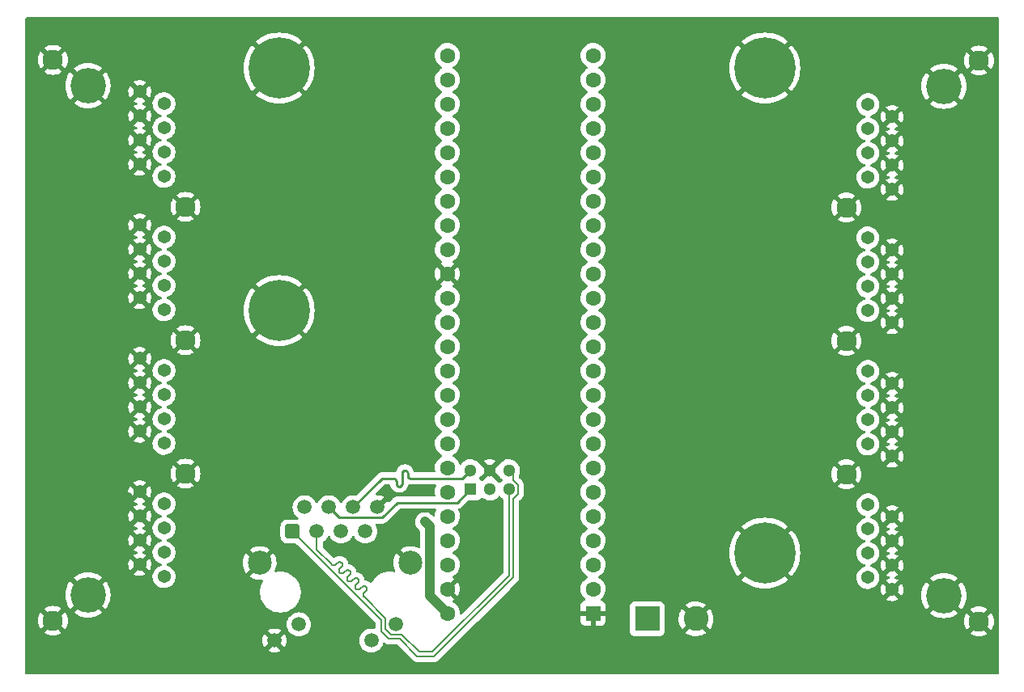
<source format=gbl>
G04 #@! TF.GenerationSoftware,KiCad,Pcbnew,(6.0.0-0)*
G04 #@! TF.CreationDate,2022-01-07T14:07:45-07:00*
G04 #@! TF.ProjectId,Controller_T41_rev0.2a,436f6e74-726f-46c6-9c65-725f5434315f,rev?*
G04 #@! TF.SameCoordinates,Original*
G04 #@! TF.FileFunction,Copper,L2,Bot*
G04 #@! TF.FilePolarity,Positive*
%FSLAX46Y46*%
G04 Gerber Fmt 4.6, Leading zero omitted, Abs format (unit mm)*
G04 Created by KiCad (PCBNEW (6.0.0-0)) date 2022-01-07 14:07:45*
%MOMM*%
%LPD*%
G01*
G04 APERTURE LIST*
G04 Aperture macros list*
%AMRoundRect*
0 Rectangle with rounded corners*
0 $1 Rounding radius*
0 $2 $3 $4 $5 $6 $7 $8 $9 X,Y pos of 4 corners*
0 Add a 4 corners polygon primitive as box body*
4,1,4,$2,$3,$4,$5,$6,$7,$8,$9,$2,$3,0*
0 Add four circle primitives for the rounded corners*
1,1,$1+$1,$2,$3*
1,1,$1+$1,$4,$5*
1,1,$1+$1,$6,$7*
1,1,$1+$1,$8,$9*
0 Add four rect primitives between the rounded corners*
20,1,$1+$1,$2,$3,$4,$5,0*
20,1,$1+$1,$4,$5,$6,$7,0*
20,1,$1+$1,$6,$7,$8,$9,0*
20,1,$1+$1,$8,$9,$2,$3,0*%
G04 Aperture macros list end*
G04 #@! TA.AperFunction,ComponentPad*
%ADD10C,1.371600*%
G04 #@! TD*
G04 #@! TA.AperFunction,ComponentPad*
%ADD11C,2.108200*%
G04 #@! TD*
G04 #@! TA.AperFunction,ComponentPad*
%ADD12C,3.708400*%
G04 #@! TD*
G04 #@! TA.AperFunction,ComponentPad*
%ADD13RoundRect,0.250500X-0.499500X-0.499500X0.499500X-0.499500X0.499500X0.499500X-0.499500X0.499500X0*%
G04 #@! TD*
G04 #@! TA.AperFunction,ComponentPad*
%ADD14C,1.500000*%
G04 #@! TD*
G04 #@! TA.AperFunction,ComponentPad*
%ADD15C,2.500000*%
G04 #@! TD*
G04 #@! TA.AperFunction,ComponentPad*
%ADD16R,2.600000X2.600000*%
G04 #@! TD*
G04 #@! TA.AperFunction,ComponentPad*
%ADD17C,2.600000*%
G04 #@! TD*
G04 #@! TA.AperFunction,ComponentPad*
%ADD18C,1.600000*%
G04 #@! TD*
G04 #@! TA.AperFunction,ComponentPad*
%ADD19R,1.600000X1.600000*%
G04 #@! TD*
G04 #@! TA.AperFunction,ComponentPad*
%ADD20R,1.300000X1.300000*%
G04 #@! TD*
G04 #@! TA.AperFunction,ComponentPad*
%ADD21C,1.300000*%
G04 #@! TD*
G04 #@! TA.AperFunction,ComponentPad*
%ADD22C,0.800000*%
G04 #@! TD*
G04 #@! TA.AperFunction,ComponentPad*
%ADD23C,6.400000*%
G04 #@! TD*
G04 #@! TA.AperFunction,ViaPad*
%ADD24C,0.800000*%
G04 #@! TD*
G04 #@! TA.AperFunction,ViaPad*
%ADD25C,1.000000*%
G04 #@! TD*
G04 #@! TA.AperFunction,Conductor*
%ADD26C,0.250000*%
G04 #@! TD*
G04 #@! TA.AperFunction,Conductor*
%ADD27C,1.000000*%
G04 #@! TD*
G04 #@! TA.AperFunction,Conductor*
%ADD28C,0.200000*%
G04 #@! TD*
G04 APERTURE END LIST*
D10*
X185140600Y-93462000D03*
X185140600Y-90922000D03*
X185140600Y-79482000D03*
X185140600Y-76942000D03*
X187680600Y-94732000D03*
X187680600Y-92192000D03*
X187680600Y-80752000D03*
X187680600Y-78212000D03*
D11*
X182897602Y-99172000D03*
X182897602Y-85202000D03*
X182897602Y-71232000D03*
D12*
X193097600Y-111872000D03*
X193097600Y-58532000D03*
D11*
X196762800Y-114571994D03*
X196762800Y-55832005D03*
D10*
X185140600Y-82022000D03*
X187680600Y-83292000D03*
X185140600Y-96002000D03*
X187680600Y-97272000D03*
X185140600Y-88382000D03*
X187680600Y-89652000D03*
X185140600Y-74402000D03*
X187680600Y-75672000D03*
X185140600Y-107442000D03*
X185140600Y-104902000D03*
X187680600Y-108712000D03*
X187680600Y-106172000D03*
X185140600Y-109982000D03*
X187680600Y-111252000D03*
X185140600Y-102362000D03*
X187680600Y-103632000D03*
X185140600Y-65522000D03*
X185140600Y-62982000D03*
X187680600Y-66792000D03*
X187680600Y-64252000D03*
X185140600Y-68062000D03*
X187680600Y-69332000D03*
X185140600Y-60442000D03*
X187680600Y-61712000D03*
X111531400Y-76870400D03*
X111531400Y-79410400D03*
X111531400Y-90850400D03*
X111531400Y-93390400D03*
X108991400Y-75600400D03*
X108991400Y-78140400D03*
X108991400Y-89580400D03*
X108991400Y-92120400D03*
D11*
X113774398Y-71160400D03*
X113774398Y-85130400D03*
X113774398Y-99100400D03*
D12*
X103574400Y-58460400D03*
X103574400Y-111800400D03*
D11*
X99909200Y-55760406D03*
X99909200Y-114500395D03*
D10*
X111531400Y-88310400D03*
X108991400Y-87040400D03*
X111531400Y-74330400D03*
X108991400Y-73060400D03*
X111531400Y-81950400D03*
X108991400Y-80680400D03*
X111531400Y-95930400D03*
X108991400Y-94660400D03*
X111531400Y-62890400D03*
X111531400Y-65430400D03*
X108991400Y-61620400D03*
X108991400Y-64160400D03*
X111531400Y-60350400D03*
X108991400Y-59080400D03*
X111531400Y-67970400D03*
X108991400Y-66700400D03*
X111531400Y-104810400D03*
X111531400Y-107350400D03*
X108991400Y-103540400D03*
X108991400Y-106080400D03*
X111531400Y-102270400D03*
X108991400Y-101000400D03*
X111531400Y-109890400D03*
X108991400Y-108620400D03*
D13*
X124968000Y-105156000D03*
D14*
X126238000Y-102616000D03*
X127508000Y-105156000D03*
X128778000Y-102616000D03*
X130048000Y-105156000D03*
X131318000Y-102616000D03*
X132588000Y-105156000D03*
D15*
X121538000Y-108456000D03*
D14*
X133858000Y-102616000D03*
D15*
X137288000Y-108456000D03*
D14*
X123088000Y-116586000D03*
X125628000Y-114886000D03*
X135738000Y-114886000D03*
X133198000Y-116586000D03*
D16*
X162087560Y-114300000D03*
D17*
X167167560Y-114300000D03*
D18*
X141168120Y-113718340D03*
X141168120Y-111178340D03*
X141168120Y-108638340D03*
X141168120Y-106098340D03*
X141168120Y-103558340D03*
X141168120Y-101018340D03*
X141168120Y-98478340D03*
X141168120Y-95938340D03*
X141168120Y-93398340D03*
X141168120Y-90858340D03*
X141168120Y-88318340D03*
X141168120Y-85778340D03*
X141168120Y-83238340D03*
X141168120Y-80698340D03*
D19*
X156408120Y-113718340D03*
D18*
X156408120Y-111178340D03*
X156408120Y-108638340D03*
X156408120Y-106098340D03*
X156408120Y-103558340D03*
X156408120Y-101018340D03*
X156408120Y-98478340D03*
X156408120Y-95938340D03*
X156408120Y-93398340D03*
X156408120Y-90858340D03*
X156408120Y-88318340D03*
X156408120Y-85778340D03*
X156408120Y-83238340D03*
X141168120Y-78158340D03*
X141168120Y-75618340D03*
X141168120Y-73078340D03*
X141168120Y-70538340D03*
X141168120Y-67998340D03*
X141168120Y-65458340D03*
X141168120Y-62918340D03*
X141168120Y-60378340D03*
X141168120Y-57838340D03*
X141168120Y-55298340D03*
X156408120Y-55298340D03*
X156408120Y-57838340D03*
X156408120Y-60378340D03*
X156408120Y-62918340D03*
X156408120Y-80698340D03*
X156408120Y-78158340D03*
X156408120Y-75618340D03*
X156408120Y-65458340D03*
X156408120Y-67998340D03*
X156408120Y-70538340D03*
X156408120Y-73078340D03*
D20*
X143606520Y-100748340D03*
D21*
X143606520Y-98748340D03*
X145606520Y-100748340D03*
X145606520Y-98748340D03*
X147606520Y-98748340D03*
X147606520Y-100748340D03*
D22*
X176070596Y-105722084D03*
X174373540Y-105019140D03*
X172676484Y-105722084D03*
X171973540Y-107419140D03*
X172676484Y-109116196D03*
X174373540Y-109819140D03*
X176070596Y-109116196D03*
X176773540Y-107419140D03*
D23*
X174373540Y-107419140D03*
D22*
X125270596Y-80322084D03*
X123573540Y-79619140D03*
X121876484Y-80322084D03*
X121173540Y-82019140D03*
X121876484Y-83716196D03*
X123573540Y-84419140D03*
X125270596Y-83716196D03*
X125973540Y-82019140D03*
D23*
X123573540Y-82019140D03*
D22*
X176070596Y-54922084D03*
X174373540Y-54219140D03*
X172676484Y-54922084D03*
X171973540Y-56619140D03*
X172676484Y-58316196D03*
X174373540Y-59019140D03*
X176070596Y-58316196D03*
X176773540Y-56619140D03*
D23*
X174373540Y-56619140D03*
D22*
X125270596Y-54922084D03*
X123573540Y-54219140D03*
X121876484Y-54922084D03*
X121173540Y-56619140D03*
X121876484Y-58316196D03*
X123573540Y-59019140D03*
X125270596Y-58316196D03*
X125973540Y-56619140D03*
D23*
X123573540Y-56619140D03*
D24*
X151384000Y-59944000D03*
X103378000Y-101346000D03*
X165100000Y-64135000D03*
X165100000Y-72898000D03*
X169418000Y-72898000D03*
X169418000Y-64135000D03*
X170942000Y-93853000D03*
X169672000Y-92583000D03*
X117856000Y-103505000D03*
X144907000Y-72517000D03*
X150368000Y-72517000D03*
X150368000Y-88138000D03*
X144907000Y-88138000D03*
X133985000Y-83439000D03*
X133985000Y-77724000D03*
X135636000Y-80264000D03*
X128651000Y-77343000D03*
X128651000Y-83185000D03*
X128524000Y-56642000D03*
X134239000Y-56642000D03*
X131191000Y-59690000D03*
X137287000Y-59690000D03*
X161290000Y-59436000D03*
X117856000Y-109474000D03*
X117856000Y-113284000D03*
X115697000Y-111379000D03*
X169164000Y-82804000D03*
X169164000Y-79248000D03*
X193040000Y-70612000D03*
X188087000Y-85979000D03*
X193040000Y-85979000D03*
X188214000Y-101346000D03*
X193040000Y-101092000D03*
X193294000Y-92964000D03*
X193040000Y-78486000D03*
X107823000Y-101473000D03*
X107061000Y-85344000D03*
X103251000Y-85725000D03*
X103378000Y-93218000D03*
X103251000Y-78105000D03*
X103251000Y-70358000D03*
X103378000Y-62230000D03*
X146431000Y-59817000D03*
X165100000Y-79248000D03*
X165100000Y-82804000D03*
X133350000Y-94234000D03*
X133350000Y-88646000D03*
X129413000Y-88646000D03*
X129413000Y-94234000D03*
X129413000Y-71755000D03*
X129413000Y-64389000D03*
X133477000Y-64389000D03*
X133350000Y-71755000D03*
D25*
X138811010Y-104140000D03*
D26*
X129853001Y-103691001D02*
X128778000Y-102616000D01*
X142211519Y-102143341D02*
X143606520Y-100748340D01*
D27*
X139310989Y-104639979D02*
X138811010Y-104140000D01*
X141168120Y-113718340D02*
X139310989Y-111861209D01*
X139310989Y-111861209D02*
X139310989Y-104639979D01*
D26*
X135792631Y-99773176D02*
X135756890Y-99716295D01*
X135814819Y-99836585D02*
X135792631Y-99773176D01*
X135822341Y-99903341D02*
X135814819Y-99836585D01*
X135829862Y-100215340D02*
X135822341Y-100148583D01*
X135992175Y-100418874D02*
X135935294Y-100383133D01*
X136055584Y-100441062D02*
X135992175Y-100418874D01*
X135522341Y-99603341D02*
X134330659Y-99603341D01*
X136422341Y-99058099D02*
X136422341Y-100148583D01*
X136122341Y-100448583D02*
X136055584Y-100441062D01*
X136956890Y-98871052D02*
X136909387Y-98823549D01*
X136392631Y-100278749D02*
X136356890Y-100335630D01*
X137192175Y-99573631D02*
X137135294Y-99537890D01*
X137014819Y-98991342D02*
X136992631Y-98927933D01*
X136422341Y-100148583D02*
X136414819Y-100215340D01*
X136429862Y-98991342D02*
X136422341Y-99058099D01*
X135822341Y-100148583D02*
X135822341Y-99903341D01*
X135887791Y-100335630D02*
X135852050Y-100278749D01*
X136452050Y-98927933D02*
X136429862Y-98991342D01*
X137087791Y-99490387D02*
X137052050Y-99433506D01*
X135709387Y-99668792D02*
X135652506Y-99633051D01*
X137255584Y-99595819D02*
X137192175Y-99573631D01*
X143606520Y-98748340D02*
X142751519Y-99603341D01*
X134330659Y-99603341D02*
X131318000Y-102616000D01*
X137052050Y-99433506D02*
X137029862Y-99370097D01*
X136592175Y-98787808D02*
X136535294Y-98823549D01*
X136414819Y-100215340D02*
X136392631Y-100278749D01*
X137022341Y-99303341D02*
X137022341Y-99058099D01*
X137322341Y-99603341D02*
X137255584Y-99595819D01*
X136309387Y-100383133D02*
X136252506Y-100418874D01*
X136992631Y-98927933D02*
X136956890Y-98871052D01*
X136909387Y-98823549D02*
X136852506Y-98787808D01*
X136722341Y-98758099D02*
X136655584Y-98765620D01*
X136535294Y-98823549D02*
X136487791Y-98871052D01*
X135589097Y-99610863D02*
X135522341Y-99603341D01*
X135652506Y-99633051D02*
X135589097Y-99610863D01*
X136655584Y-98765620D02*
X136592175Y-98787808D01*
X135852050Y-100278749D02*
X135829862Y-100215340D01*
X135935294Y-100383133D02*
X135887791Y-100335630D01*
X136789097Y-98765620D02*
X136722341Y-98758099D01*
X136852506Y-98787808D02*
X136789097Y-98765620D01*
X136487791Y-98871052D02*
X136452050Y-98927933D01*
X135756890Y-99716295D02*
X135709387Y-99668792D01*
X136252506Y-100418874D02*
X136189097Y-100441062D01*
X137135294Y-99537890D02*
X137087791Y-99490387D01*
X137029862Y-99370097D02*
X137022341Y-99303341D01*
X136189097Y-100441062D02*
X136122341Y-100448583D01*
X137022341Y-99058099D02*
X137014819Y-98991342D01*
X142751519Y-99603341D02*
X137322341Y-99603341D01*
X136356890Y-100335630D02*
X136309387Y-100383133D01*
X135921661Y-102143341D02*
X142211519Y-102143341D01*
X134374001Y-103691001D02*
X135921661Y-102143341D01*
X129853001Y-103691001D02*
X134374001Y-103691001D01*
D28*
X127508000Y-107059603D02*
X127508000Y-105156000D01*
X129067583Y-108619186D02*
X127508000Y-107059603D01*
X129120104Y-108661070D02*
X129067583Y-108619186D01*
X129313303Y-108705167D02*
X129246125Y-108705167D01*
X129378798Y-108690218D02*
X129313303Y-108705167D01*
X129491846Y-108619185D02*
X129439324Y-108661070D01*
X129689224Y-108421808D02*
X129491846Y-108619185D01*
X129802273Y-108350775D02*
X129741747Y-108379922D01*
X129180630Y-108690218D02*
X129120104Y-108661070D01*
X129934946Y-108335826D02*
X129867767Y-108335826D01*
X130113489Y-108421808D02*
X130060966Y-108379922D01*
X130184522Y-108534856D02*
X130155374Y-108474330D01*
X130199471Y-108600351D02*
X130184522Y-108534856D01*
X130199471Y-108667529D02*
X130199471Y-108600351D01*
X130184522Y-108733024D02*
X130199471Y-108667529D01*
X130000440Y-108350775D02*
X129934946Y-108335826D01*
X130155374Y-108793550D02*
X130184522Y-108733024D01*
X130113489Y-108846072D02*
X130155374Y-108793550D01*
X129845079Y-109156499D02*
X129874226Y-109095973D01*
X129830130Y-109289172D02*
X129830130Y-109221993D01*
X129439324Y-108661070D02*
X129378798Y-108690218D01*
X129845079Y-109354666D02*
X129830130Y-109289172D01*
X129874226Y-109415192D02*
X129845079Y-109354666D01*
X129916112Y-109467715D02*
X129874226Y-109415192D01*
X129968633Y-109509599D02*
X129916112Y-109467715D01*
X130943183Y-110402225D02*
X130877688Y-110387276D01*
X130029159Y-109538747D02*
X129968633Y-109509599D01*
X130161832Y-109553696D02*
X130094654Y-109553696D01*
X131527188Y-110986230D02*
X131527188Y-110919051D01*
X132730109Y-111278611D02*
X132745058Y-111213116D01*
X130287853Y-109509599D02*
X130227327Y-109538747D01*
X130537753Y-109270337D02*
X130340375Y-109467714D01*
X130590276Y-109228451D02*
X130537753Y-109270337D01*
X130650802Y-109199304D02*
X130590276Y-109228451D01*
X131048000Y-109448880D02*
X131033051Y-109383385D01*
X130909495Y-109228451D02*
X130848969Y-109199304D01*
X132730109Y-111080443D02*
X132700961Y-111019917D01*
X131810547Y-110118866D02*
X131758024Y-110076980D01*
X131003903Y-109322859D02*
X130962018Y-109270337D01*
X138206397Y-117758000D02*
X136384398Y-115936001D01*
X147606520Y-100748340D02*
X147606520Y-109758280D01*
X131048000Y-109516058D02*
X131048000Y-109448880D01*
X132461699Y-111589037D02*
X132659076Y-111391659D01*
X131033051Y-109581553D02*
X131048000Y-109516058D01*
X131003903Y-109642079D02*
X131033051Y-109581553D01*
X131033051Y-109383385D02*
X131003903Y-109322859D01*
X130764641Y-110316244D02*
X130722755Y-110263721D01*
X132375717Y-111834759D02*
X132375717Y-111767580D01*
X130678659Y-110070522D02*
X130693608Y-110005028D01*
X136384398Y-115936001D02*
X135233999Y-115936001D01*
X130817162Y-110358128D02*
X130764641Y-110316244D01*
X131010361Y-110402225D02*
X130943183Y-110402225D01*
X132700961Y-111339137D02*
X132730109Y-111278611D01*
X131075856Y-110387276D02*
X131010361Y-110402225D01*
X130693608Y-110203195D02*
X130678659Y-110137701D01*
X131758024Y-110076980D02*
X131697498Y-110047833D01*
X131188904Y-110316243D02*
X131136382Y-110358128D01*
X131386282Y-110118866D02*
X131188904Y-110316243D01*
X131499331Y-110047833D02*
X131438805Y-110076980D01*
X130060966Y-108379922D02*
X130000440Y-108350775D01*
X131632004Y-110032884D02*
X131564825Y-110032884D01*
X130764641Y-109891979D02*
X130962018Y-109694601D01*
X132347860Y-110896362D02*
X132287334Y-110925509D01*
X130722755Y-110263721D02*
X130693608Y-110203195D01*
X131852432Y-110171388D02*
X131810547Y-110118866D01*
X131881580Y-110231914D02*
X131852432Y-110171388D01*
X129916112Y-109043450D02*
X130113489Y-108846072D01*
X131896529Y-110364587D02*
X131896529Y-110297409D01*
X131852432Y-110490608D02*
X131881580Y-110430082D01*
X139606800Y-117758000D02*
X138206397Y-117758000D01*
X131542137Y-110853557D02*
X131571284Y-110793031D01*
X130227327Y-109538747D02*
X130161832Y-109553696D01*
X130962018Y-109270337D02*
X130909495Y-109228451D01*
X131881580Y-110430082D02*
X131896529Y-110364587D01*
X131527188Y-110919051D02*
X131542137Y-110853557D01*
X131613170Y-111164773D02*
X131571284Y-111112250D01*
X131665691Y-111206657D02*
X131613170Y-111164773D01*
X131571284Y-111112250D02*
X131542137Y-111051724D01*
X132461699Y-112013302D02*
X132419813Y-111960779D01*
X131791712Y-111250754D02*
X131726217Y-111235805D01*
X132287334Y-110925509D02*
X132234811Y-110967395D01*
X131858890Y-111250754D02*
X131791712Y-111250754D01*
X129246125Y-108705167D02*
X129180630Y-108690218D01*
X131924385Y-111235805D02*
X131858890Y-111250754D01*
X134687999Y-114239602D02*
X132461699Y-112013302D01*
X131896529Y-110297409D02*
X131881580Y-110231914D01*
X132037433Y-111164772D02*
X131984911Y-111206657D01*
X132234811Y-110967395D02*
X132037433Y-111164772D01*
X130678659Y-110137701D02*
X130678659Y-110070522D01*
X129830130Y-109221993D02*
X129845079Y-109156499D01*
X130722755Y-109944502D02*
X130764641Y-109891979D01*
X130877688Y-110387276D02*
X130817162Y-110358128D01*
X131984911Y-111206657D02*
X131924385Y-111235805D01*
X131564825Y-110032884D02*
X131499331Y-110047833D01*
X132480533Y-110881413D02*
X132413354Y-110881413D01*
X130693608Y-110005028D02*
X130722755Y-109944502D01*
X131571284Y-110793031D02*
X131613170Y-110740508D01*
X131613170Y-110740508D02*
X131810547Y-110543130D01*
X132546027Y-110896362D02*
X132480533Y-110881413D01*
X130094654Y-109553696D02*
X130029159Y-109538747D01*
X130848969Y-109199304D02*
X130783475Y-109184355D01*
X132745058Y-111213116D02*
X132745058Y-111145938D01*
X131726217Y-111235805D02*
X131665691Y-111206657D01*
X130783475Y-109184355D02*
X130716296Y-109184355D01*
X129867767Y-108335826D02*
X129802273Y-108350775D01*
X134687999Y-115390001D02*
X134687999Y-114239602D01*
X132659076Y-110967395D02*
X132606553Y-110925509D01*
X129741747Y-108379922D02*
X129689224Y-108421808D01*
X132745058Y-111145938D02*
X132730109Y-111080443D01*
X135233999Y-115936001D02*
X134687999Y-115390001D01*
X132700961Y-111019917D02*
X132659076Y-110967395D01*
X130340375Y-109467714D02*
X130287853Y-109509599D01*
X132419813Y-111960779D02*
X132390666Y-111900253D01*
X131697498Y-110047833D02*
X131632004Y-110032884D01*
X129874226Y-109095973D02*
X129916112Y-109043450D01*
X131438805Y-110076980D02*
X131386282Y-110118866D01*
X132419813Y-111641560D02*
X132461699Y-111589037D01*
X132390666Y-111702086D02*
X132419813Y-111641560D01*
X132659076Y-111391659D02*
X132700961Y-111339137D01*
X131542137Y-111051724D02*
X131527188Y-110986230D01*
X132375717Y-111767580D02*
X132390666Y-111702086D01*
X130716296Y-109184355D02*
X130650802Y-109199304D01*
X130155374Y-108474330D02*
X130113489Y-108421808D01*
X131810547Y-110543130D02*
X131852432Y-110490608D01*
X132606553Y-110925509D02*
X132546027Y-110896362D01*
X132390666Y-111900253D02*
X132375717Y-111834759D01*
X130962018Y-109694601D02*
X131003903Y-109642079D01*
X132413354Y-110881413D02*
X132347860Y-110896362D01*
X131136382Y-110358128D02*
X131075856Y-110387276D01*
X147606520Y-109758280D02*
X139606800Y-117758000D01*
X131727816Y-111915816D02*
X124968000Y-105156000D01*
X135047607Y-116385992D02*
X134238008Y-115576393D01*
X136197992Y-116385992D02*
X135047607Y-116385992D01*
X147606520Y-98748340D02*
X148056520Y-99198340D01*
X139793200Y-118208000D02*
X138020000Y-118208000D01*
X148056520Y-101704342D02*
X148056520Y-109944680D01*
X148556521Y-101204341D02*
X148056520Y-101704342D01*
X148556521Y-100292339D02*
X148556521Y-101204341D01*
X138020000Y-118208000D02*
X136197992Y-116385992D01*
X148056520Y-99198340D02*
X148056520Y-99792338D01*
X148056520Y-109944680D02*
X139793200Y-118208000D01*
X134238008Y-115576393D02*
X134238008Y-114426008D01*
X148056520Y-99792338D02*
X148556521Y-100292339D01*
X134238008Y-114426008D02*
X131727816Y-111915816D01*
G04 #@! TA.AperFunction,Conductor*
G36*
X198824121Y-51328002D02*
G01*
X198870614Y-51381658D01*
X198882000Y-51434000D01*
X198882000Y-120016000D01*
X198861998Y-120084121D01*
X198808342Y-120130614D01*
X198756000Y-120142000D01*
X97154000Y-120142000D01*
X97085879Y-120121998D01*
X97039386Y-120068342D01*
X97028000Y-120016000D01*
X97028000Y-117636161D01*
X122402393Y-117636161D01*
X122411687Y-117648175D01*
X122452088Y-117676464D01*
X122461584Y-117681947D01*
X122651113Y-117770326D01*
X122661405Y-117774072D01*
X122863401Y-117828196D01*
X122874196Y-117830099D01*
X123082525Y-117848326D01*
X123093475Y-117848326D01*
X123301804Y-117830099D01*
X123312599Y-117828196D01*
X123514595Y-117774072D01*
X123524887Y-117770326D01*
X123714416Y-117681947D01*
X123723912Y-117676464D01*
X123765148Y-117647590D01*
X123773523Y-117637112D01*
X123766457Y-117623668D01*
X123100811Y-116958021D01*
X123086868Y-116950408D01*
X123085034Y-116950539D01*
X123078420Y-116954790D01*
X122408820Y-117624391D01*
X122402393Y-117636161D01*
X97028000Y-117636161D01*
X97028000Y-116591475D01*
X121825674Y-116591475D01*
X121843901Y-116799804D01*
X121845804Y-116810599D01*
X121899928Y-117012595D01*
X121903674Y-117022887D01*
X121992054Y-117212417D01*
X121997534Y-117221907D01*
X122026411Y-117263149D01*
X122036887Y-117271523D01*
X122050334Y-117264455D01*
X122715979Y-116598811D01*
X122722356Y-116587132D01*
X123452408Y-116587132D01*
X123452539Y-116588966D01*
X123456790Y-116595580D01*
X124126391Y-117265180D01*
X124138161Y-117271607D01*
X124150176Y-117262311D01*
X124178466Y-117221907D01*
X124183946Y-117212417D01*
X124272326Y-117022887D01*
X124276072Y-117012595D01*
X124330196Y-116810599D01*
X124332099Y-116799804D01*
X124350326Y-116591475D01*
X124350326Y-116580525D01*
X124332099Y-116372196D01*
X124330196Y-116361401D01*
X124276072Y-116159405D01*
X124272326Y-116149113D01*
X124183946Y-115959583D01*
X124178466Y-115950093D01*
X124149589Y-115908851D01*
X124139113Y-115900477D01*
X124125666Y-115907545D01*
X123460021Y-116573189D01*
X123452408Y-116587132D01*
X122722356Y-116587132D01*
X122723592Y-116584868D01*
X122723461Y-116583034D01*
X122719210Y-116576420D01*
X122049609Y-115906820D01*
X122037839Y-115900393D01*
X122025824Y-115909689D01*
X121997534Y-115950093D01*
X121992054Y-115959583D01*
X121903674Y-116149113D01*
X121899928Y-116159405D01*
X121845804Y-116361401D01*
X121843901Y-116372196D01*
X121825674Y-116580525D01*
X121825674Y-116591475D01*
X97028000Y-116591475D01*
X97028000Y-115772406D01*
X99002019Y-115772406D01*
X99007746Y-115780056D01*
X99193606Y-115893952D01*
X99202401Y-115898434D01*
X99420419Y-115988740D01*
X99429804Y-115991789D01*
X99659265Y-116046878D01*
X99669012Y-116048421D01*
X99904270Y-116066937D01*
X99914130Y-116066937D01*
X100149388Y-116048421D01*
X100159135Y-116046878D01*
X100388596Y-115991789D01*
X100397981Y-115988740D01*
X100615999Y-115898434D01*
X100624794Y-115893952D01*
X100806986Y-115782304D01*
X100816448Y-115771846D01*
X100812665Y-115763070D01*
X100584482Y-115534887D01*
X122402477Y-115534887D01*
X122409545Y-115548334D01*
X123075189Y-116213979D01*
X123089132Y-116221592D01*
X123090966Y-116221461D01*
X123097580Y-116217210D01*
X123767180Y-115547609D01*
X123773607Y-115535839D01*
X123764313Y-115523825D01*
X123723912Y-115495536D01*
X123714416Y-115490053D01*
X123524887Y-115401674D01*
X123514595Y-115397928D01*
X123312599Y-115343804D01*
X123301804Y-115341901D01*
X123093475Y-115323674D01*
X123082525Y-115323674D01*
X122874196Y-115341901D01*
X122863401Y-115343804D01*
X122661405Y-115397928D01*
X122651113Y-115401674D01*
X122461583Y-115490054D01*
X122452093Y-115495534D01*
X122410851Y-115524411D01*
X122402477Y-115534887D01*
X100584482Y-115534887D01*
X99922012Y-114872417D01*
X99908068Y-114864803D01*
X99906235Y-114864934D01*
X99899620Y-114869185D01*
X99008779Y-115760026D01*
X99002019Y-115772406D01*
X97028000Y-115772406D01*
X97028000Y-114505325D01*
X98342658Y-114505325D01*
X98361174Y-114740583D01*
X98362717Y-114750330D01*
X98417806Y-114979791D01*
X98420855Y-114989176D01*
X98511161Y-115207194D01*
X98515643Y-115215989D01*
X98627291Y-115398181D01*
X98637749Y-115407643D01*
X98646525Y-115403860D01*
X99537178Y-114513207D01*
X99543556Y-114501527D01*
X100273608Y-114501527D01*
X100273739Y-114503360D01*
X100277990Y-114509975D01*
X101168831Y-115400816D01*
X101181211Y-115407576D01*
X101188861Y-115401849D01*
X101302757Y-115215989D01*
X101307239Y-115207194D01*
X101397545Y-114989176D01*
X101400594Y-114979791D01*
X101423111Y-114886000D01*
X124364693Y-114886000D01*
X124383885Y-115105371D01*
X124440880Y-115318076D01*
X124478489Y-115398728D01*
X124531618Y-115512666D01*
X124531621Y-115512671D01*
X124533944Y-115517653D01*
X124537100Y-115522160D01*
X124537101Y-115522162D01*
X124625308Y-115648134D01*
X124660251Y-115698038D01*
X124815962Y-115853749D01*
X124996346Y-115980056D01*
X125195924Y-116073120D01*
X125408629Y-116130115D01*
X125628000Y-116149307D01*
X125847371Y-116130115D01*
X126060076Y-116073120D01*
X126259654Y-115980056D01*
X126440038Y-115853749D01*
X126595749Y-115698038D01*
X126630693Y-115648134D01*
X126718899Y-115522162D01*
X126718900Y-115522160D01*
X126722056Y-115517653D01*
X126724379Y-115512671D01*
X126724382Y-115512666D01*
X126777511Y-115398728D01*
X126815120Y-115318076D01*
X126872115Y-115105371D01*
X126891307Y-114886000D01*
X126872115Y-114666629D01*
X126815120Y-114453924D01*
X126749319Y-114312812D01*
X126724382Y-114259334D01*
X126724379Y-114259329D01*
X126722056Y-114254347D01*
X126697507Y-114219287D01*
X126598908Y-114078473D01*
X126598906Y-114078470D01*
X126595749Y-114073962D01*
X126440038Y-113918251D01*
X126259654Y-113791944D01*
X126060076Y-113698880D01*
X125847371Y-113641885D01*
X125628000Y-113622693D01*
X125408629Y-113641885D01*
X125195924Y-113698880D01*
X125162011Y-113714694D01*
X125001334Y-113789618D01*
X125001329Y-113789621D01*
X124996347Y-113791944D01*
X124991840Y-113795100D01*
X124991838Y-113795101D01*
X124820473Y-113915092D01*
X124820470Y-113915094D01*
X124815962Y-113918251D01*
X124660251Y-114073962D01*
X124657094Y-114078470D01*
X124657092Y-114078473D01*
X124558493Y-114219287D01*
X124533944Y-114254347D01*
X124531621Y-114259329D01*
X124531618Y-114259334D01*
X124506681Y-114312812D01*
X124440880Y-114453924D01*
X124383885Y-114666629D01*
X124364693Y-114886000D01*
X101423111Y-114886000D01*
X101455683Y-114750330D01*
X101457226Y-114740583D01*
X101475742Y-114505325D01*
X101475742Y-114495465D01*
X101457226Y-114260207D01*
X101455683Y-114250460D01*
X101400594Y-114020999D01*
X101397545Y-114011614D01*
X101307239Y-113793596D01*
X101302757Y-113784801D01*
X101215918Y-113643094D01*
X102097163Y-113643094D01*
X102103621Y-113652454D01*
X102130198Y-113675763D01*
X102136729Y-113680774D01*
X102387332Y-113848221D01*
X102394469Y-113852342D01*
X102664787Y-113985647D01*
X102672391Y-113988797D01*
X102957793Y-114085678D01*
X102965756Y-114087812D01*
X103261370Y-114146614D01*
X103269521Y-114147687D01*
X103570281Y-114167399D01*
X103578519Y-114167399D01*
X103879279Y-114147687D01*
X103887430Y-114146614D01*
X104183044Y-114087812D01*
X104191007Y-114085678D01*
X104476409Y-113988797D01*
X104484013Y-113985647D01*
X104754331Y-113852342D01*
X104761468Y-113848221D01*
X105012071Y-113680774D01*
X105018602Y-113675763D01*
X105043315Y-113654089D01*
X105051711Y-113640852D01*
X105045877Y-113631087D01*
X103587212Y-112172422D01*
X103573268Y-112164808D01*
X103571435Y-112164939D01*
X103564820Y-112169190D01*
X102104677Y-113629333D01*
X102097163Y-113643094D01*
X101215918Y-113643094D01*
X101191109Y-113602609D01*
X101180651Y-113593147D01*
X101171875Y-113596930D01*
X100281222Y-114487583D01*
X100273608Y-114501527D01*
X99543556Y-114501527D01*
X99544792Y-114499263D01*
X99544661Y-114497430D01*
X99540410Y-114490815D01*
X98649569Y-113599974D01*
X98637189Y-113593214D01*
X98629539Y-113598941D01*
X98515643Y-113784801D01*
X98511161Y-113793596D01*
X98420855Y-114011614D01*
X98417806Y-114020999D01*
X98362717Y-114250460D01*
X98361174Y-114260207D01*
X98342658Y-114495465D01*
X98342658Y-114505325D01*
X97028000Y-114505325D01*
X97028000Y-113228944D01*
X99001952Y-113228944D01*
X99005735Y-113237720D01*
X99896388Y-114128373D01*
X99910332Y-114135987D01*
X99912165Y-114135856D01*
X99918780Y-114131605D01*
X100809621Y-113240764D01*
X100816381Y-113228384D01*
X100810654Y-113220734D01*
X100624794Y-113106838D01*
X100615999Y-113102356D01*
X100397981Y-113012050D01*
X100388596Y-113009001D01*
X100159135Y-112953912D01*
X100149388Y-112952369D01*
X99914130Y-112933853D01*
X99904270Y-112933853D01*
X99669012Y-112952369D01*
X99659265Y-112953912D01*
X99429804Y-113009001D01*
X99420419Y-113012050D01*
X99202401Y-113102356D01*
X99193606Y-113106838D01*
X99011414Y-113218486D01*
X99001952Y-113228944D01*
X97028000Y-113228944D01*
X97028000Y-111804519D01*
X101207401Y-111804519D01*
X101227113Y-112105279D01*
X101228186Y-112113430D01*
X101286988Y-112409044D01*
X101289122Y-112417007D01*
X101386003Y-112702409D01*
X101389153Y-112710013D01*
X101522458Y-112980330D01*
X101526579Y-112987467D01*
X101694027Y-113238071D01*
X101699037Y-113244602D01*
X101720711Y-113269315D01*
X101733948Y-113277711D01*
X101743713Y-113271877D01*
X103202378Y-111813212D01*
X103208756Y-111801532D01*
X103938808Y-111801532D01*
X103938939Y-111803365D01*
X103943190Y-111809980D01*
X105403333Y-113270123D01*
X105417094Y-113277637D01*
X105426454Y-113271179D01*
X105449763Y-113244602D01*
X105454773Y-113238071D01*
X105622221Y-112987467D01*
X105626342Y-112980330D01*
X105759647Y-112710013D01*
X105762797Y-112702409D01*
X105859678Y-112417007D01*
X105861812Y-112409044D01*
X105920614Y-112113430D01*
X105921687Y-112105279D01*
X105941399Y-111804519D01*
X105941399Y-111796281D01*
X105921687Y-111495521D01*
X105920614Y-111487370D01*
X105861812Y-111191756D01*
X105859678Y-111183793D01*
X105762797Y-110898391D01*
X105759647Y-110890787D01*
X105626342Y-110620470D01*
X105622221Y-110613333D01*
X105454773Y-110362729D01*
X105449763Y-110356198D01*
X105428089Y-110331485D01*
X105414852Y-110323089D01*
X105405087Y-110328923D01*
X103946422Y-111787588D01*
X103938808Y-111801532D01*
X103208756Y-111801532D01*
X103209992Y-111799268D01*
X103209861Y-111797435D01*
X103205610Y-111790820D01*
X101745467Y-110330677D01*
X101731706Y-110323163D01*
X101722346Y-110329621D01*
X101699037Y-110356198D01*
X101694027Y-110362729D01*
X101526579Y-110613333D01*
X101522458Y-110620470D01*
X101389153Y-110890787D01*
X101386003Y-110898391D01*
X101289122Y-111183793D01*
X101286988Y-111191756D01*
X101228186Y-111487370D01*
X101227113Y-111495521D01*
X101207401Y-111796281D01*
X101207401Y-111804519D01*
X97028000Y-111804519D01*
X97028000Y-109959948D01*
X102097089Y-109959948D01*
X102102923Y-109969713D01*
X103561588Y-111428378D01*
X103575532Y-111435992D01*
X103577365Y-111435861D01*
X103583980Y-111431610D01*
X105044123Y-109971467D01*
X105051637Y-109957706D01*
X105045179Y-109948346D01*
X105018602Y-109925037D01*
X105012071Y-109920026D01*
X104920743Y-109859003D01*
X110332395Y-109859003D01*
X110346751Y-110078030D01*
X110400781Y-110290773D01*
X110492675Y-110490108D01*
X110496006Y-110494821D01*
X110496007Y-110494823D01*
X110610145Y-110656323D01*
X110619357Y-110669358D01*
X110675567Y-110724115D01*
X110766194Y-110812400D01*
X110776583Y-110822521D01*
X110781379Y-110825726D01*
X110781382Y-110825728D01*
X110878750Y-110890787D01*
X110959088Y-110944467D01*
X110964391Y-110946745D01*
X110964394Y-110946747D01*
X111155453Y-111028832D01*
X111160760Y-111031112D01*
X111374845Y-111079555D01*
X111380616Y-111079782D01*
X111380618Y-111079782D01*
X111454034Y-111082666D01*
X111594173Y-111088172D01*
X111685842Y-111074881D01*
X111805684Y-111057505D01*
X111805689Y-111057504D01*
X111811398Y-111056676D01*
X111816862Y-111054821D01*
X111816867Y-111054820D01*
X112013778Y-110987977D01*
X112019246Y-110986121D01*
X112210757Y-110878870D01*
X112379515Y-110738515D01*
X112509930Y-110581708D01*
X112516179Y-110574195D01*
X112519870Y-110569757D01*
X112627121Y-110378246D01*
X112659201Y-110283742D01*
X112695820Y-110175867D01*
X112695821Y-110175862D01*
X112697676Y-110170398D01*
X112698504Y-110164689D01*
X112698505Y-110164684D01*
X112723596Y-109991627D01*
X112729172Y-109953173D01*
X112730816Y-109890400D01*
X112728494Y-109865133D01*
X120493612Y-109865133D01*
X120502325Y-109876653D01*
X120600018Y-109948284D01*
X120607928Y-109953227D01*
X120830890Y-110070533D01*
X120839453Y-110074256D01*
X121077304Y-110157318D01*
X121086313Y-110159732D01*
X121333842Y-110206727D01*
X121343098Y-110207781D01*
X121594857Y-110217673D01*
X121604171Y-110217347D01*
X121757461Y-110200560D01*
X121827355Y-110213027D01*
X121879412Y-110261303D01*
X121897106Y-110330059D01*
X121878610Y-110391646D01*
X121805109Y-110511587D01*
X121805101Y-110511603D01*
X121802867Y-110515248D01*
X121801148Y-110519165D01*
X121801146Y-110519168D01*
X121761511Y-110609461D01*
X121685941Y-110781614D01*
X121684765Y-110785742D01*
X121684764Y-110785745D01*
X121677935Y-110809718D01*
X121606246Y-111061384D01*
X121605642Y-111065626D01*
X121605641Y-111065632D01*
X121588237Y-111187920D01*
X121565258Y-111349381D01*
X121563735Y-111640277D01*
X121601705Y-111928687D01*
X121602838Y-111932827D01*
X121602838Y-111932829D01*
X121608834Y-111954746D01*
X121678465Y-112209276D01*
X121680149Y-112213224D01*
X121790477Y-112471883D01*
X121792596Y-112476852D01*
X121941985Y-112726462D01*
X121944669Y-112729813D01*
X121944671Y-112729815D01*
X121957725Y-112746109D01*
X122123867Y-112953489D01*
X122334878Y-113153731D01*
X122571113Y-113323483D01*
X122605563Y-113341723D01*
X122799534Y-113444425D01*
X122828200Y-113459603D01*
X122832223Y-113461075D01*
X122832227Y-113461077D01*
X123097351Y-113558099D01*
X123101382Y-113559574D01*
X123385604Y-113621544D01*
X123414650Y-113623830D01*
X123611297Y-113639307D01*
X123611304Y-113639307D01*
X123613753Y-113639500D01*
X123771121Y-113639500D01*
X123773257Y-113639354D01*
X123773268Y-113639354D01*
X123983949Y-113624991D01*
X123983955Y-113624990D01*
X123988226Y-113624699D01*
X123992421Y-113623830D01*
X123992423Y-113623830D01*
X124253973Y-113569666D01*
X124273081Y-113565709D01*
X124547295Y-113468605D01*
X124627410Y-113427255D01*
X124801986Y-113337149D01*
X124801987Y-113337149D01*
X124805793Y-113335184D01*
X124809294Y-113332723D01*
X124809298Y-113332721D01*
X124956957Y-113228944D01*
X125043792Y-113167915D01*
X125158210Y-113061591D01*
X125253745Y-112972815D01*
X125253748Y-112972812D01*
X125256888Y-112969894D01*
X125267895Y-112956447D01*
X125410995Y-112781613D01*
X125441139Y-112744784D01*
X125593133Y-112496752D01*
X125595277Y-112491869D01*
X125646458Y-112375273D01*
X125710059Y-112230386D01*
X125716073Y-112209276D01*
X125759153Y-112058042D01*
X125789754Y-111950616D01*
X125792286Y-111932829D01*
X125830137Y-111666870D01*
X125830742Y-111662619D01*
X125831881Y-111445153D01*
X125832243Y-111376009D01*
X125832243Y-111376003D01*
X125832265Y-111371723D01*
X125816894Y-111254965D01*
X125806964Y-111179545D01*
X125794295Y-111083313D01*
X125717535Y-110802724D01*
X125662368Y-110673387D01*
X125605090Y-110539100D01*
X125605088Y-110539096D01*
X125603404Y-110535148D01*
X125454015Y-110285538D01*
X125449014Y-110279295D01*
X125328274Y-110128587D01*
X125272133Y-110058511D01*
X125110155Y-109904800D01*
X125064231Y-109861219D01*
X125064228Y-109861217D01*
X125061122Y-109858269D01*
X124824887Y-109688517D01*
X124632608Y-109586711D01*
X124571587Y-109554402D01*
X124571586Y-109554401D01*
X124567800Y-109552397D01*
X124563777Y-109550925D01*
X124563773Y-109550923D01*
X124298649Y-109453901D01*
X124298647Y-109453900D01*
X124294618Y-109452426D01*
X124010396Y-109390456D01*
X123966598Y-109387009D01*
X123784703Y-109372693D01*
X123784696Y-109372693D01*
X123782247Y-109372500D01*
X123624879Y-109372500D01*
X123622743Y-109372646D01*
X123622732Y-109372646D01*
X123412051Y-109387009D01*
X123412045Y-109387010D01*
X123407774Y-109387301D01*
X123403579Y-109388170D01*
X123403577Y-109388170D01*
X123388130Y-109391369D01*
X123251445Y-109419675D01*
X123180685Y-109413903D01*
X123124277Y-109370790D01*
X123100132Y-109304025D01*
X123111013Y-109244543D01*
X123192689Y-109063227D01*
X123195882Y-109054455D01*
X123264269Y-108811976D01*
X123266129Y-108802834D01*
X123298116Y-108551396D01*
X123298597Y-108545108D01*
X123300847Y-108459160D01*
X123300696Y-108452851D01*
X123281912Y-108200074D01*
X123280536Y-108190868D01*
X123224929Y-107945126D01*
X123222205Y-107936215D01*
X123130888Y-107701392D01*
X123126877Y-107692983D01*
X123001854Y-107474240D01*
X122996643Y-107466514D01*
X122959391Y-107419261D01*
X122947466Y-107410790D01*
X122935934Y-107417276D01*
X120500270Y-109852940D01*
X120493612Y-109865133D01*
X112728494Y-109865133D01*
X112712082Y-109686513D01*
X112711261Y-109677578D01*
X112711260Y-109677575D01*
X112710732Y-109671824D01*
X112709164Y-109666264D01*
X112652719Y-109466127D01*
X112652718Y-109466125D01*
X112651151Y-109460568D01*
X112647933Y-109454041D01*
X112556625Y-109268888D01*
X112554070Y-109263707D01*
X112548538Y-109256298D01*
X112426193Y-109092458D01*
X112426192Y-109092457D01*
X112422740Y-109087834D01*
X112319524Y-108992422D01*
X112265798Y-108942758D01*
X112265795Y-108942756D01*
X112261558Y-108938839D01*
X112075923Y-108821713D01*
X112051518Y-108811976D01*
X111987113Y-108786281D01*
X111872053Y-108740376D01*
X111866986Y-108739368D01*
X111807518Y-108700951D01*
X111778177Y-108636301D01*
X111788448Y-108566051D01*
X111835067Y-108512505D01*
X111862436Y-108499351D01*
X111924724Y-108478207D01*
X112019246Y-108446121D01*
X112075668Y-108414523D01*
X119775898Y-108414523D01*
X119787987Y-108666175D01*
X119789124Y-108675435D01*
X119838274Y-108922535D01*
X119840768Y-108931528D01*
X119925900Y-109168639D01*
X119929700Y-109177174D01*
X120048946Y-109399101D01*
X120053957Y-109406968D01*
X120117446Y-109491990D01*
X120128704Y-109500439D01*
X120141123Y-109493667D01*
X121165978Y-108468812D01*
X121173592Y-108454868D01*
X121173461Y-108453035D01*
X121169210Y-108446420D01*
X120139321Y-107416531D01*
X120126013Y-107409264D01*
X120115974Y-107416386D01*
X120105761Y-107428666D01*
X120100346Y-107436258D01*
X119969646Y-107651646D01*
X119965408Y-107659963D01*
X119867981Y-107892299D01*
X119865020Y-107901149D01*
X119803006Y-108145331D01*
X119801384Y-108154528D01*
X119776143Y-108405198D01*
X119775898Y-108414523D01*
X112075668Y-108414523D01*
X112210757Y-108338870D01*
X112379515Y-108198515D01*
X112509930Y-108041708D01*
X112516179Y-108034195D01*
X112519870Y-108029757D01*
X112627121Y-107838246D01*
X112645644Y-107783679D01*
X112695820Y-107635867D01*
X112695821Y-107635862D01*
X112697676Y-107630398D01*
X112698504Y-107624689D01*
X112698505Y-107624684D01*
X112722682Y-107457932D01*
X112729172Y-107413173D01*
X112730816Y-107350400D01*
X112710732Y-107131824D01*
X112709164Y-107126264D01*
X112686189Y-107044803D01*
X120491216Y-107044803D01*
X120495789Y-107054579D01*
X121525188Y-108083978D01*
X121539132Y-108091592D01*
X121540965Y-108091461D01*
X121547580Y-108087210D01*
X122576419Y-107058371D01*
X122582803Y-107046681D01*
X122573391Y-107034570D01*
X122436593Y-106939670D01*
X122428565Y-106934942D01*
X122202593Y-106823505D01*
X122193960Y-106820017D01*
X121953998Y-106743205D01*
X121944938Y-106741029D01*
X121696260Y-106700529D01*
X121686973Y-106699717D01*
X121435053Y-106696419D01*
X121425742Y-106696989D01*
X121176097Y-106730964D01*
X121166978Y-106732902D01*
X120925098Y-106803404D01*
X120916367Y-106806667D01*
X120687558Y-106912151D01*
X120679406Y-106916670D01*
X120500353Y-107034062D01*
X120491216Y-107044803D01*
X112686189Y-107044803D01*
X112652719Y-106926127D01*
X112652718Y-106926125D01*
X112651151Y-106920568D01*
X112647001Y-106912151D01*
X112556625Y-106728888D01*
X112554070Y-106723707D01*
X112548538Y-106716298D01*
X112426193Y-106552458D01*
X112426192Y-106552457D01*
X112422740Y-106547834D01*
X112318423Y-106451404D01*
X112265798Y-106402758D01*
X112265795Y-106402756D01*
X112261558Y-106398839D01*
X112075923Y-106281713D01*
X112058907Y-106274924D01*
X112019093Y-106259040D01*
X111872053Y-106200376D01*
X111866986Y-106199368D01*
X111807518Y-106160951D01*
X111778177Y-106096301D01*
X111788448Y-106026051D01*
X111835067Y-105972505D01*
X111862436Y-105959351D01*
X111986564Y-105917215D01*
X112019246Y-105906121D01*
X112210757Y-105798870D01*
X112218823Y-105792162D01*
X112375077Y-105662206D01*
X112379515Y-105658515D01*
X112509930Y-105501708D01*
X112516179Y-105494195D01*
X112519870Y-105489757D01*
X112627121Y-105298246D01*
X112658715Y-105205173D01*
X112695820Y-105095867D01*
X112695821Y-105095862D01*
X112697676Y-105090398D01*
X112698504Y-105084689D01*
X112698505Y-105084684D01*
X112722682Y-104917932D01*
X112729172Y-104873173D01*
X112730816Y-104810400D01*
X112712041Y-104606069D01*
X123709500Y-104606069D01*
X123709501Y-105705930D01*
X123709838Y-105709174D01*
X123709838Y-105709182D01*
X123713297Y-105742521D01*
X123720482Y-105811769D01*
X123776494Y-105979659D01*
X123869627Y-106130161D01*
X123874806Y-106135331D01*
X123907838Y-106168305D01*
X123994885Y-106255200D01*
X124058020Y-106294117D01*
X124119059Y-106331742D01*
X124145549Y-106348071D01*
X124313537Y-106403790D01*
X124320373Y-106404490D01*
X124320376Y-106404491D01*
X124372675Y-106409849D01*
X124418069Y-106414500D01*
X124473104Y-106414500D01*
X125313760Y-106414499D01*
X125381881Y-106434501D01*
X125402855Y-106451404D01*
X133592603Y-114641152D01*
X133626629Y-114703464D01*
X133629508Y-114730247D01*
X133629508Y-115234520D01*
X133609506Y-115302641D01*
X133555850Y-115349134D01*
X133485576Y-115359238D01*
X133470897Y-115356227D01*
X133422684Y-115343308D01*
X133422677Y-115343307D01*
X133417371Y-115341885D01*
X133198000Y-115322693D01*
X132978629Y-115341885D01*
X132765924Y-115398880D01*
X132747132Y-115407643D01*
X132571334Y-115489618D01*
X132571329Y-115489621D01*
X132566347Y-115491944D01*
X132561840Y-115495100D01*
X132561838Y-115495101D01*
X132390473Y-115615092D01*
X132390470Y-115615094D01*
X132385962Y-115618251D01*
X132230251Y-115773962D01*
X132227094Y-115778470D01*
X132227092Y-115778473D01*
X132107101Y-115949838D01*
X132103944Y-115954347D01*
X132101621Y-115959329D01*
X132101618Y-115959334D01*
X132075437Y-116015481D01*
X132010880Y-116153924D01*
X131953885Y-116366629D01*
X131934693Y-116586000D01*
X131953885Y-116805371D01*
X132010880Y-117018076D01*
X132013205Y-117023061D01*
X132101618Y-117212666D01*
X132101621Y-117212671D01*
X132103944Y-117217653D01*
X132107100Y-117222160D01*
X132107101Y-117222162D01*
X132135801Y-117263149D01*
X132230251Y-117398038D01*
X132385962Y-117553749D01*
X132566346Y-117680056D01*
X132765924Y-117773120D01*
X132978629Y-117830115D01*
X133198000Y-117849307D01*
X133417371Y-117830115D01*
X133630076Y-117773120D01*
X133829654Y-117680056D01*
X134010038Y-117553749D01*
X134165749Y-117398038D01*
X134260200Y-117263149D01*
X134288899Y-117222162D01*
X134288900Y-117222160D01*
X134292056Y-117217653D01*
X134294379Y-117212671D01*
X134294382Y-117212666D01*
X134382795Y-117023061D01*
X134385120Y-117018076D01*
X134386543Y-117012764D01*
X134386547Y-117012754D01*
X134419312Y-116890476D01*
X134456263Y-116829854D01*
X134520124Y-116798832D01*
X134590619Y-116807261D01*
X134617718Y-116823123D01*
X134645532Y-116844466D01*
X134645536Y-116844470D01*
X134740731Y-116917516D01*
X134888756Y-116978830D01*
X134896943Y-116979908D01*
X134896944Y-116979908D01*
X134908149Y-116981383D01*
X134939345Y-116985490D01*
X135007722Y-116994492D01*
X135007725Y-116994492D01*
X135007733Y-116994493D01*
X135039418Y-116998664D01*
X135047607Y-116999742D01*
X135079300Y-116995570D01*
X135095743Y-116994492D01*
X135893753Y-116994492D01*
X135961874Y-117014494D01*
X135982848Y-117031397D01*
X137555685Y-118604234D01*
X137566552Y-118616625D01*
X137586013Y-118641987D01*
X137592563Y-118647013D01*
X137617925Y-118666474D01*
X137617928Y-118666477D01*
X137687318Y-118719722D01*
X137706570Y-118734495D01*
X137706572Y-118734496D01*
X137713125Y-118739524D01*
X137861150Y-118800838D01*
X137980115Y-118816500D01*
X137980120Y-118816500D01*
X137980129Y-118816501D01*
X138011812Y-118820672D01*
X138020000Y-118821750D01*
X138051693Y-118817578D01*
X138068136Y-118816500D01*
X139745064Y-118816500D01*
X139761507Y-118817578D01*
X139793200Y-118821750D01*
X139801389Y-118820672D01*
X139833074Y-118816501D01*
X139833084Y-118816500D01*
X139833085Y-118816500D01*
X139833101Y-118816498D01*
X139932657Y-118803391D01*
X139943864Y-118801916D01*
X139943866Y-118801915D01*
X139952051Y-118800838D01*
X140100076Y-118739524D01*
X140125883Y-118719722D01*
X140195272Y-118666477D01*
X140195275Y-118666474D01*
X140220634Y-118647015D01*
X140227187Y-118641987D01*
X140232217Y-118635432D01*
X140246652Y-118616621D01*
X140257519Y-118604230D01*
X143213615Y-115648134D01*
X160279060Y-115648134D01*
X160285815Y-115710316D01*
X160336945Y-115846705D01*
X160424299Y-115963261D01*
X160540855Y-116050615D01*
X160677244Y-116101745D01*
X160739426Y-116108500D01*
X163435694Y-116108500D01*
X163497876Y-116101745D01*
X163634265Y-116050615D01*
X163750821Y-115963261D01*
X163838175Y-115846705D01*
X163876338Y-115744906D01*
X166087399Y-115744906D01*
X166096113Y-115756427D01*
X166203012Y-115834809D01*
X166210911Y-115839745D01*
X166440465Y-115960519D01*
X166449014Y-115964236D01*
X166693887Y-116049749D01*
X166702896Y-116052163D01*
X166957726Y-116100544D01*
X166966983Y-116101598D01*
X167226167Y-116111783D01*
X167235481Y-116111457D01*
X167493313Y-116083220D01*
X167502490Y-116081519D01*
X167753318Y-116015481D01*
X167762134Y-116012445D01*
X168000440Y-115910062D01*
X168008727Y-115905748D01*
X168108502Y-115844005D01*
X195855619Y-115844005D01*
X195861346Y-115851655D01*
X196047206Y-115965551D01*
X196056001Y-115970033D01*
X196274019Y-116060339D01*
X196283404Y-116063388D01*
X196512865Y-116118477D01*
X196522612Y-116120020D01*
X196757870Y-116138536D01*
X196767730Y-116138536D01*
X197002988Y-116120020D01*
X197012735Y-116118477D01*
X197242196Y-116063388D01*
X197251581Y-116060339D01*
X197469599Y-115970033D01*
X197478394Y-115965551D01*
X197660586Y-115853903D01*
X197670048Y-115843445D01*
X197666265Y-115834669D01*
X196775612Y-114944016D01*
X196761668Y-114936402D01*
X196759835Y-114936533D01*
X196753220Y-114940784D01*
X195862379Y-115831625D01*
X195855619Y-115844005D01*
X168108502Y-115844005D01*
X168229278Y-115769266D01*
X168236828Y-115763780D01*
X168242119Y-115759301D01*
X168250557Y-115746497D01*
X168244495Y-115736145D01*
X167180372Y-114672022D01*
X167166428Y-114664408D01*
X167164595Y-114664539D01*
X167157980Y-114668790D01*
X166094057Y-115732713D01*
X166087399Y-115744906D01*
X163876338Y-115744906D01*
X163889305Y-115710316D01*
X163896060Y-115648134D01*
X163896060Y-114257211D01*
X165355335Y-114257211D01*
X165367780Y-114516288D01*
X165368916Y-114525543D01*
X165419521Y-114779945D01*
X165422009Y-114788917D01*
X165509655Y-115033033D01*
X165513455Y-115041568D01*
X165636218Y-115270042D01*
X165641226Y-115277904D01*
X165711280Y-115371716D01*
X165722539Y-115380165D01*
X165734957Y-115373393D01*
X166795538Y-114312812D01*
X166801916Y-114301132D01*
X167531968Y-114301132D01*
X167532099Y-114302965D01*
X167536350Y-114309580D01*
X168603654Y-115376884D01*
X168616034Y-115383644D01*
X168624375Y-115377400D01*
X168758392Y-115169048D01*
X168762835Y-115160864D01*
X168869367Y-114924370D01*
X168872557Y-114915605D01*
X168942962Y-114665972D01*
X168944822Y-114656830D01*
X168954987Y-114576924D01*
X195196258Y-114576924D01*
X195214774Y-114812182D01*
X195216317Y-114821929D01*
X195271406Y-115051390D01*
X195274455Y-115060775D01*
X195364761Y-115278793D01*
X195369243Y-115287588D01*
X195480891Y-115469780D01*
X195491349Y-115479242D01*
X195500125Y-115475459D01*
X196390778Y-114584806D01*
X196397156Y-114573126D01*
X197127208Y-114573126D01*
X197127339Y-114574959D01*
X197131590Y-114581574D01*
X198022431Y-115472415D01*
X198034811Y-115479175D01*
X198042461Y-115473448D01*
X198156357Y-115287588D01*
X198160839Y-115278793D01*
X198251145Y-115060775D01*
X198254194Y-115051390D01*
X198309283Y-114821929D01*
X198310826Y-114812182D01*
X198329342Y-114576924D01*
X198329342Y-114567064D01*
X198310826Y-114331806D01*
X198309283Y-114322059D01*
X198254194Y-114092598D01*
X198251145Y-114083213D01*
X198160839Y-113865195D01*
X198156357Y-113856400D01*
X198044709Y-113674208D01*
X198034251Y-113664746D01*
X198025475Y-113668529D01*
X197134822Y-114559182D01*
X197127208Y-114573126D01*
X196397156Y-114573126D01*
X196398392Y-114570862D01*
X196398261Y-114569029D01*
X196394010Y-114562414D01*
X195503169Y-113671573D01*
X195490789Y-113664813D01*
X195483139Y-113670540D01*
X195369243Y-113856400D01*
X195364761Y-113865195D01*
X195274455Y-114083213D01*
X195271406Y-114092598D01*
X195216317Y-114322059D01*
X195214774Y-114331806D01*
X195196258Y-114567064D01*
X195196258Y-114576924D01*
X168954987Y-114576924D01*
X168977747Y-114398019D01*
X168978228Y-114391733D01*
X168980547Y-114303160D01*
X168980396Y-114296851D01*
X168961061Y-114036663D01*
X168959685Y-114027457D01*
X168902438Y-113774467D01*
X168899714Y-113765556D01*
X168879935Y-113714694D01*
X191620363Y-113714694D01*
X191626821Y-113724054D01*
X191653398Y-113747363D01*
X191659929Y-113752374D01*
X191910532Y-113919821D01*
X191917669Y-113923942D01*
X192187987Y-114057247D01*
X192195591Y-114060397D01*
X192480993Y-114157278D01*
X192488956Y-114159412D01*
X192784570Y-114218214D01*
X192792721Y-114219287D01*
X193093481Y-114238999D01*
X193101719Y-114238999D01*
X193402479Y-114219287D01*
X193410630Y-114218214D01*
X193706244Y-114159412D01*
X193714207Y-114157278D01*
X193999609Y-114060397D01*
X194007213Y-114057247D01*
X194277531Y-113923942D01*
X194284668Y-113919821D01*
X194535271Y-113752374D01*
X194541802Y-113747363D01*
X194566515Y-113725689D01*
X194574911Y-113712452D01*
X194569077Y-113702687D01*
X193110412Y-112244022D01*
X193096468Y-112236408D01*
X193094635Y-112236539D01*
X193088020Y-112240790D01*
X191627877Y-113700933D01*
X191620363Y-113714694D01*
X168879935Y-113714694D01*
X168805703Y-113523806D01*
X168801692Y-113515397D01*
X168672982Y-113290202D01*
X168667771Y-113282476D01*
X168624556Y-113227658D01*
X168612631Y-113219187D01*
X168601097Y-113225673D01*
X167539582Y-114287188D01*
X167531968Y-114301132D01*
X166801916Y-114301132D01*
X166803152Y-114298868D01*
X166803021Y-114297035D01*
X166798770Y-114290420D01*
X165733376Y-113225026D01*
X165720067Y-113217758D01*
X165710032Y-113224878D01*
X165694497Y-113243556D01*
X165689091Y-113251135D01*
X165554525Y-113472891D01*
X165550296Y-113481192D01*
X165449992Y-113720389D01*
X165447031Y-113729239D01*
X165383188Y-113980625D01*
X165381566Y-113989822D01*
X165355580Y-114247885D01*
X165355335Y-114257211D01*
X163896060Y-114257211D01*
X163896060Y-112951866D01*
X163889305Y-112889684D01*
X163875436Y-112852689D01*
X166084662Y-112852689D01*
X166089235Y-112862465D01*
X167154748Y-113927978D01*
X167168692Y-113935592D01*
X167170525Y-113935461D01*
X167177140Y-113931210D01*
X168241909Y-112866441D01*
X168248293Y-112854751D01*
X168238881Y-112842641D01*
X168091605Y-112740471D01*
X168083570Y-112735738D01*
X167850936Y-112621016D01*
X167842303Y-112617528D01*
X167595263Y-112538450D01*
X167586203Y-112536274D01*
X167330190Y-112494580D01*
X167320903Y-112493768D01*
X167061552Y-112490373D01*
X167052241Y-112490943D01*
X166795242Y-112525919D01*
X166786106Y-112527860D01*
X166537103Y-112600439D01*
X166528360Y-112603707D01*
X166292812Y-112712296D01*
X166284657Y-112716816D01*
X166093800Y-112841947D01*
X166084662Y-112852689D01*
X163875436Y-112852689D01*
X163838175Y-112753295D01*
X163750821Y-112636739D01*
X163634265Y-112549385D01*
X163497876Y-112498255D01*
X163435694Y-112491500D01*
X160739426Y-112491500D01*
X160677244Y-112498255D01*
X160540855Y-112549385D01*
X160424299Y-112636739D01*
X160336945Y-112753295D01*
X160285815Y-112889684D01*
X160279060Y-112951866D01*
X160279060Y-115648134D01*
X143213615Y-115648134D01*
X144298740Y-114563009D01*
X155100121Y-114563009D01*
X155100491Y-114569830D01*
X155106015Y-114620692D01*
X155109641Y-114635944D01*
X155154796Y-114756394D01*
X155163334Y-114771989D01*
X155239835Y-114874064D01*
X155252396Y-114886625D01*
X155354471Y-114963126D01*
X155370066Y-114971664D01*
X155490514Y-115016818D01*
X155505769Y-115020445D01*
X155556634Y-115025971D01*
X155563448Y-115026340D01*
X156136005Y-115026340D01*
X156151244Y-115021865D01*
X156152449Y-115020475D01*
X156154120Y-115012792D01*
X156154120Y-115008224D01*
X156662120Y-115008224D01*
X156666595Y-115023463D01*
X156667985Y-115024668D01*
X156675668Y-115026339D01*
X157252789Y-115026339D01*
X157259610Y-115025969D01*
X157310472Y-115020445D01*
X157325724Y-115016819D01*
X157446174Y-114971664D01*
X157461769Y-114963126D01*
X157563844Y-114886625D01*
X157576405Y-114874064D01*
X157652906Y-114771989D01*
X157661444Y-114756394D01*
X157706598Y-114635946D01*
X157710225Y-114620691D01*
X157715751Y-114569826D01*
X157716120Y-114563012D01*
X157716120Y-113990455D01*
X157711645Y-113975216D01*
X157710255Y-113974011D01*
X157702572Y-113972340D01*
X156680235Y-113972340D01*
X156664996Y-113976815D01*
X156663791Y-113978205D01*
X156662120Y-113985888D01*
X156662120Y-115008224D01*
X156154120Y-115008224D01*
X156154120Y-113990455D01*
X156149645Y-113975216D01*
X156148255Y-113974011D01*
X156140572Y-113972340D01*
X155118236Y-113972340D01*
X155102997Y-113976815D01*
X155101792Y-113978205D01*
X155100121Y-113985888D01*
X155100121Y-114563009D01*
X144298740Y-114563009D01*
X147683409Y-111178340D01*
X155094622Y-111178340D01*
X155114577Y-111406427D01*
X155116001Y-111411740D01*
X155116001Y-111411742D01*
X155170842Y-111616408D01*
X155173836Y-111627583D01*
X155176159Y-111632564D01*
X155176159Y-111632565D01*
X155268271Y-111830102D01*
X155268274Y-111830107D01*
X155270597Y-111835089D01*
X155401922Y-112022640D01*
X155563820Y-112184538D01*
X155568331Y-112187697D01*
X155572544Y-112191232D01*
X155571732Y-112192200D01*
X155612210Y-112242834D01*
X155619524Y-112313453D01*
X155587496Y-112376816D01*
X155526297Y-112412804D01*
X155509219Y-112415860D01*
X155505768Y-112416235D01*
X155490516Y-112419861D01*
X155370066Y-112465016D01*
X155354471Y-112473554D01*
X155252396Y-112550055D01*
X155239835Y-112562616D01*
X155163334Y-112664691D01*
X155154796Y-112680286D01*
X155109642Y-112800734D01*
X155106015Y-112815989D01*
X155100489Y-112866854D01*
X155100120Y-112873668D01*
X155100120Y-113446225D01*
X155104595Y-113461464D01*
X155105985Y-113462669D01*
X155113668Y-113464340D01*
X157698004Y-113464340D01*
X157713243Y-113459865D01*
X157714448Y-113458475D01*
X157716119Y-113450792D01*
X157716119Y-112873671D01*
X157715749Y-112866850D01*
X157710225Y-112815988D01*
X157706599Y-112800736D01*
X157661444Y-112680286D01*
X157652906Y-112664691D01*
X157576405Y-112562616D01*
X157563844Y-112550055D01*
X157461769Y-112473554D01*
X157446174Y-112465016D01*
X157325726Y-112419862D01*
X157310477Y-112416236D01*
X157307024Y-112415861D01*
X157304514Y-112414818D01*
X157302789Y-112414408D01*
X157302855Y-112414129D01*
X157241461Y-112388621D01*
X157201032Y-112330260D01*
X157198574Y-112259306D01*
X157201042Y-112255156D01*
X187041804Y-112255156D01*
X187051686Y-112267645D01*
X187103724Y-112302416D01*
X187113834Y-112307906D01*
X187304808Y-112389955D01*
X187315751Y-112393510D01*
X187518473Y-112439382D01*
X187529883Y-112440884D01*
X187737578Y-112449044D01*
X187749060Y-112448442D01*
X187954759Y-112418618D01*
X187965955Y-112415930D01*
X188162774Y-112349118D01*
X188173281Y-112344440D01*
X188311669Y-112266938D01*
X188321534Y-112256860D01*
X188318578Y-112249188D01*
X187693412Y-111624022D01*
X187679468Y-111616408D01*
X187677635Y-111616539D01*
X187671020Y-111620790D01*
X187048000Y-112243810D01*
X187041804Y-112255156D01*
X157201042Y-112255156D01*
X157234867Y-112198286D01*
X157246360Y-112188996D01*
X157247906Y-112187699D01*
X157252420Y-112184538D01*
X157414318Y-112022640D01*
X157545643Y-111835089D01*
X157547966Y-111830107D01*
X157547969Y-111830102D01*
X157640081Y-111632565D01*
X157640081Y-111632564D01*
X157642404Y-111627583D01*
X157645399Y-111616408D01*
X157700239Y-111411742D01*
X157700239Y-111411740D01*
X157701663Y-111406427D01*
X157717415Y-111226382D01*
X186482475Y-111226382D01*
X186496069Y-111433783D01*
X186497870Y-111445153D01*
X186549032Y-111646606D01*
X186552873Y-111657453D01*
X186639893Y-111846215D01*
X186645642Y-111856172D01*
X186664825Y-111883315D01*
X186675414Y-111891703D01*
X186688715Y-111884675D01*
X187308578Y-111264812D01*
X187314956Y-111253132D01*
X188045008Y-111253132D01*
X188045139Y-111254965D01*
X188049390Y-111261580D01*
X188673874Y-111886064D01*
X188686254Y-111892824D01*
X188692834Y-111887898D01*
X188699431Y-111876119D01*
X190730601Y-111876119D01*
X190750313Y-112176879D01*
X190751386Y-112185030D01*
X190810188Y-112480644D01*
X190812322Y-112488607D01*
X190909203Y-112774009D01*
X190912353Y-112781613D01*
X191045658Y-113051930D01*
X191049779Y-113059067D01*
X191217227Y-113309671D01*
X191222237Y-113316202D01*
X191243911Y-113340915D01*
X191257148Y-113349311D01*
X191266913Y-113343477D01*
X192725578Y-111884812D01*
X192731956Y-111873132D01*
X193462008Y-111873132D01*
X193462139Y-111874965D01*
X193466390Y-111881580D01*
X194926533Y-113341723D01*
X194940294Y-113349237D01*
X194949654Y-113342779D01*
X194972963Y-113316202D01*
X194977973Y-113309671D01*
X194984072Y-113300543D01*
X195855552Y-113300543D01*
X195859335Y-113309319D01*
X196749988Y-114199972D01*
X196763932Y-114207586D01*
X196765765Y-114207455D01*
X196772380Y-114203204D01*
X197663221Y-113312363D01*
X197669981Y-113299983D01*
X197664254Y-113292333D01*
X197478394Y-113178437D01*
X197469599Y-113173955D01*
X197251581Y-113083649D01*
X197242196Y-113080600D01*
X197012735Y-113025511D01*
X197002988Y-113023968D01*
X196767730Y-113005452D01*
X196757870Y-113005452D01*
X196522612Y-113023968D01*
X196512865Y-113025511D01*
X196283404Y-113080600D01*
X196274019Y-113083649D01*
X196056001Y-113173955D01*
X196047206Y-113178437D01*
X195865014Y-113290085D01*
X195855552Y-113300543D01*
X194984072Y-113300543D01*
X195145421Y-113059067D01*
X195149542Y-113051930D01*
X195282847Y-112781613D01*
X195285997Y-112774009D01*
X195382878Y-112488607D01*
X195385012Y-112480644D01*
X195443814Y-112185030D01*
X195444887Y-112176879D01*
X195464599Y-111876119D01*
X195464599Y-111867881D01*
X195444887Y-111567121D01*
X195443814Y-111558970D01*
X195385012Y-111263356D01*
X195382878Y-111255393D01*
X195285997Y-110969991D01*
X195282847Y-110962387D01*
X195149542Y-110692070D01*
X195145421Y-110684933D01*
X194977973Y-110434329D01*
X194972963Y-110427798D01*
X194951289Y-110403085D01*
X194938052Y-110394689D01*
X194928287Y-110400523D01*
X193469622Y-111859188D01*
X193462008Y-111873132D01*
X192731956Y-111873132D01*
X192733192Y-111870868D01*
X192733061Y-111869035D01*
X192728810Y-111862420D01*
X191268667Y-110402277D01*
X191254906Y-110394763D01*
X191245546Y-110401221D01*
X191222237Y-110427798D01*
X191217227Y-110434329D01*
X191049779Y-110684933D01*
X191045658Y-110692070D01*
X190912353Y-110962387D01*
X190909203Y-110969991D01*
X190812322Y-111255393D01*
X190810188Y-111263356D01*
X190751386Y-111558970D01*
X190750313Y-111567121D01*
X190730601Y-111867881D01*
X190730601Y-111876119D01*
X188699431Y-111876119D01*
X188773040Y-111744681D01*
X188777718Y-111734174D01*
X188844530Y-111537355D01*
X188847218Y-111526159D01*
X188877338Y-111318420D01*
X188877968Y-111311037D01*
X188879417Y-111255704D01*
X188879174Y-111248305D01*
X188859967Y-111039272D01*
X188857869Y-111027951D01*
X188801452Y-110827913D01*
X188797327Y-110817166D01*
X188705396Y-110630748D01*
X188699386Y-110620941D01*
X188698034Y-110619130D01*
X188686776Y-110610681D01*
X188674357Y-110617453D01*
X188052622Y-111239188D01*
X188045008Y-111253132D01*
X187314956Y-111253132D01*
X187316192Y-111250868D01*
X187316061Y-111249035D01*
X187311810Y-111242420D01*
X186685611Y-110616221D01*
X186673231Y-110609461D01*
X186667265Y-110613927D01*
X186575637Y-110788085D01*
X186571236Y-110798709D01*
X186509598Y-110997215D01*
X186507206Y-111008469D01*
X186482776Y-111214881D01*
X186482475Y-111226382D01*
X157717415Y-111226382D01*
X157721618Y-111178340D01*
X157701663Y-110950253D01*
X157692841Y-110917328D01*
X157643827Y-110734407D01*
X157643826Y-110734405D01*
X157642404Y-110729097D01*
X157616426Y-110673387D01*
X157547969Y-110526578D01*
X157547966Y-110526573D01*
X157545643Y-110521591D01*
X157445566Y-110378667D01*
X157417477Y-110338551D01*
X157417475Y-110338548D01*
X157414318Y-110334040D01*
X157296804Y-110216526D01*
X171941299Y-110216526D01*
X171948756Y-110226893D01*
X172188475Y-110421014D01*
X172193812Y-110424891D01*
X172514225Y-110632970D01*
X172519934Y-110636267D01*
X172860351Y-110809718D01*
X172866376Y-110812400D01*
X173223042Y-110949311D01*
X173229324Y-110951352D01*
X173598356Y-111050234D01*
X173604806Y-111051605D01*
X173982169Y-111111374D01*
X173988707Y-111112060D01*
X174370239Y-111132056D01*
X174376841Y-111132056D01*
X174758373Y-111112060D01*
X174764911Y-111111374D01*
X175142274Y-111051605D01*
X175148724Y-111050234D01*
X175517756Y-110951352D01*
X175524038Y-110949311D01*
X175880704Y-110812400D01*
X175886729Y-110809718D01*
X176227146Y-110636267D01*
X176232855Y-110632970D01*
X176553268Y-110424891D01*
X176558605Y-110421014D01*
X176797375Y-110227662D01*
X176805840Y-110215407D01*
X176799506Y-110204316D01*
X176545793Y-109950603D01*
X183941595Y-109950603D01*
X183955951Y-110169630D01*
X184009981Y-110382373D01*
X184101875Y-110581708D01*
X184105206Y-110586421D01*
X184105207Y-110586423D01*
X184212696Y-110738515D01*
X184228557Y-110760958D01*
X184385783Y-110914121D01*
X184390579Y-110917326D01*
X184390582Y-110917328D01*
X184496316Y-110987977D01*
X184568288Y-111036067D01*
X184573591Y-111038345D01*
X184573594Y-111038347D01*
X184692063Y-111089245D01*
X184769960Y-111122712D01*
X184886599Y-111149105D01*
X184959178Y-111165528D01*
X184984045Y-111171155D01*
X184989816Y-111171382D01*
X184989818Y-111171382D01*
X185063234Y-111174266D01*
X185203373Y-111179772D01*
X185301613Y-111165528D01*
X185414884Y-111149105D01*
X185414889Y-111149104D01*
X185420598Y-111148276D01*
X185426062Y-111146421D01*
X185426067Y-111146420D01*
X185599435Y-111087569D01*
X185628446Y-111077721D01*
X185819957Y-110970470D01*
X185837571Y-110955821D01*
X185984277Y-110833806D01*
X185988715Y-110830115D01*
X186129070Y-110661357D01*
X186236321Y-110469846D01*
X186272601Y-110362969D01*
X186305020Y-110267467D01*
X186305021Y-110267462D01*
X186306876Y-110261998D01*
X186307704Y-110256289D01*
X186307705Y-110256284D01*
X186308895Y-110248075D01*
X187040787Y-110248075D01*
X187044273Y-110256463D01*
X187667788Y-110879978D01*
X187681732Y-110887592D01*
X187683565Y-110887461D01*
X187690180Y-110883210D01*
X188313089Y-110260301D01*
X188319849Y-110247921D01*
X188313819Y-110239866D01*
X188229780Y-110186841D01*
X188219532Y-110181620D01*
X188026476Y-110104599D01*
X188014695Y-110101109D01*
X187955061Y-110062583D01*
X187940977Y-110031548D01*
X191620289Y-110031548D01*
X191626123Y-110041313D01*
X193084788Y-111499978D01*
X193098732Y-111507592D01*
X193100565Y-111507461D01*
X193107180Y-111503210D01*
X194567323Y-110043067D01*
X194574837Y-110029306D01*
X194568379Y-110019946D01*
X194541802Y-109996637D01*
X194535271Y-109991626D01*
X194284668Y-109824179D01*
X194277531Y-109820058D01*
X194007213Y-109686753D01*
X193999609Y-109683603D01*
X193714207Y-109586722D01*
X193706244Y-109584588D01*
X193410630Y-109525786D01*
X193402479Y-109524713D01*
X193101719Y-109505001D01*
X193093481Y-109505001D01*
X192792721Y-109524713D01*
X192784570Y-109525786D01*
X192488956Y-109584588D01*
X192480993Y-109586722D01*
X192195591Y-109683603D01*
X192187987Y-109686753D01*
X191917670Y-109820058D01*
X191910533Y-109824179D01*
X191659929Y-109991627D01*
X191653398Y-109996637D01*
X191628685Y-110018311D01*
X191620289Y-110031548D01*
X187940977Y-110031548D01*
X187925722Y-109997932D01*
X187935994Y-109927682D01*
X187982615Y-109874138D01*
X188009980Y-109860985D01*
X188162774Y-109809118D01*
X188173281Y-109804440D01*
X188311669Y-109726938D01*
X188321534Y-109716860D01*
X188318578Y-109709188D01*
X187693412Y-109084022D01*
X187679468Y-109076408D01*
X187677635Y-109076539D01*
X187671020Y-109080790D01*
X187048000Y-109703810D01*
X187041804Y-109715156D01*
X187051686Y-109727645D01*
X187103724Y-109762416D01*
X187113834Y-109767906D01*
X187304808Y-109849955D01*
X187315749Y-109853510D01*
X187338629Y-109858687D01*
X187400655Y-109893230D01*
X187434159Y-109955824D01*
X187428505Y-110026595D01*
X187385486Y-110083074D01*
X187354431Y-110099792D01*
X187169870Y-110167880D01*
X187159492Y-110172830D01*
X187050385Y-110237742D01*
X187040787Y-110248075D01*
X186308895Y-110248075D01*
X186332738Y-110083632D01*
X186338372Y-110044773D01*
X186340016Y-109982000D01*
X186325515Y-109824179D01*
X186320461Y-109769178D01*
X186320460Y-109769175D01*
X186319932Y-109763424D01*
X186306898Y-109717210D01*
X186261919Y-109557727D01*
X186261918Y-109557725D01*
X186260351Y-109552168D01*
X186257331Y-109546043D01*
X186165825Y-109360488D01*
X186163270Y-109355307D01*
X186157738Y-109347898D01*
X186035393Y-109184058D01*
X186035392Y-109184057D01*
X186031940Y-109179434D01*
X185926832Y-109082273D01*
X185874998Y-109034358D01*
X185874995Y-109034356D01*
X185870758Y-109030439D01*
X185685123Y-108913313D01*
X185481253Y-108831976D01*
X185476186Y-108830968D01*
X185416718Y-108792551D01*
X185387377Y-108727901D01*
X185393447Y-108686382D01*
X186482475Y-108686382D01*
X186496069Y-108893783D01*
X186497870Y-108905153D01*
X186549032Y-109106606D01*
X186552873Y-109117453D01*
X186639893Y-109306215D01*
X186645642Y-109316172D01*
X186664825Y-109343315D01*
X186675414Y-109351703D01*
X186688715Y-109344675D01*
X187308578Y-108724812D01*
X187314956Y-108713132D01*
X188045008Y-108713132D01*
X188045139Y-108714965D01*
X188049390Y-108721580D01*
X188673874Y-109346064D01*
X188686254Y-109352824D01*
X188692834Y-109347898D01*
X188773040Y-109204681D01*
X188777718Y-109194174D01*
X188844530Y-108997355D01*
X188847218Y-108986159D01*
X188877338Y-108778420D01*
X188877968Y-108771037D01*
X188879417Y-108715704D01*
X188879174Y-108708305D01*
X188859967Y-108499272D01*
X188857869Y-108487951D01*
X188801452Y-108287913D01*
X188797327Y-108277166D01*
X188705396Y-108090748D01*
X188699386Y-108080941D01*
X188698034Y-108079130D01*
X188686776Y-108070681D01*
X188674357Y-108077453D01*
X188052622Y-108699188D01*
X188045008Y-108713132D01*
X187314956Y-108713132D01*
X187316192Y-108710868D01*
X187316061Y-108709035D01*
X187311810Y-108702420D01*
X186685611Y-108076221D01*
X186673231Y-108069461D01*
X186667265Y-108073927D01*
X186575637Y-108248085D01*
X186571236Y-108258709D01*
X186509598Y-108457215D01*
X186507206Y-108468469D01*
X186482776Y-108674881D01*
X186482475Y-108686382D01*
X185393447Y-108686382D01*
X185397648Y-108657651D01*
X185444267Y-108604105D01*
X185471636Y-108590951D01*
X185597658Y-108548172D01*
X185628446Y-108537721D01*
X185819957Y-108430470D01*
X185988715Y-108290115D01*
X186122416Y-108129358D01*
X186125379Y-108125795D01*
X186129070Y-108121357D01*
X186236321Y-107929846D01*
X186258913Y-107863292D01*
X186305020Y-107727467D01*
X186305021Y-107727462D01*
X186306876Y-107721998D01*
X186307704Y-107716289D01*
X186307705Y-107716284D01*
X186308895Y-107708075D01*
X187040787Y-107708075D01*
X187044273Y-107716463D01*
X187667788Y-108339978D01*
X187681732Y-108347592D01*
X187683565Y-108347461D01*
X187690180Y-108343210D01*
X188313089Y-107720301D01*
X188319849Y-107707921D01*
X188313819Y-107699866D01*
X188229780Y-107646841D01*
X188219532Y-107641620D01*
X188026476Y-107564599D01*
X188014695Y-107561109D01*
X187955061Y-107522583D01*
X187925722Y-107457932D01*
X187935994Y-107387682D01*
X187982615Y-107334138D01*
X188009980Y-107320985D01*
X188162774Y-107269118D01*
X188173281Y-107264440D01*
X188311669Y-107186938D01*
X188321534Y-107176860D01*
X188318578Y-107169188D01*
X187693412Y-106544022D01*
X187679468Y-106536408D01*
X187677635Y-106536539D01*
X187671020Y-106540790D01*
X187048000Y-107163810D01*
X187041804Y-107175156D01*
X187051686Y-107187645D01*
X187103724Y-107222416D01*
X187113834Y-107227906D01*
X187304808Y-107309955D01*
X187315749Y-107313510D01*
X187338629Y-107318687D01*
X187400655Y-107353230D01*
X187434159Y-107415824D01*
X187428505Y-107486595D01*
X187385486Y-107543074D01*
X187354431Y-107559792D01*
X187169870Y-107627880D01*
X187159492Y-107632830D01*
X187050385Y-107697742D01*
X187040787Y-107708075D01*
X186308895Y-107708075D01*
X186330395Y-107559792D01*
X186338372Y-107504773D01*
X186340016Y-107442000D01*
X186326608Y-107296082D01*
X186320461Y-107229178D01*
X186320460Y-107229175D01*
X186319932Y-107223424D01*
X186306985Y-107177518D01*
X186261919Y-107017727D01*
X186261918Y-107017725D01*
X186260351Y-107012168D01*
X186245969Y-106983003D01*
X186165825Y-106820488D01*
X186163270Y-106815307D01*
X186157738Y-106807898D01*
X186035393Y-106644058D01*
X186035392Y-106644057D01*
X186031940Y-106639434D01*
X185926832Y-106542273D01*
X185874998Y-106494358D01*
X185874995Y-106494356D01*
X185870758Y-106490439D01*
X185685123Y-106373313D01*
X185481253Y-106291976D01*
X185476186Y-106290968D01*
X185416718Y-106252551D01*
X185387377Y-106187901D01*
X185393447Y-106146382D01*
X186482475Y-106146382D01*
X186496069Y-106353783D01*
X186497870Y-106365153D01*
X186549032Y-106566606D01*
X186552873Y-106577453D01*
X186639893Y-106766215D01*
X186645642Y-106776172D01*
X186664825Y-106803315D01*
X186675414Y-106811703D01*
X186688715Y-106804675D01*
X187308578Y-106184812D01*
X187314956Y-106173132D01*
X188045008Y-106173132D01*
X188045139Y-106174965D01*
X188049390Y-106181580D01*
X188673874Y-106806064D01*
X188686254Y-106812824D01*
X188692834Y-106807898D01*
X188773040Y-106664681D01*
X188777718Y-106654174D01*
X188844530Y-106457355D01*
X188847218Y-106446159D01*
X188877338Y-106238420D01*
X188877968Y-106231037D01*
X188879417Y-106175704D01*
X188879174Y-106168305D01*
X188859967Y-105959272D01*
X188857869Y-105947951D01*
X188801452Y-105747913D01*
X188797327Y-105737166D01*
X188705396Y-105550748D01*
X188699386Y-105540941D01*
X188698034Y-105539130D01*
X188686776Y-105530681D01*
X188674357Y-105537453D01*
X188052622Y-106159188D01*
X188045008Y-106173132D01*
X187314956Y-106173132D01*
X187316192Y-106170868D01*
X187316061Y-106169035D01*
X187311810Y-106162420D01*
X186685611Y-105536221D01*
X186673231Y-105529461D01*
X186667265Y-105533927D01*
X186575637Y-105708085D01*
X186571236Y-105718709D01*
X186509598Y-105917215D01*
X186507206Y-105928469D01*
X186482776Y-106134881D01*
X186482475Y-106146382D01*
X185393447Y-106146382D01*
X185397648Y-106117651D01*
X185444267Y-106064105D01*
X185471636Y-106050951D01*
X185622978Y-105999577D01*
X185628446Y-105997721D01*
X185819957Y-105890470D01*
X185988715Y-105750115D01*
X186129070Y-105581357D01*
X186236321Y-105389846D01*
X186295327Y-105216020D01*
X186305020Y-105187467D01*
X186305021Y-105187462D01*
X186306876Y-105181998D01*
X186307704Y-105176289D01*
X186307705Y-105176284D01*
X186308895Y-105168075D01*
X187040787Y-105168075D01*
X187044273Y-105176463D01*
X187667788Y-105799978D01*
X187681732Y-105807592D01*
X187683565Y-105807461D01*
X187690180Y-105803210D01*
X188313089Y-105180301D01*
X188319849Y-105167921D01*
X188313819Y-105159866D01*
X188229780Y-105106841D01*
X188219532Y-105101620D01*
X188026476Y-105024599D01*
X188014695Y-105021109D01*
X187955061Y-104982583D01*
X187925722Y-104917932D01*
X187935994Y-104847682D01*
X187982615Y-104794138D01*
X188009980Y-104780985D01*
X188162774Y-104729118D01*
X188173281Y-104724440D01*
X188311669Y-104646938D01*
X188321534Y-104636860D01*
X188318578Y-104629188D01*
X187693412Y-104004022D01*
X187679468Y-103996408D01*
X187677635Y-103996539D01*
X187671020Y-104000790D01*
X187048000Y-104623810D01*
X187041804Y-104635156D01*
X187051686Y-104647645D01*
X187103724Y-104682416D01*
X187113834Y-104687906D01*
X187304808Y-104769955D01*
X187315749Y-104773510D01*
X187338629Y-104778687D01*
X187400655Y-104813230D01*
X187434159Y-104875824D01*
X187428505Y-104946595D01*
X187385486Y-105003074D01*
X187354431Y-105019792D01*
X187169870Y-105087880D01*
X187159492Y-105092830D01*
X187050385Y-105157742D01*
X187040787Y-105168075D01*
X186308895Y-105168075D01*
X186330395Y-105019792D01*
X186338372Y-104964773D01*
X186340016Y-104902000D01*
X186326608Y-104756082D01*
X186320461Y-104689178D01*
X186320460Y-104689175D01*
X186319932Y-104683424D01*
X186312864Y-104658364D01*
X186261919Y-104477727D01*
X186261918Y-104477725D01*
X186260351Y-104472168D01*
X186245969Y-104443003D01*
X186165825Y-104280488D01*
X186163270Y-104275307D01*
X186157738Y-104267898D01*
X186035393Y-104104058D01*
X186035392Y-104104057D01*
X186031940Y-104099434D01*
X185926832Y-104002273D01*
X185874998Y-103954358D01*
X185874995Y-103954356D01*
X185870758Y-103950439D01*
X185685123Y-103833313D01*
X185481253Y-103751976D01*
X185476186Y-103750968D01*
X185416718Y-103712551D01*
X185387377Y-103647901D01*
X185393447Y-103606382D01*
X186482475Y-103606382D01*
X186496069Y-103813783D01*
X186497870Y-103825153D01*
X186549032Y-104026606D01*
X186552873Y-104037453D01*
X186639893Y-104226215D01*
X186645642Y-104236172D01*
X186664825Y-104263315D01*
X186675414Y-104271703D01*
X186688715Y-104264675D01*
X187308578Y-103644812D01*
X187314956Y-103633132D01*
X188045008Y-103633132D01*
X188045139Y-103634965D01*
X188049390Y-103641580D01*
X188673874Y-104266064D01*
X188686254Y-104272824D01*
X188692834Y-104267898D01*
X188773040Y-104124681D01*
X188777718Y-104114174D01*
X188844530Y-103917355D01*
X188847218Y-103906159D01*
X188877338Y-103698420D01*
X188877968Y-103691037D01*
X188879417Y-103635704D01*
X188879174Y-103628305D01*
X188859967Y-103419272D01*
X188857869Y-103407951D01*
X188801452Y-103207913D01*
X188797327Y-103197166D01*
X188705396Y-103010748D01*
X188699386Y-103000941D01*
X188698034Y-102999130D01*
X188686776Y-102990681D01*
X188674357Y-102997453D01*
X188052622Y-103619188D01*
X188045008Y-103633132D01*
X187314956Y-103633132D01*
X187316192Y-103630868D01*
X187316061Y-103629035D01*
X187311810Y-103622420D01*
X186685611Y-102996221D01*
X186673231Y-102989461D01*
X186667265Y-102993927D01*
X186575637Y-103168085D01*
X186571236Y-103178709D01*
X186509598Y-103377215D01*
X186507206Y-103388469D01*
X186482776Y-103594881D01*
X186482475Y-103606382D01*
X185393447Y-103606382D01*
X185397648Y-103577651D01*
X185444267Y-103524105D01*
X185471636Y-103510951D01*
X185598660Y-103467832D01*
X185628446Y-103457721D01*
X185819957Y-103350470D01*
X185881206Y-103299530D01*
X185984277Y-103213806D01*
X185988715Y-103210115D01*
X186129070Y-103041357D01*
X186236321Y-102849846D01*
X186272471Y-102743351D01*
X186305020Y-102647467D01*
X186305021Y-102647462D01*
X186306876Y-102641998D01*
X186307704Y-102636289D01*
X186307705Y-102636284D01*
X186308895Y-102628075D01*
X187040787Y-102628075D01*
X187044273Y-102636463D01*
X187667788Y-103259978D01*
X187681732Y-103267592D01*
X187683565Y-103267461D01*
X187690180Y-103263210D01*
X188313089Y-102640301D01*
X188319849Y-102627921D01*
X188313819Y-102619866D01*
X188229780Y-102566841D01*
X188219532Y-102561620D01*
X188026479Y-102484600D01*
X188015443Y-102481331D01*
X187811587Y-102440781D01*
X187800142Y-102439578D01*
X187592316Y-102436858D01*
X187580836Y-102437761D01*
X187375995Y-102472959D01*
X187364875Y-102475939D01*
X187169870Y-102547880D01*
X187159492Y-102552830D01*
X187050385Y-102617742D01*
X187040787Y-102628075D01*
X186308895Y-102628075D01*
X186326775Y-102504757D01*
X186338372Y-102424773D01*
X186340016Y-102362000D01*
X186324167Y-102189515D01*
X186320461Y-102149178D01*
X186320460Y-102149175D01*
X186319932Y-102143424D01*
X186312864Y-102118364D01*
X186261919Y-101937727D01*
X186261918Y-101937725D01*
X186260351Y-101932168D01*
X186249411Y-101909982D01*
X186165825Y-101740488D01*
X186163270Y-101735307D01*
X186139511Y-101703489D01*
X186035393Y-101564058D01*
X186035392Y-101564057D01*
X186031940Y-101559434D01*
X185907905Y-101444777D01*
X185874998Y-101414358D01*
X185874995Y-101414356D01*
X185870758Y-101410439D01*
X185685123Y-101293313D01*
X185481253Y-101211976D01*
X185475585Y-101210849D01*
X185475583Y-101210848D01*
X185271641Y-101170282D01*
X185271637Y-101170282D01*
X185265973Y-101169155D01*
X185260198Y-101169079D01*
X185260194Y-101169079D01*
X185149563Y-101167631D01*
X185046495Y-101166281D01*
X185040798Y-101167260D01*
X185040797Y-101167260D01*
X184887782Y-101193553D01*
X184830168Y-101203453D01*
X184624238Y-101279425D01*
X184619277Y-101282377D01*
X184619276Y-101282377D01*
X184440569Y-101388696D01*
X184440566Y-101388698D01*
X184435601Y-101391652D01*
X184270574Y-101536377D01*
X184134685Y-101708751D01*
X184131994Y-101713867D01*
X184131992Y-101713869D01*
X184059013Y-101852579D01*
X184032484Y-101903003D01*
X183967394Y-102112627D01*
X183941595Y-102330603D01*
X183955951Y-102549630D01*
X184009981Y-102762373D01*
X184101875Y-102961708D01*
X184105206Y-102966421D01*
X184105207Y-102966423D01*
X184224892Y-103135772D01*
X184228557Y-103140958D01*
X184385783Y-103294121D01*
X184390579Y-103297326D01*
X184390582Y-103297328D01*
X184496316Y-103367977D01*
X184568288Y-103416067D01*
X184573591Y-103418345D01*
X184573594Y-103418347D01*
X184698906Y-103472185D01*
X184769960Y-103502712D01*
X184796874Y-103508802D01*
X184858900Y-103543346D01*
X184892404Y-103605940D01*
X184886748Y-103676711D01*
X184843729Y-103733190D01*
X184812678Y-103749906D01*
X184624238Y-103819425D01*
X184619277Y-103822377D01*
X184619276Y-103822377D01*
X184440569Y-103928696D01*
X184440566Y-103928698D01*
X184435601Y-103931652D01*
X184270574Y-104076377D01*
X184134685Y-104248751D01*
X184131994Y-104253867D01*
X184131992Y-104253869D01*
X184046026Y-104417263D01*
X184032484Y-104443003D01*
X183967394Y-104652627D01*
X183941595Y-104870603D01*
X183955951Y-105089630D01*
X184009981Y-105302373D01*
X184101875Y-105501708D01*
X184105206Y-105506421D01*
X184105207Y-105506423D01*
X184212696Y-105658515D01*
X184228557Y-105680958D01*
X184385783Y-105834121D01*
X184390579Y-105837326D01*
X184390582Y-105837328D01*
X184496316Y-105907977D01*
X184568288Y-105956067D01*
X184573591Y-105958345D01*
X184573594Y-105958347D01*
X184731180Y-106026051D01*
X184769960Y-106042712D01*
X184796874Y-106048802D01*
X184858900Y-106083346D01*
X184892404Y-106145940D01*
X184886748Y-106216711D01*
X184843729Y-106273190D01*
X184812678Y-106289906D01*
X184624238Y-106359425D01*
X184619277Y-106362377D01*
X184619276Y-106362377D01*
X184440569Y-106468696D01*
X184440566Y-106468698D01*
X184435601Y-106471652D01*
X184270574Y-106616377D01*
X184134685Y-106788751D01*
X184131994Y-106793867D01*
X184131992Y-106793869D01*
X184053720Y-106942640D01*
X184032484Y-106983003D01*
X183967394Y-107192627D01*
X183941595Y-107410603D01*
X183955951Y-107629630D01*
X184009981Y-107842373D01*
X184101875Y-108041708D01*
X184105206Y-108046421D01*
X184105207Y-108046423D01*
X184213798Y-108200074D01*
X184228557Y-108220958D01*
X184232693Y-108224987D01*
X184378376Y-108366905D01*
X184385783Y-108374121D01*
X184390579Y-108377326D01*
X184390582Y-108377328D01*
X184493986Y-108446420D01*
X184568288Y-108496067D01*
X184573591Y-108498345D01*
X184573594Y-108498347D01*
X184731180Y-108566051D01*
X184769960Y-108582712D01*
X184796874Y-108588802D01*
X184858900Y-108623346D01*
X184892404Y-108685940D01*
X184886748Y-108756711D01*
X184843729Y-108813190D01*
X184812678Y-108829906D01*
X184624238Y-108899425D01*
X184619277Y-108902377D01*
X184619276Y-108902377D01*
X184440569Y-109008696D01*
X184440566Y-109008698D01*
X184435601Y-109011652D01*
X184270574Y-109156377D01*
X184134685Y-109328751D01*
X184131994Y-109333867D01*
X184131992Y-109333869D01*
X184043358Y-109502334D01*
X184032484Y-109523003D01*
X183967394Y-109732627D01*
X183941595Y-109950603D01*
X176545793Y-109950603D01*
X174386352Y-107791162D01*
X174372408Y-107783548D01*
X174370575Y-107783679D01*
X174363960Y-107787930D01*
X171948440Y-110203450D01*
X171941299Y-110216526D01*
X157296804Y-110216526D01*
X157252420Y-110172142D01*
X157247912Y-110168985D01*
X157247909Y-110168983D01*
X157149094Y-110099792D01*
X157064869Y-110040817D01*
X157059887Y-110038494D01*
X157059882Y-110038491D01*
X157025663Y-110022535D01*
X156972378Y-109975618D01*
X156952917Y-109907341D01*
X156973459Y-109839381D01*
X157025663Y-109794145D01*
X157059882Y-109778189D01*
X157059887Y-109778186D01*
X157064869Y-109775863D01*
X157187244Y-109690175D01*
X157247909Y-109647697D01*
X157247912Y-109647695D01*
X157252420Y-109644538D01*
X157414318Y-109482640D01*
X157420804Y-109473378D01*
X157506001Y-109351703D01*
X157545643Y-109295089D01*
X157547966Y-109290107D01*
X157547969Y-109290102D01*
X157640081Y-109092565D01*
X157640081Y-109092564D01*
X157642404Y-109087583D01*
X157645399Y-109076408D01*
X157700239Y-108871742D01*
X157700239Y-108871740D01*
X157701663Y-108866427D01*
X157721618Y-108638340D01*
X157701663Y-108410253D01*
X157692718Y-108376869D01*
X157643827Y-108194407D01*
X157643826Y-108194405D01*
X157642404Y-108189097D01*
X157627197Y-108156485D01*
X157547969Y-107986578D01*
X157547966Y-107986573D01*
X157545643Y-107981591D01*
X157462809Y-107863292D01*
X157417477Y-107798551D01*
X157417475Y-107798548D01*
X157414318Y-107794040D01*
X157252420Y-107632142D01*
X157247912Y-107628985D01*
X157247909Y-107628983D01*
X157125218Y-107543074D01*
X157064869Y-107500817D01*
X157059887Y-107498494D01*
X157059882Y-107498491D01*
X157025663Y-107482535D01*
X156972378Y-107435618D01*
X156968622Y-107422441D01*
X170660624Y-107422441D01*
X170680620Y-107803973D01*
X170681306Y-107810511D01*
X170741075Y-108187874D01*
X170742446Y-108194324D01*
X170841328Y-108563356D01*
X170843369Y-108569638D01*
X170980280Y-108926304D01*
X170982962Y-108932329D01*
X171156412Y-109272743D01*
X171159709Y-109278453D01*
X171367793Y-109598875D01*
X171371663Y-109604201D01*
X171565018Y-109842975D01*
X171577273Y-109851440D01*
X171588364Y-109845106D01*
X174001518Y-107431952D01*
X174007896Y-107420272D01*
X174737948Y-107420272D01*
X174738079Y-107422105D01*
X174742330Y-107428720D01*
X177157850Y-109844240D01*
X177170926Y-109851381D01*
X177181293Y-109843924D01*
X177375417Y-109604201D01*
X177379287Y-109598875D01*
X177587371Y-109278453D01*
X177590668Y-109272743D01*
X177764118Y-108932329D01*
X177766800Y-108926304D01*
X177903711Y-108569638D01*
X177905752Y-108563356D01*
X178004634Y-108194324D01*
X178006005Y-108187874D01*
X178065774Y-107810511D01*
X178066460Y-107803973D01*
X178086456Y-107422441D01*
X178086456Y-107415839D01*
X178066460Y-107034307D01*
X178065774Y-107027769D01*
X178006005Y-106650406D01*
X178004634Y-106643956D01*
X177905752Y-106274924D01*
X177903711Y-106268642D01*
X177766800Y-105911976D01*
X177764118Y-105905951D01*
X177590668Y-105565537D01*
X177587371Y-105559827D01*
X177379287Y-105239405D01*
X177375417Y-105234079D01*
X177182062Y-104995305D01*
X177169807Y-104986840D01*
X177158716Y-104993174D01*
X174745562Y-107406328D01*
X174737948Y-107420272D01*
X174007896Y-107420272D01*
X174009132Y-107418008D01*
X174009001Y-107416175D01*
X174004750Y-107409560D01*
X171589230Y-104994040D01*
X171576154Y-104986899D01*
X171565787Y-104994356D01*
X171371663Y-105234079D01*
X171367793Y-105239405D01*
X171159709Y-105559827D01*
X171156412Y-105565537D01*
X170982962Y-105905951D01*
X170980280Y-105911976D01*
X170843369Y-106268642D01*
X170841328Y-106274924D01*
X170742446Y-106643956D01*
X170741075Y-106650406D01*
X170681306Y-107027769D01*
X170680620Y-107034307D01*
X170660624Y-107415839D01*
X170660624Y-107422441D01*
X156968622Y-107422441D01*
X156952917Y-107367341D01*
X156973459Y-107299381D01*
X157025663Y-107254145D01*
X157059882Y-107238189D01*
X157059887Y-107238186D01*
X157064869Y-107235863D01*
X157213452Y-107131824D01*
X157247909Y-107107697D01*
X157247912Y-107107695D01*
X157252420Y-107104538D01*
X157414318Y-106942640D01*
X157419709Y-106934942D01*
X157506001Y-106811703D01*
X157545643Y-106755089D01*
X157547966Y-106750107D01*
X157547969Y-106750102D01*
X157640081Y-106552565D01*
X157640081Y-106552564D01*
X157642404Y-106547583D01*
X157645399Y-106536408D01*
X157700239Y-106331742D01*
X157700239Y-106331740D01*
X157701663Y-106326427D01*
X157721618Y-106098340D01*
X157701663Y-105870253D01*
X157692718Y-105836869D01*
X157643827Y-105654407D01*
X157643826Y-105654405D01*
X157642404Y-105649097D01*
X157627197Y-105616485D01*
X157547969Y-105446578D01*
X157547966Y-105446573D01*
X157545643Y-105441591D01*
X157448161Y-105302373D01*
X157417477Y-105258551D01*
X157417475Y-105258548D01*
X157414318Y-105254040D01*
X157252420Y-105092142D01*
X157247912Y-105088985D01*
X157247909Y-105088983D01*
X157125218Y-105003074D01*
X157064869Y-104960817D01*
X157059887Y-104958494D01*
X157059882Y-104958491D01*
X157025663Y-104942535D01*
X156972378Y-104895618D01*
X156952917Y-104827341D01*
X156973459Y-104759381D01*
X157025663Y-104714145D01*
X157059882Y-104698189D01*
X157059887Y-104698186D01*
X157064869Y-104695863D01*
X157169109Y-104622873D01*
X171941240Y-104622873D01*
X171947574Y-104633964D01*
X174360728Y-107047118D01*
X174374672Y-107054732D01*
X174376505Y-107054601D01*
X174383120Y-107050350D01*
X176798640Y-104634830D01*
X176805781Y-104621754D01*
X176798324Y-104611387D01*
X176558605Y-104417266D01*
X176553268Y-104413389D01*
X176232855Y-104205310D01*
X176227146Y-104202013D01*
X175886729Y-104028562D01*
X175880704Y-104025880D01*
X175524038Y-103888969D01*
X175517756Y-103886928D01*
X175148724Y-103788046D01*
X175142274Y-103786675D01*
X174764911Y-103726906D01*
X174758373Y-103726220D01*
X174376841Y-103706224D01*
X174370239Y-103706224D01*
X173988707Y-103726220D01*
X173982169Y-103726906D01*
X173604806Y-103786675D01*
X173598356Y-103788046D01*
X173229324Y-103886928D01*
X173223042Y-103888969D01*
X172866376Y-104025880D01*
X172860351Y-104028562D01*
X172519937Y-104202012D01*
X172514227Y-104205309D01*
X172193805Y-104413393D01*
X172188479Y-104417263D01*
X171949705Y-104610618D01*
X171941240Y-104622873D01*
X157169109Y-104622873D01*
X157186611Y-104610618D01*
X157247909Y-104567697D01*
X157247912Y-104567695D01*
X157252420Y-104564538D01*
X157414318Y-104402640D01*
X157467059Y-104327319D01*
X157506001Y-104271703D01*
X157545643Y-104215089D01*
X157547966Y-104210107D01*
X157547969Y-104210102D01*
X157640081Y-104012565D01*
X157640081Y-104012564D01*
X157642404Y-104007583D01*
X157645399Y-103996408D01*
X157700239Y-103791742D01*
X157700239Y-103791740D01*
X157701663Y-103786427D01*
X157721618Y-103558340D01*
X157701663Y-103330253D01*
X157693367Y-103299293D01*
X157643827Y-103114407D01*
X157643826Y-103114405D01*
X157642404Y-103109097D01*
X157627197Y-103076485D01*
X157547969Y-102906578D01*
X157547966Y-102906573D01*
X157545643Y-102901591D01*
X157460308Y-102779720D01*
X157417477Y-102718551D01*
X157417475Y-102718548D01*
X157414318Y-102714040D01*
X157252420Y-102552142D01*
X157247912Y-102548985D01*
X157247909Y-102548983D01*
X157126015Y-102463632D01*
X157064869Y-102420817D01*
X157059887Y-102418494D01*
X157059882Y-102418491D01*
X157025663Y-102402535D01*
X156972378Y-102355618D01*
X156952917Y-102287341D01*
X156973459Y-102219381D01*
X157025663Y-102174145D01*
X157059882Y-102158189D01*
X157059887Y-102158186D01*
X157064869Y-102155863D01*
X157213452Y-102051824D01*
X157247909Y-102027697D01*
X157247912Y-102027695D01*
X157252420Y-102024538D01*
X157414318Y-101862640D01*
X157419767Y-101854859D01*
X157485066Y-101761601D01*
X157545643Y-101675089D01*
X157547966Y-101670107D01*
X157547969Y-101670102D01*
X157640081Y-101472565D01*
X157640081Y-101472564D01*
X157642404Y-101467583D01*
X157647300Y-101449313D01*
X157700239Y-101251742D01*
X157700239Y-101251740D01*
X157701663Y-101246427D01*
X157721618Y-101018340D01*
X157701663Y-100790253D01*
X157697938Y-100776351D01*
X157643827Y-100574407D01*
X157643826Y-100574405D01*
X157642404Y-100569097D01*
X157639804Y-100563522D01*
X157584076Y-100444011D01*
X181990421Y-100444011D01*
X181996148Y-100451661D01*
X182182008Y-100565557D01*
X182190803Y-100570039D01*
X182408821Y-100660345D01*
X182418206Y-100663394D01*
X182647667Y-100718483D01*
X182657414Y-100720026D01*
X182892672Y-100738542D01*
X182902532Y-100738542D01*
X183137790Y-100720026D01*
X183147537Y-100718483D01*
X183376998Y-100663394D01*
X183386383Y-100660345D01*
X183604401Y-100570039D01*
X183613196Y-100565557D01*
X183795388Y-100453909D01*
X183804850Y-100443451D01*
X183801067Y-100434675D01*
X182910414Y-99544022D01*
X182896470Y-99536408D01*
X182894637Y-99536539D01*
X182888022Y-99540790D01*
X181997181Y-100431631D01*
X181990421Y-100444011D01*
X157584076Y-100444011D01*
X157547969Y-100366578D01*
X157547966Y-100366573D01*
X157545643Y-100361591D01*
X157452531Y-100228613D01*
X157417477Y-100178551D01*
X157417475Y-100178548D01*
X157414318Y-100174040D01*
X157252420Y-100012142D01*
X157247912Y-100008985D01*
X157247909Y-100008983D01*
X157135138Y-99930020D01*
X157064869Y-99880817D01*
X157059887Y-99878494D01*
X157059882Y-99878491D01*
X157025663Y-99862535D01*
X156972378Y-99815618D01*
X156952917Y-99747341D01*
X156973459Y-99679381D01*
X157025663Y-99634145D01*
X157059882Y-99618189D01*
X157059887Y-99618186D01*
X157064869Y-99615863D01*
X157179042Y-99535918D01*
X157247909Y-99487697D01*
X157247912Y-99487695D01*
X157252420Y-99484538D01*
X157414318Y-99322640D01*
X157516346Y-99176930D01*
X181331060Y-99176930D01*
X181349576Y-99412188D01*
X181351119Y-99421935D01*
X181406208Y-99651396D01*
X181409257Y-99660781D01*
X181499563Y-99878799D01*
X181504045Y-99887594D01*
X181615693Y-100069786D01*
X181626151Y-100079248D01*
X181634927Y-100075465D01*
X182525580Y-99184812D01*
X182531958Y-99173132D01*
X183262010Y-99173132D01*
X183262141Y-99174965D01*
X183266392Y-99181580D01*
X184157233Y-100072421D01*
X184169613Y-100079181D01*
X184177263Y-100073454D01*
X184291159Y-99887594D01*
X184295641Y-99878799D01*
X184385947Y-99660781D01*
X184388996Y-99651396D01*
X184444085Y-99421935D01*
X184445628Y-99412188D01*
X184464144Y-99176930D01*
X184464144Y-99167070D01*
X184445628Y-98931812D01*
X184444085Y-98922065D01*
X184388996Y-98692604D01*
X184385947Y-98683219D01*
X184295641Y-98465201D01*
X184291159Y-98456406D01*
X184180088Y-98275156D01*
X187041804Y-98275156D01*
X187051686Y-98287645D01*
X187103724Y-98322416D01*
X187113834Y-98327906D01*
X187304808Y-98409955D01*
X187315751Y-98413510D01*
X187518473Y-98459382D01*
X187529883Y-98460884D01*
X187737578Y-98469044D01*
X187749060Y-98468442D01*
X187954759Y-98438618D01*
X187965955Y-98435930D01*
X188162774Y-98369118D01*
X188173281Y-98364440D01*
X188311669Y-98286938D01*
X188321534Y-98276860D01*
X188318578Y-98269188D01*
X187693412Y-97644022D01*
X187679468Y-97636408D01*
X187677635Y-97636539D01*
X187671020Y-97640790D01*
X187048000Y-98263810D01*
X187041804Y-98275156D01*
X184180088Y-98275156D01*
X184179511Y-98274214D01*
X184169053Y-98264752D01*
X184160277Y-98268535D01*
X183269624Y-99159188D01*
X183262010Y-99173132D01*
X182531958Y-99173132D01*
X182533194Y-99170868D01*
X182533063Y-99169035D01*
X182528812Y-99162420D01*
X181637971Y-98271579D01*
X181625591Y-98264819D01*
X181617941Y-98270546D01*
X181504045Y-98456406D01*
X181499563Y-98465201D01*
X181409257Y-98683219D01*
X181406208Y-98692604D01*
X181351119Y-98922065D01*
X181349576Y-98931812D01*
X181331060Y-99167070D01*
X181331060Y-99176930D01*
X157516346Y-99176930D01*
X157545643Y-99135089D01*
X157547966Y-99130107D01*
X157547969Y-99130102D01*
X157640081Y-98932565D01*
X157640081Y-98932564D01*
X157642404Y-98927583D01*
X157652658Y-98889317D01*
X157700239Y-98711742D01*
X157700239Y-98711740D01*
X157701663Y-98706427D01*
X157721618Y-98478340D01*
X157701663Y-98250253D01*
X157700239Y-98244938D01*
X157643827Y-98034407D01*
X157643826Y-98034405D01*
X157642404Y-98029097D01*
X157604339Y-97947465D01*
X157582462Y-97900549D01*
X181990354Y-97900549D01*
X181994137Y-97909325D01*
X182884790Y-98799978D01*
X182898734Y-98807592D01*
X182900567Y-98807461D01*
X182907182Y-98803210D01*
X183798023Y-97912369D01*
X183804783Y-97899989D01*
X183799056Y-97892339D01*
X183613196Y-97778443D01*
X183604401Y-97773961D01*
X183386383Y-97683655D01*
X183376998Y-97680606D01*
X183147537Y-97625517D01*
X183137790Y-97623974D01*
X182902532Y-97605458D01*
X182892672Y-97605458D01*
X182657414Y-97623974D01*
X182647667Y-97625517D01*
X182418206Y-97680606D01*
X182408821Y-97683655D01*
X182190803Y-97773961D01*
X182182008Y-97778443D01*
X181999816Y-97890091D01*
X181990354Y-97900549D01*
X157582462Y-97900549D01*
X157547969Y-97826578D01*
X157547966Y-97826573D01*
X157545643Y-97821591D01*
X157437121Y-97666606D01*
X157417477Y-97638551D01*
X157417475Y-97638548D01*
X157414318Y-97634040D01*
X157252420Y-97472142D01*
X157247912Y-97468985D01*
X157247909Y-97468983D01*
X157169731Y-97414242D01*
X157064869Y-97340817D01*
X157059887Y-97338494D01*
X157059882Y-97338491D01*
X157025663Y-97322535D01*
X156972378Y-97275618D01*
X156964045Y-97246382D01*
X186482475Y-97246382D01*
X186496069Y-97453783D01*
X186497870Y-97465153D01*
X186549032Y-97666606D01*
X186552873Y-97677453D01*
X186639893Y-97866215D01*
X186645642Y-97876172D01*
X186664825Y-97903315D01*
X186675414Y-97911703D01*
X186688715Y-97904675D01*
X187308578Y-97284812D01*
X187314956Y-97273132D01*
X188045008Y-97273132D01*
X188045139Y-97274965D01*
X188049390Y-97281580D01*
X188673874Y-97906064D01*
X188686254Y-97912824D01*
X188692834Y-97907898D01*
X188773040Y-97764681D01*
X188777718Y-97754174D01*
X188844530Y-97557355D01*
X188847218Y-97546159D01*
X188877338Y-97338420D01*
X188877968Y-97331037D01*
X188879417Y-97275704D01*
X188879174Y-97268305D01*
X188859967Y-97059272D01*
X188857869Y-97047951D01*
X188801452Y-96847913D01*
X188797327Y-96837166D01*
X188705396Y-96650748D01*
X188699386Y-96640941D01*
X188698034Y-96639130D01*
X188686776Y-96630681D01*
X188674357Y-96637453D01*
X188052622Y-97259188D01*
X188045008Y-97273132D01*
X187314956Y-97273132D01*
X187316192Y-97270868D01*
X187316061Y-97269035D01*
X187311810Y-97262420D01*
X186685611Y-96636221D01*
X186673231Y-96629461D01*
X186667265Y-96633927D01*
X186575637Y-96808085D01*
X186571236Y-96818709D01*
X186509598Y-97017215D01*
X186507206Y-97028469D01*
X186482776Y-97234881D01*
X186482475Y-97246382D01*
X156964045Y-97246382D01*
X156952917Y-97207341D01*
X156973459Y-97139381D01*
X157025663Y-97094145D01*
X157059882Y-97078189D01*
X157059887Y-97078186D01*
X157064869Y-97075863D01*
X157182797Y-96993289D01*
X157247909Y-96947697D01*
X157247912Y-96947695D01*
X157252420Y-96944538D01*
X157414318Y-96782640D01*
X157545643Y-96595089D01*
X157547966Y-96590107D01*
X157547969Y-96590102D01*
X157640081Y-96392565D01*
X157640081Y-96392564D01*
X157642404Y-96387583D01*
X157656221Y-96336020D01*
X157700239Y-96171742D01*
X157700239Y-96171740D01*
X157701663Y-96166427D01*
X157718795Y-95970603D01*
X183941595Y-95970603D01*
X183955951Y-96189630D01*
X184009981Y-96402373D01*
X184101875Y-96601708D01*
X184105206Y-96606421D01*
X184105207Y-96606423D01*
X184177955Y-96709358D01*
X184228557Y-96780958D01*
X184232693Y-96784987D01*
X184366339Y-96915179D01*
X184385783Y-96934121D01*
X184390579Y-96937326D01*
X184390582Y-96937328D01*
X184456327Y-96981257D01*
X184568288Y-97056067D01*
X184573591Y-97058345D01*
X184573594Y-97058347D01*
X184735589Y-97127945D01*
X184769960Y-97142712D01*
X184984045Y-97191155D01*
X184989816Y-97191382D01*
X184989818Y-97191382D01*
X185063234Y-97194266D01*
X185203373Y-97199772D01*
X185295042Y-97186481D01*
X185414884Y-97169105D01*
X185414889Y-97169104D01*
X185420598Y-97168276D01*
X185426062Y-97166421D01*
X185426067Y-97166420D01*
X185622978Y-97099577D01*
X185628446Y-97097721D01*
X185819957Y-96990470D01*
X185988715Y-96850115D01*
X186129070Y-96681357D01*
X186236321Y-96489846D01*
X186306876Y-96281998D01*
X186307704Y-96276289D01*
X186307705Y-96276284D01*
X186308895Y-96268075D01*
X187040787Y-96268075D01*
X187044273Y-96276463D01*
X187667788Y-96899978D01*
X187681732Y-96907592D01*
X187683565Y-96907461D01*
X187690180Y-96903210D01*
X188313089Y-96280301D01*
X188319849Y-96267921D01*
X188313819Y-96259866D01*
X188229780Y-96206841D01*
X188219532Y-96201620D01*
X188026476Y-96124599D01*
X188014695Y-96121109D01*
X187955061Y-96082583D01*
X187925722Y-96017932D01*
X187935994Y-95947682D01*
X187982615Y-95894138D01*
X188009980Y-95880985D01*
X188162774Y-95829118D01*
X188173281Y-95824440D01*
X188311669Y-95746938D01*
X188321534Y-95736860D01*
X188318578Y-95729188D01*
X187693412Y-95104022D01*
X187679468Y-95096408D01*
X187677635Y-95096539D01*
X187671020Y-95100790D01*
X187048000Y-95723810D01*
X187041804Y-95735156D01*
X187051686Y-95747645D01*
X187103724Y-95782416D01*
X187113834Y-95787906D01*
X187304808Y-95869955D01*
X187315749Y-95873510D01*
X187338629Y-95878687D01*
X187400655Y-95913230D01*
X187434159Y-95975824D01*
X187428505Y-96046595D01*
X187385486Y-96103074D01*
X187354431Y-96119792D01*
X187169870Y-96187880D01*
X187159492Y-96192830D01*
X187050385Y-96257742D01*
X187040787Y-96268075D01*
X186308895Y-96268075D01*
X186331486Y-96112262D01*
X186338372Y-96064773D01*
X186340016Y-96002000D01*
X186319932Y-95783424D01*
X186309642Y-95746938D01*
X186261919Y-95577727D01*
X186261918Y-95577725D01*
X186260351Y-95572168D01*
X186245969Y-95543003D01*
X186165825Y-95380488D01*
X186163270Y-95375307D01*
X186157738Y-95367898D01*
X186035393Y-95204058D01*
X186035392Y-95204057D01*
X186031940Y-95199434D01*
X185925422Y-95100970D01*
X185874998Y-95054358D01*
X185874995Y-95054356D01*
X185870758Y-95050439D01*
X185685123Y-94933313D01*
X185481253Y-94851976D01*
X185476186Y-94850968D01*
X185416718Y-94812551D01*
X185387377Y-94747901D01*
X185393447Y-94706382D01*
X186482475Y-94706382D01*
X186496069Y-94913783D01*
X186497870Y-94925153D01*
X186549032Y-95126606D01*
X186552873Y-95137453D01*
X186639893Y-95326215D01*
X186645642Y-95336172D01*
X186664825Y-95363315D01*
X186675414Y-95371703D01*
X186688715Y-95364675D01*
X187308578Y-94744812D01*
X187314956Y-94733132D01*
X188045008Y-94733132D01*
X188045139Y-94734965D01*
X188049390Y-94741580D01*
X188673874Y-95366064D01*
X188686254Y-95372824D01*
X188692834Y-95367898D01*
X188773040Y-95224681D01*
X188777718Y-95214174D01*
X188844530Y-95017355D01*
X188847218Y-95006159D01*
X188877338Y-94798420D01*
X188877968Y-94791037D01*
X188879417Y-94735704D01*
X188879174Y-94728305D01*
X188859967Y-94519272D01*
X188857869Y-94507951D01*
X188801452Y-94307913D01*
X188797327Y-94297166D01*
X188705396Y-94110748D01*
X188699386Y-94100941D01*
X188698034Y-94099130D01*
X188686776Y-94090681D01*
X188674357Y-94097453D01*
X188052622Y-94719188D01*
X188045008Y-94733132D01*
X187314956Y-94733132D01*
X187316192Y-94730868D01*
X187316061Y-94729035D01*
X187311810Y-94722420D01*
X186685611Y-94096221D01*
X186673231Y-94089461D01*
X186667265Y-94093927D01*
X186575637Y-94268085D01*
X186571236Y-94278709D01*
X186509598Y-94477215D01*
X186507206Y-94488469D01*
X186482776Y-94694881D01*
X186482475Y-94706382D01*
X185393447Y-94706382D01*
X185397648Y-94677651D01*
X185444267Y-94624105D01*
X185471636Y-94610951D01*
X185622978Y-94559577D01*
X185628446Y-94557721D01*
X185819957Y-94450470D01*
X185988715Y-94310115D01*
X186129070Y-94141357D01*
X186236321Y-93949846D01*
X186306876Y-93741998D01*
X186307704Y-93736289D01*
X186307705Y-93736284D01*
X186308895Y-93728075D01*
X187040787Y-93728075D01*
X187044273Y-93736463D01*
X187667788Y-94359978D01*
X187681732Y-94367592D01*
X187683565Y-94367461D01*
X187690180Y-94363210D01*
X188313089Y-93740301D01*
X188319849Y-93727921D01*
X188313819Y-93719866D01*
X188229780Y-93666841D01*
X188219532Y-93661620D01*
X188026476Y-93584599D01*
X188014695Y-93581109D01*
X187955061Y-93542583D01*
X187925722Y-93477932D01*
X187935994Y-93407682D01*
X187982615Y-93354138D01*
X188009980Y-93340985D01*
X188162774Y-93289118D01*
X188173281Y-93284440D01*
X188311669Y-93206938D01*
X188321534Y-93196860D01*
X188318578Y-93189188D01*
X187693412Y-92564022D01*
X187679468Y-92556408D01*
X187677635Y-92556539D01*
X187671020Y-92560790D01*
X187048000Y-93183810D01*
X187041804Y-93195156D01*
X187051686Y-93207645D01*
X187103724Y-93242416D01*
X187113834Y-93247906D01*
X187304808Y-93329955D01*
X187315749Y-93333510D01*
X187338629Y-93338687D01*
X187400655Y-93373230D01*
X187434159Y-93435824D01*
X187428505Y-93506595D01*
X187385486Y-93563074D01*
X187354431Y-93579792D01*
X187169870Y-93647880D01*
X187159492Y-93652830D01*
X187050385Y-93717742D01*
X187040787Y-93728075D01*
X186308895Y-93728075D01*
X186331486Y-93572262D01*
X186338372Y-93524773D01*
X186340016Y-93462000D01*
X186323526Y-93282538D01*
X186320461Y-93249178D01*
X186320460Y-93249175D01*
X186319932Y-93243424D01*
X186309642Y-93206938D01*
X186261919Y-93037727D01*
X186261918Y-93037725D01*
X186260351Y-93032168D01*
X186245969Y-93003003D01*
X186165825Y-92840488D01*
X186163270Y-92835307D01*
X186157738Y-92827898D01*
X186035393Y-92664058D01*
X186035392Y-92664057D01*
X186031940Y-92659434D01*
X185925422Y-92560970D01*
X185874998Y-92514358D01*
X185874995Y-92514356D01*
X185870758Y-92510439D01*
X185685123Y-92393313D01*
X185481253Y-92311976D01*
X185476186Y-92310968D01*
X185416718Y-92272551D01*
X185387377Y-92207901D01*
X185393447Y-92166382D01*
X186482475Y-92166382D01*
X186496069Y-92373783D01*
X186497870Y-92385153D01*
X186549032Y-92586606D01*
X186552873Y-92597453D01*
X186639893Y-92786215D01*
X186645642Y-92796172D01*
X186664825Y-92823315D01*
X186675414Y-92831703D01*
X186688715Y-92824675D01*
X187308578Y-92204812D01*
X187314956Y-92193132D01*
X188045008Y-92193132D01*
X188045139Y-92194965D01*
X188049390Y-92201580D01*
X188673874Y-92826064D01*
X188686254Y-92832824D01*
X188692834Y-92827898D01*
X188773040Y-92684681D01*
X188777718Y-92674174D01*
X188844530Y-92477355D01*
X188847218Y-92466159D01*
X188877338Y-92258420D01*
X188877968Y-92251037D01*
X188879417Y-92195704D01*
X188879174Y-92188305D01*
X188859967Y-91979272D01*
X188857869Y-91967951D01*
X188801452Y-91767913D01*
X188797327Y-91757166D01*
X188705396Y-91570748D01*
X188699386Y-91560941D01*
X188698034Y-91559130D01*
X188686776Y-91550681D01*
X188674357Y-91557453D01*
X188052622Y-92179188D01*
X188045008Y-92193132D01*
X187314956Y-92193132D01*
X187316192Y-92190868D01*
X187316061Y-92189035D01*
X187311810Y-92182420D01*
X186685611Y-91556221D01*
X186673231Y-91549461D01*
X186667265Y-91553927D01*
X186575637Y-91728085D01*
X186571236Y-91738709D01*
X186509598Y-91937215D01*
X186507206Y-91948469D01*
X186482776Y-92154881D01*
X186482475Y-92166382D01*
X185393447Y-92166382D01*
X185397648Y-92137651D01*
X185444267Y-92084105D01*
X185471636Y-92070951D01*
X185622978Y-92019577D01*
X185628446Y-92017721D01*
X185819957Y-91910470D01*
X185988715Y-91770115D01*
X186129070Y-91601357D01*
X186236321Y-91409846D01*
X186306876Y-91201998D01*
X186307704Y-91196289D01*
X186307705Y-91196284D01*
X186308895Y-91188075D01*
X187040787Y-91188075D01*
X187044273Y-91196463D01*
X187667788Y-91819978D01*
X187681732Y-91827592D01*
X187683565Y-91827461D01*
X187690180Y-91823210D01*
X188313089Y-91200301D01*
X188319849Y-91187921D01*
X188313819Y-91179866D01*
X188229780Y-91126841D01*
X188219532Y-91121620D01*
X188026476Y-91044599D01*
X188014695Y-91041109D01*
X187955061Y-91002583D01*
X187925722Y-90937932D01*
X187935994Y-90867682D01*
X187982615Y-90814138D01*
X188009980Y-90800985D01*
X188162774Y-90749118D01*
X188173281Y-90744440D01*
X188311669Y-90666938D01*
X188321534Y-90656860D01*
X188318578Y-90649188D01*
X187693412Y-90024022D01*
X187679468Y-90016408D01*
X187677635Y-90016539D01*
X187671020Y-90020790D01*
X187048000Y-90643810D01*
X187041804Y-90655156D01*
X187051686Y-90667645D01*
X187103724Y-90702416D01*
X187113834Y-90707906D01*
X187304808Y-90789955D01*
X187315749Y-90793510D01*
X187338629Y-90798687D01*
X187400655Y-90833230D01*
X187434159Y-90895824D01*
X187428505Y-90966595D01*
X187385486Y-91023074D01*
X187354431Y-91039792D01*
X187169870Y-91107880D01*
X187159492Y-91112830D01*
X187050385Y-91177742D01*
X187040787Y-91188075D01*
X186308895Y-91188075D01*
X186331486Y-91032262D01*
X186338372Y-90984773D01*
X186340016Y-90922000D01*
X186323526Y-90742538D01*
X186320461Y-90709178D01*
X186320460Y-90709175D01*
X186319932Y-90703424D01*
X186309642Y-90666938D01*
X186261919Y-90497727D01*
X186261918Y-90497725D01*
X186260351Y-90492168D01*
X186245969Y-90463003D01*
X186165825Y-90300488D01*
X186163270Y-90295307D01*
X186157738Y-90287898D01*
X186035393Y-90124058D01*
X186035392Y-90124057D01*
X186031940Y-90119434D01*
X185925422Y-90020970D01*
X185874998Y-89974358D01*
X185874995Y-89974356D01*
X185870758Y-89970439D01*
X185685123Y-89853313D01*
X185481253Y-89771976D01*
X185476186Y-89770968D01*
X185416718Y-89732551D01*
X185387377Y-89667901D01*
X185393447Y-89626382D01*
X186482475Y-89626382D01*
X186496069Y-89833783D01*
X186497870Y-89845153D01*
X186549032Y-90046606D01*
X186552873Y-90057453D01*
X186639893Y-90246215D01*
X186645642Y-90256172D01*
X186664825Y-90283315D01*
X186675414Y-90291703D01*
X186688715Y-90284675D01*
X187308578Y-89664812D01*
X187314956Y-89653132D01*
X188045008Y-89653132D01*
X188045139Y-89654965D01*
X188049390Y-89661580D01*
X188673874Y-90286064D01*
X188686254Y-90292824D01*
X188692834Y-90287898D01*
X188773040Y-90144681D01*
X188777718Y-90134174D01*
X188844530Y-89937355D01*
X188847218Y-89926159D01*
X188877338Y-89718420D01*
X188877968Y-89711037D01*
X188879417Y-89655704D01*
X188879174Y-89648305D01*
X188859967Y-89439272D01*
X188857869Y-89427951D01*
X188801452Y-89227913D01*
X188797327Y-89217166D01*
X188705396Y-89030748D01*
X188699386Y-89020941D01*
X188698034Y-89019130D01*
X188686776Y-89010681D01*
X188674357Y-89017453D01*
X188052622Y-89639188D01*
X188045008Y-89653132D01*
X187314956Y-89653132D01*
X187316192Y-89650868D01*
X187316061Y-89649035D01*
X187311810Y-89642420D01*
X186685611Y-89016221D01*
X186673231Y-89009461D01*
X186667265Y-89013927D01*
X186575637Y-89188085D01*
X186571236Y-89198709D01*
X186509598Y-89397215D01*
X186507206Y-89408469D01*
X186482776Y-89614881D01*
X186482475Y-89626382D01*
X185393447Y-89626382D01*
X185397648Y-89597651D01*
X185444267Y-89544105D01*
X185471636Y-89530951D01*
X185622978Y-89479577D01*
X185628446Y-89477721D01*
X185819957Y-89370470D01*
X185988715Y-89230115D01*
X186129070Y-89061357D01*
X186236321Y-88869846D01*
X186306876Y-88661998D01*
X186307704Y-88656289D01*
X186307705Y-88656284D01*
X186308895Y-88648075D01*
X187040787Y-88648075D01*
X187044273Y-88656463D01*
X187667788Y-89279978D01*
X187681732Y-89287592D01*
X187683565Y-89287461D01*
X187690180Y-89283210D01*
X188313089Y-88660301D01*
X188319849Y-88647921D01*
X188313819Y-88639866D01*
X188229780Y-88586841D01*
X188219532Y-88581620D01*
X188026479Y-88504600D01*
X188015443Y-88501331D01*
X187811587Y-88460781D01*
X187800142Y-88459578D01*
X187592316Y-88456858D01*
X187580836Y-88457761D01*
X187375995Y-88492959D01*
X187364875Y-88495939D01*
X187169870Y-88567880D01*
X187159492Y-88572830D01*
X187050385Y-88637742D01*
X187040787Y-88648075D01*
X186308895Y-88648075D01*
X186328912Y-88510020D01*
X186338372Y-88444773D01*
X186340016Y-88382000D01*
X186323526Y-88202538D01*
X186320461Y-88169178D01*
X186320460Y-88169175D01*
X186319932Y-88163424D01*
X186300841Y-88095733D01*
X186261919Y-87957727D01*
X186261918Y-87957725D01*
X186260351Y-87952168D01*
X186245969Y-87923003D01*
X186165825Y-87760488D01*
X186163270Y-87755307D01*
X186104272Y-87676298D01*
X186035393Y-87584058D01*
X186035392Y-87584057D01*
X186031940Y-87579434D01*
X185870758Y-87430439D01*
X185685123Y-87313313D01*
X185481253Y-87231976D01*
X185475585Y-87230849D01*
X185475583Y-87230848D01*
X185271641Y-87190282D01*
X185271637Y-87190282D01*
X185265973Y-87189155D01*
X185260198Y-87189079D01*
X185260194Y-87189079D01*
X185149563Y-87187631D01*
X185046495Y-87186281D01*
X185040798Y-87187260D01*
X185040797Y-87187260D01*
X184837559Y-87222183D01*
X184830168Y-87223453D01*
X184624238Y-87299425D01*
X184619277Y-87302377D01*
X184619276Y-87302377D01*
X184440569Y-87408696D01*
X184440566Y-87408698D01*
X184435601Y-87411652D01*
X184270574Y-87556377D01*
X184134685Y-87728751D01*
X184131994Y-87733867D01*
X184131992Y-87733869D01*
X184057535Y-87875388D01*
X184032484Y-87923003D01*
X183967394Y-88132627D01*
X183941595Y-88350603D01*
X183955951Y-88569630D01*
X184009981Y-88782373D01*
X184101875Y-88981708D01*
X184105206Y-88986421D01*
X184105207Y-88986423D01*
X184204635Y-89127109D01*
X184228557Y-89160958D01*
X184232693Y-89164987D01*
X184366339Y-89295179D01*
X184385783Y-89314121D01*
X184390579Y-89317326D01*
X184390582Y-89317328D01*
X184470115Y-89370470D01*
X184568288Y-89436067D01*
X184573591Y-89438345D01*
X184573594Y-89438347D01*
X184736117Y-89508172D01*
X184769960Y-89522712D01*
X184796874Y-89528802D01*
X184858900Y-89563346D01*
X184892404Y-89625940D01*
X184886748Y-89696711D01*
X184843729Y-89753190D01*
X184812678Y-89769906D01*
X184624238Y-89839425D01*
X184619277Y-89842377D01*
X184619276Y-89842377D01*
X184440569Y-89948696D01*
X184440566Y-89948698D01*
X184435601Y-89951652D01*
X184270574Y-90096377D01*
X184134685Y-90268751D01*
X184131994Y-90273867D01*
X184131992Y-90273869D01*
X184057535Y-90415388D01*
X184032484Y-90463003D01*
X183967394Y-90672627D01*
X183941595Y-90890603D01*
X183955951Y-91109630D01*
X184009981Y-91322373D01*
X184101875Y-91521708D01*
X184105206Y-91526421D01*
X184105207Y-91526423D01*
X184204635Y-91667109D01*
X184228557Y-91700958D01*
X184232693Y-91704987D01*
X184366339Y-91835179D01*
X184385783Y-91854121D01*
X184390579Y-91857326D01*
X184390582Y-91857328D01*
X184470115Y-91910470D01*
X184568288Y-91976067D01*
X184573591Y-91978345D01*
X184573594Y-91978347D01*
X184736117Y-92048172D01*
X184769960Y-92062712D01*
X184796874Y-92068802D01*
X184858900Y-92103346D01*
X184892404Y-92165940D01*
X184886748Y-92236711D01*
X184843729Y-92293190D01*
X184812678Y-92309906D01*
X184624238Y-92379425D01*
X184619277Y-92382377D01*
X184619276Y-92382377D01*
X184440569Y-92488696D01*
X184440566Y-92488698D01*
X184435601Y-92491652D01*
X184270574Y-92636377D01*
X184134685Y-92808751D01*
X184131994Y-92813867D01*
X184131992Y-92813869D01*
X184057535Y-92955388D01*
X184032484Y-93003003D01*
X183967394Y-93212627D01*
X183941595Y-93430603D01*
X183955951Y-93649630D01*
X184009981Y-93862373D01*
X184101875Y-94061708D01*
X184105206Y-94066421D01*
X184105207Y-94066423D01*
X184204635Y-94207109D01*
X184228557Y-94240958D01*
X184232693Y-94244987D01*
X184366339Y-94375179D01*
X184385783Y-94394121D01*
X184390579Y-94397326D01*
X184390582Y-94397328D01*
X184470115Y-94450470D01*
X184568288Y-94516067D01*
X184573591Y-94518345D01*
X184573594Y-94518347D01*
X184736117Y-94588172D01*
X184769960Y-94602712D01*
X184796874Y-94608802D01*
X184858900Y-94643346D01*
X184892404Y-94705940D01*
X184886748Y-94776711D01*
X184843729Y-94833190D01*
X184812678Y-94849906D01*
X184624238Y-94919425D01*
X184619277Y-94922377D01*
X184619276Y-94922377D01*
X184440569Y-95028696D01*
X184440566Y-95028698D01*
X184435601Y-95031652D01*
X184270574Y-95176377D01*
X184134685Y-95348751D01*
X184131994Y-95353867D01*
X184131992Y-95353869D01*
X184057535Y-95495388D01*
X184032484Y-95543003D01*
X183967394Y-95752627D01*
X183941595Y-95970603D01*
X157718795Y-95970603D01*
X157721618Y-95938340D01*
X157701663Y-95710253D01*
X157692354Y-95675510D01*
X157643827Y-95494407D01*
X157643826Y-95494405D01*
X157642404Y-95489097D01*
X157591759Y-95380488D01*
X157547969Y-95286578D01*
X157547966Y-95286573D01*
X157545643Y-95281591D01*
X157435239Y-95123918D01*
X157417477Y-95098551D01*
X157417475Y-95098548D01*
X157414318Y-95094040D01*
X157252420Y-94932142D01*
X157247912Y-94928985D01*
X157247909Y-94928983D01*
X157140989Y-94854117D01*
X157064869Y-94800817D01*
X157059887Y-94798494D01*
X157059882Y-94798491D01*
X157025663Y-94782535D01*
X156972378Y-94735618D01*
X156952917Y-94667341D01*
X156973459Y-94599381D01*
X157025663Y-94554145D01*
X157059882Y-94538189D01*
X157059887Y-94538186D01*
X157064869Y-94535863D01*
X157182797Y-94453289D01*
X157247909Y-94407697D01*
X157247912Y-94407695D01*
X157252420Y-94404538D01*
X157414318Y-94242640D01*
X157418749Y-94236313D01*
X157521575Y-94089461D01*
X157545643Y-94055089D01*
X157547966Y-94050107D01*
X157547969Y-94050102D01*
X157640081Y-93852565D01*
X157640081Y-93852564D01*
X157642404Y-93847583D01*
X157656221Y-93796020D01*
X157700239Y-93631742D01*
X157700239Y-93631740D01*
X157701663Y-93626427D01*
X157721618Y-93398340D01*
X157701663Y-93170253D01*
X157692354Y-93135510D01*
X157643827Y-92954407D01*
X157643826Y-92954405D01*
X157642404Y-92949097D01*
X157591759Y-92840488D01*
X157547969Y-92746578D01*
X157547966Y-92746573D01*
X157545643Y-92741591D01*
X157435239Y-92583918D01*
X157417477Y-92558551D01*
X157417475Y-92558548D01*
X157414318Y-92554040D01*
X157252420Y-92392142D01*
X157247912Y-92388985D01*
X157247909Y-92388983D01*
X157140989Y-92314117D01*
X157064869Y-92260817D01*
X157059887Y-92258494D01*
X157059882Y-92258491D01*
X157025663Y-92242535D01*
X156972378Y-92195618D01*
X156952917Y-92127341D01*
X156973459Y-92059381D01*
X157025663Y-92014145D01*
X157059882Y-91998189D01*
X157059887Y-91998186D01*
X157064869Y-91995863D01*
X157182797Y-91913289D01*
X157247909Y-91867697D01*
X157247912Y-91867695D01*
X157252420Y-91864538D01*
X157414318Y-91702640D01*
X157418749Y-91696313D01*
X157521575Y-91549461D01*
X157545643Y-91515089D01*
X157547966Y-91510107D01*
X157547969Y-91510102D01*
X157640081Y-91312565D01*
X157640081Y-91312564D01*
X157642404Y-91307583D01*
X157656221Y-91256020D01*
X157700239Y-91091742D01*
X157700239Y-91091740D01*
X157701663Y-91086427D01*
X157721618Y-90858340D01*
X157701663Y-90630253D01*
X157692354Y-90595510D01*
X157643827Y-90414407D01*
X157643826Y-90414405D01*
X157642404Y-90409097D01*
X157591759Y-90300488D01*
X157547969Y-90206578D01*
X157547966Y-90206573D01*
X157545643Y-90201591D01*
X157435239Y-90043918D01*
X157417477Y-90018551D01*
X157417475Y-90018548D01*
X157414318Y-90014040D01*
X157252420Y-89852142D01*
X157247912Y-89848985D01*
X157247909Y-89848983D01*
X157140989Y-89774117D01*
X157064869Y-89720817D01*
X157059887Y-89718494D01*
X157059882Y-89718491D01*
X157025663Y-89702535D01*
X156972378Y-89655618D01*
X156952917Y-89587341D01*
X156973459Y-89519381D01*
X157025663Y-89474145D01*
X157059882Y-89458189D01*
X157059887Y-89458186D01*
X157064869Y-89455863D01*
X157182797Y-89373289D01*
X157247909Y-89327697D01*
X157247912Y-89327695D01*
X157252420Y-89324538D01*
X157414318Y-89162640D01*
X157418749Y-89156313D01*
X157521575Y-89009461D01*
X157545643Y-88975089D01*
X157547966Y-88970107D01*
X157547969Y-88970102D01*
X157640081Y-88772565D01*
X157640081Y-88772564D01*
X157642404Y-88767583D01*
X157656221Y-88716020D01*
X157700239Y-88551742D01*
X157700239Y-88551740D01*
X157701663Y-88546427D01*
X157721618Y-88318340D01*
X157701663Y-88090253D01*
X157692354Y-88055510D01*
X157643827Y-87874407D01*
X157643826Y-87874405D01*
X157642404Y-87869097D01*
X157591759Y-87760488D01*
X157547969Y-87666578D01*
X157547966Y-87666573D01*
X157545643Y-87661591D01*
X157435239Y-87503918D01*
X157417477Y-87478551D01*
X157417475Y-87478548D01*
X157414318Y-87474040D01*
X157252420Y-87312142D01*
X157247912Y-87308985D01*
X157247909Y-87308983D01*
X157140990Y-87234118D01*
X157064869Y-87180817D01*
X157059887Y-87178494D01*
X157059882Y-87178491D01*
X157025663Y-87162535D01*
X156972378Y-87115618D01*
X156952917Y-87047341D01*
X156973459Y-86979381D01*
X157025663Y-86934145D01*
X157059882Y-86918189D01*
X157059887Y-86918186D01*
X157064869Y-86915863D01*
X157169731Y-86842438D01*
X157247909Y-86787697D01*
X157247912Y-86787695D01*
X157252420Y-86784538D01*
X157414318Y-86622640D01*
X157418749Y-86616313D01*
X157518389Y-86474011D01*
X181990421Y-86474011D01*
X181996148Y-86481661D01*
X182182008Y-86595557D01*
X182190803Y-86600039D01*
X182408821Y-86690345D01*
X182418206Y-86693394D01*
X182647667Y-86748483D01*
X182657414Y-86750026D01*
X182892672Y-86768542D01*
X182902532Y-86768542D01*
X183137790Y-86750026D01*
X183147537Y-86748483D01*
X183376998Y-86693394D01*
X183386383Y-86690345D01*
X183604401Y-86600039D01*
X183613196Y-86595557D01*
X183795388Y-86483909D01*
X183804850Y-86473451D01*
X183801067Y-86464675D01*
X182910414Y-85574022D01*
X182896470Y-85566408D01*
X182894637Y-85566539D01*
X182888022Y-85570790D01*
X181997181Y-86461631D01*
X181990421Y-86474011D01*
X157518389Y-86474011D01*
X157545643Y-86435089D01*
X157547966Y-86430107D01*
X157547969Y-86430102D01*
X157640081Y-86232565D01*
X157640081Y-86232564D01*
X157642404Y-86227583D01*
X157676648Y-86099786D01*
X157700239Y-86011742D01*
X157700239Y-86011740D01*
X157701663Y-86006427D01*
X157721618Y-85778340D01*
X157701663Y-85550253D01*
X157686842Y-85494939D01*
X157643827Y-85334407D01*
X157643826Y-85334405D01*
X157642404Y-85329097D01*
X157597580Y-85232970D01*
X157585437Y-85206930D01*
X181331060Y-85206930D01*
X181349576Y-85442188D01*
X181351119Y-85451935D01*
X181406208Y-85681396D01*
X181409257Y-85690781D01*
X181499563Y-85908799D01*
X181504045Y-85917594D01*
X181615693Y-86099786D01*
X181626151Y-86109248D01*
X181634927Y-86105465D01*
X182525580Y-85214812D01*
X182531958Y-85203132D01*
X183262010Y-85203132D01*
X183262141Y-85204965D01*
X183266392Y-85211580D01*
X184157233Y-86102421D01*
X184169613Y-86109181D01*
X184177263Y-86103454D01*
X184291159Y-85917594D01*
X184295641Y-85908799D01*
X184385947Y-85690781D01*
X184388996Y-85681396D01*
X184444085Y-85451935D01*
X184445628Y-85442188D01*
X184464144Y-85206930D01*
X184464144Y-85197070D01*
X184445628Y-84961812D01*
X184444085Y-84952065D01*
X184388996Y-84722604D01*
X184385947Y-84713219D01*
X184295641Y-84495201D01*
X184291159Y-84486406D01*
X184179511Y-84304214D01*
X184169500Y-84295156D01*
X187041804Y-84295156D01*
X187051686Y-84307645D01*
X187103724Y-84342416D01*
X187113834Y-84347906D01*
X187304808Y-84429955D01*
X187315751Y-84433510D01*
X187518473Y-84479382D01*
X187529883Y-84480884D01*
X187737578Y-84489044D01*
X187749060Y-84488442D01*
X187954759Y-84458618D01*
X187965955Y-84455930D01*
X188162774Y-84389118D01*
X188173281Y-84384440D01*
X188311669Y-84306938D01*
X188321534Y-84296860D01*
X188318578Y-84289188D01*
X187693412Y-83664022D01*
X187679468Y-83656408D01*
X187677635Y-83656539D01*
X187671020Y-83660790D01*
X187048000Y-84283810D01*
X187041804Y-84295156D01*
X184169500Y-84295156D01*
X184169053Y-84294752D01*
X184160277Y-84298535D01*
X183269624Y-85189188D01*
X183262010Y-85203132D01*
X182531958Y-85203132D01*
X182533194Y-85200868D01*
X182533063Y-85199035D01*
X182528812Y-85192420D01*
X181637971Y-84301579D01*
X181625591Y-84294819D01*
X181617941Y-84300546D01*
X181504045Y-84486406D01*
X181499563Y-84495201D01*
X181409257Y-84713219D01*
X181406208Y-84722604D01*
X181351119Y-84952065D01*
X181349576Y-84961812D01*
X181331060Y-85197070D01*
X181331060Y-85206930D01*
X157585437Y-85206930D01*
X157547969Y-85126578D01*
X157547966Y-85126573D01*
X157545643Y-85121591D01*
X157433764Y-84961812D01*
X157417477Y-84938551D01*
X157417475Y-84938548D01*
X157414318Y-84934040D01*
X157252420Y-84772142D01*
X157247912Y-84768985D01*
X157247909Y-84768983D01*
X157168269Y-84713219D01*
X157064869Y-84640817D01*
X157059887Y-84638494D01*
X157059882Y-84638491D01*
X157025663Y-84622535D01*
X156972378Y-84575618D01*
X156952917Y-84507341D01*
X156973459Y-84439381D01*
X157025663Y-84394145D01*
X157059882Y-84378189D01*
X157059887Y-84378186D01*
X157064869Y-84375863D01*
X157180130Y-84295156D01*
X157247909Y-84247697D01*
X157247912Y-84247695D01*
X157252420Y-84244538D01*
X157414318Y-84082640D01*
X157520814Y-83930549D01*
X181990354Y-83930549D01*
X181994137Y-83939325D01*
X182884790Y-84829978D01*
X182898734Y-84837592D01*
X182900567Y-84837461D01*
X182907182Y-84833210D01*
X183798023Y-83942369D01*
X183804783Y-83929989D01*
X183799056Y-83922339D01*
X183613196Y-83808443D01*
X183604401Y-83803961D01*
X183386383Y-83713655D01*
X183376998Y-83710606D01*
X183147537Y-83655517D01*
X183137790Y-83653974D01*
X182902532Y-83635458D01*
X182892672Y-83635458D01*
X182657414Y-83653974D01*
X182647667Y-83655517D01*
X182418206Y-83710606D01*
X182408821Y-83713655D01*
X182190803Y-83803961D01*
X182182008Y-83808443D01*
X181999816Y-83920091D01*
X181990354Y-83930549D01*
X157520814Y-83930549D01*
X157545643Y-83895089D01*
X157547966Y-83890107D01*
X157547969Y-83890102D01*
X157640081Y-83692565D01*
X157640081Y-83692564D01*
X157642404Y-83687583D01*
X157650758Y-83656408D01*
X157700239Y-83471742D01*
X157700239Y-83471740D01*
X157701663Y-83466427D01*
X157719165Y-83266382D01*
X186482475Y-83266382D01*
X186496069Y-83473783D01*
X186497870Y-83485153D01*
X186549032Y-83686606D01*
X186552873Y-83697453D01*
X186639893Y-83886215D01*
X186645642Y-83896172D01*
X186664825Y-83923315D01*
X186675414Y-83931703D01*
X186688715Y-83924675D01*
X187308578Y-83304812D01*
X187314956Y-83293132D01*
X188045008Y-83293132D01*
X188045139Y-83294965D01*
X188049390Y-83301580D01*
X188673874Y-83926064D01*
X188686254Y-83932824D01*
X188692834Y-83927898D01*
X188773040Y-83784681D01*
X188777718Y-83774174D01*
X188844530Y-83577355D01*
X188847218Y-83566159D01*
X188877338Y-83358420D01*
X188877968Y-83351037D01*
X188879417Y-83295704D01*
X188879174Y-83288305D01*
X188859967Y-83079272D01*
X188857869Y-83067951D01*
X188801452Y-82867913D01*
X188797327Y-82857166D01*
X188705396Y-82670748D01*
X188699386Y-82660941D01*
X188698034Y-82659130D01*
X188686776Y-82650681D01*
X188674357Y-82657453D01*
X188052622Y-83279188D01*
X188045008Y-83293132D01*
X187314956Y-83293132D01*
X187316192Y-83290868D01*
X187316061Y-83289035D01*
X187311810Y-83282420D01*
X186685611Y-82656221D01*
X186673231Y-82649461D01*
X186667265Y-82653927D01*
X186575637Y-82828085D01*
X186571236Y-82838709D01*
X186509598Y-83037215D01*
X186507206Y-83048469D01*
X186482776Y-83254881D01*
X186482475Y-83266382D01*
X157719165Y-83266382D01*
X157721618Y-83238340D01*
X157701663Y-83010253D01*
X157687482Y-82957328D01*
X157643827Y-82794407D01*
X157643826Y-82794405D01*
X157642404Y-82789097D01*
X157616426Y-82733387D01*
X157547969Y-82586578D01*
X157547966Y-82586573D01*
X157545643Y-82581591D01*
X157448797Y-82443281D01*
X157417477Y-82398551D01*
X157417475Y-82398548D01*
X157414318Y-82394040D01*
X157252420Y-82232142D01*
X157247912Y-82228985D01*
X157247909Y-82228983D01*
X157126015Y-82143632D01*
X157064869Y-82100817D01*
X157059887Y-82098494D01*
X157059882Y-82098491D01*
X157025663Y-82082535D01*
X156972378Y-82035618D01*
X156959547Y-81990603D01*
X183941595Y-81990603D01*
X183955951Y-82209630D01*
X184009981Y-82422373D01*
X184101875Y-82621708D01*
X184105206Y-82626421D01*
X184105207Y-82626423D01*
X184223869Y-82794324D01*
X184228557Y-82800958D01*
X184232693Y-82804987D01*
X184366339Y-82935179D01*
X184385783Y-82954121D01*
X184390579Y-82957326D01*
X184390582Y-82957328D01*
X184456327Y-83001257D01*
X184568288Y-83076067D01*
X184573591Y-83078345D01*
X184573594Y-83078347D01*
X184735589Y-83147945D01*
X184769960Y-83162712D01*
X184984045Y-83211155D01*
X184989816Y-83211382D01*
X184989818Y-83211382D01*
X185063234Y-83214266D01*
X185203373Y-83219772D01*
X185295042Y-83206481D01*
X185414884Y-83189105D01*
X185414889Y-83189104D01*
X185420598Y-83188276D01*
X185426062Y-83186421D01*
X185426067Y-83186420D01*
X185622978Y-83119577D01*
X185628446Y-83117721D01*
X185819957Y-83010470D01*
X185826609Y-83004938D01*
X185984277Y-82873806D01*
X185988715Y-82870115D01*
X186129070Y-82701357D01*
X186236321Y-82509846D01*
X186279149Y-82383679D01*
X186305020Y-82307467D01*
X186305021Y-82307462D01*
X186306876Y-82301998D01*
X186307704Y-82296289D01*
X186307705Y-82296284D01*
X186308895Y-82288075D01*
X187040787Y-82288075D01*
X187044273Y-82296463D01*
X187667788Y-82919978D01*
X187681732Y-82927592D01*
X187683565Y-82927461D01*
X187690180Y-82923210D01*
X188313089Y-82300301D01*
X188319849Y-82287921D01*
X188313819Y-82279866D01*
X188229780Y-82226841D01*
X188219532Y-82221620D01*
X188026476Y-82144599D01*
X188014695Y-82141109D01*
X187955061Y-82102583D01*
X187925722Y-82037932D01*
X187935994Y-81967682D01*
X187982615Y-81914138D01*
X188009980Y-81900985D01*
X188162774Y-81849118D01*
X188173281Y-81844440D01*
X188311669Y-81766938D01*
X188321534Y-81756860D01*
X188318578Y-81749188D01*
X187693412Y-81124022D01*
X187679468Y-81116408D01*
X187677635Y-81116539D01*
X187671020Y-81120790D01*
X187048000Y-81743810D01*
X187041804Y-81755156D01*
X187051686Y-81767645D01*
X187103724Y-81802416D01*
X187113834Y-81807906D01*
X187304808Y-81889955D01*
X187315749Y-81893510D01*
X187338629Y-81898687D01*
X187400655Y-81933230D01*
X187434159Y-81995824D01*
X187428505Y-82066595D01*
X187385486Y-82123074D01*
X187354431Y-82139792D01*
X187169870Y-82207880D01*
X187159492Y-82212830D01*
X187050385Y-82277742D01*
X187040787Y-82288075D01*
X186308895Y-82288075D01*
X186331486Y-82132262D01*
X186338372Y-82084773D01*
X186340016Y-82022000D01*
X186323691Y-81844330D01*
X186320461Y-81809178D01*
X186320460Y-81809175D01*
X186319932Y-81803424D01*
X186309642Y-81766938D01*
X186261919Y-81597727D01*
X186261918Y-81597725D01*
X186260351Y-81592168D01*
X186245969Y-81563003D01*
X186165825Y-81400488D01*
X186163270Y-81395307D01*
X186157738Y-81387898D01*
X186035393Y-81224058D01*
X186035392Y-81224057D01*
X186031940Y-81219434D01*
X185925422Y-81120970D01*
X185874998Y-81074358D01*
X185874995Y-81074356D01*
X185870758Y-81070439D01*
X185685123Y-80953313D01*
X185481253Y-80871976D01*
X185476186Y-80870968D01*
X185416718Y-80832551D01*
X185387377Y-80767901D01*
X185393447Y-80726382D01*
X186482475Y-80726382D01*
X186496069Y-80933783D01*
X186497870Y-80945153D01*
X186549032Y-81146606D01*
X186552873Y-81157453D01*
X186639893Y-81346215D01*
X186645642Y-81356172D01*
X186664825Y-81383315D01*
X186675414Y-81391703D01*
X186688715Y-81384675D01*
X187308578Y-80764812D01*
X187314956Y-80753132D01*
X188045008Y-80753132D01*
X188045139Y-80754965D01*
X188049390Y-80761580D01*
X188673874Y-81386064D01*
X188686254Y-81392824D01*
X188692834Y-81387898D01*
X188773040Y-81244681D01*
X188777718Y-81234174D01*
X188844530Y-81037355D01*
X188847218Y-81026159D01*
X188877338Y-80818420D01*
X188877968Y-80811037D01*
X188879417Y-80755704D01*
X188879174Y-80748305D01*
X188859967Y-80539272D01*
X188857869Y-80527951D01*
X188801452Y-80327913D01*
X188797327Y-80317166D01*
X188705396Y-80130748D01*
X188699386Y-80120941D01*
X188698034Y-80119130D01*
X188686776Y-80110681D01*
X188674357Y-80117453D01*
X188052622Y-80739188D01*
X188045008Y-80753132D01*
X187314956Y-80753132D01*
X187316192Y-80750868D01*
X187316061Y-80749035D01*
X187311810Y-80742420D01*
X186685611Y-80116221D01*
X186673231Y-80109461D01*
X186667265Y-80113927D01*
X186575637Y-80288085D01*
X186571236Y-80298709D01*
X186509598Y-80497215D01*
X186507206Y-80508469D01*
X186482776Y-80714881D01*
X186482475Y-80726382D01*
X185393447Y-80726382D01*
X185397648Y-80697651D01*
X185444267Y-80644105D01*
X185471636Y-80630951D01*
X185622978Y-80579577D01*
X185628446Y-80577721D01*
X185819957Y-80470470D01*
X185826609Y-80464938D01*
X185984277Y-80333806D01*
X185988715Y-80330115D01*
X186129070Y-80161357D01*
X186236321Y-79969846D01*
X186306876Y-79761998D01*
X186307704Y-79756289D01*
X186307705Y-79756284D01*
X186308895Y-79748075D01*
X187040787Y-79748075D01*
X187044273Y-79756463D01*
X187667788Y-80379978D01*
X187681732Y-80387592D01*
X187683565Y-80387461D01*
X187690180Y-80383210D01*
X188313089Y-79760301D01*
X188319849Y-79747921D01*
X188313819Y-79739866D01*
X188229780Y-79686841D01*
X188219532Y-79681620D01*
X188026476Y-79604599D01*
X188014695Y-79601109D01*
X187955061Y-79562583D01*
X187925722Y-79497932D01*
X187935994Y-79427682D01*
X187982615Y-79374138D01*
X188009980Y-79360985D01*
X188162774Y-79309118D01*
X188173281Y-79304440D01*
X188311669Y-79226938D01*
X188321534Y-79216860D01*
X188318578Y-79209188D01*
X187693412Y-78584022D01*
X187679468Y-78576408D01*
X187677635Y-78576539D01*
X187671020Y-78580790D01*
X187048000Y-79203810D01*
X187041804Y-79215156D01*
X187051686Y-79227645D01*
X187103724Y-79262416D01*
X187113834Y-79267906D01*
X187304808Y-79349955D01*
X187315749Y-79353510D01*
X187338629Y-79358687D01*
X187400655Y-79393230D01*
X187434159Y-79455824D01*
X187428505Y-79526595D01*
X187385486Y-79583074D01*
X187354431Y-79599792D01*
X187169870Y-79667880D01*
X187159492Y-79672830D01*
X187050385Y-79737742D01*
X187040787Y-79748075D01*
X186308895Y-79748075D01*
X186332264Y-79586899D01*
X186338372Y-79544773D01*
X186340016Y-79482000D01*
X186323526Y-79302538D01*
X186320461Y-79269178D01*
X186320460Y-79269175D01*
X186319932Y-79263424D01*
X186308180Y-79221754D01*
X186261919Y-79057727D01*
X186261918Y-79057725D01*
X186260351Y-79052168D01*
X186245969Y-79023003D01*
X186165825Y-78860488D01*
X186163270Y-78855307D01*
X186157738Y-78847898D01*
X186035393Y-78684058D01*
X186035392Y-78684057D01*
X186031940Y-78679434D01*
X185925422Y-78580970D01*
X185874998Y-78534358D01*
X185874995Y-78534356D01*
X185870758Y-78530439D01*
X185685123Y-78413313D01*
X185481253Y-78331976D01*
X185476186Y-78330968D01*
X185416718Y-78292551D01*
X185387377Y-78227901D01*
X185393447Y-78186382D01*
X186482475Y-78186382D01*
X186496069Y-78393783D01*
X186497870Y-78405153D01*
X186549032Y-78606606D01*
X186552873Y-78617453D01*
X186639893Y-78806215D01*
X186645642Y-78816172D01*
X186664825Y-78843315D01*
X186675414Y-78851703D01*
X186688715Y-78844675D01*
X187308578Y-78224812D01*
X187314956Y-78213132D01*
X188045008Y-78213132D01*
X188045139Y-78214965D01*
X188049390Y-78221580D01*
X188673874Y-78846064D01*
X188686254Y-78852824D01*
X188692834Y-78847898D01*
X188773040Y-78704681D01*
X188777718Y-78694174D01*
X188844530Y-78497355D01*
X188847218Y-78486159D01*
X188877338Y-78278420D01*
X188877968Y-78271037D01*
X188879417Y-78215704D01*
X188879174Y-78208305D01*
X188859967Y-77999272D01*
X188857869Y-77987951D01*
X188801452Y-77787913D01*
X188797327Y-77777166D01*
X188705396Y-77590748D01*
X188699386Y-77580941D01*
X188698034Y-77579130D01*
X188686776Y-77570681D01*
X188674357Y-77577453D01*
X188052622Y-78199188D01*
X188045008Y-78213132D01*
X187314956Y-78213132D01*
X187316192Y-78210868D01*
X187316061Y-78209035D01*
X187311810Y-78202420D01*
X186685611Y-77576221D01*
X186673231Y-77569461D01*
X186667265Y-77573927D01*
X186575637Y-77748085D01*
X186571236Y-77758709D01*
X186509598Y-77957215D01*
X186507206Y-77968469D01*
X186482776Y-78174881D01*
X186482475Y-78186382D01*
X185393447Y-78186382D01*
X185397648Y-78157651D01*
X185444267Y-78104105D01*
X185471636Y-78090951D01*
X185622978Y-78039577D01*
X185628446Y-78037721D01*
X185819957Y-77930470D01*
X185826609Y-77924938D01*
X185984277Y-77793806D01*
X185988715Y-77790115D01*
X186129070Y-77621357D01*
X186236321Y-77429846D01*
X186306876Y-77221998D01*
X186307704Y-77216289D01*
X186307705Y-77216284D01*
X186308895Y-77208075D01*
X187040787Y-77208075D01*
X187044273Y-77216463D01*
X187667788Y-77839978D01*
X187681732Y-77847592D01*
X187683565Y-77847461D01*
X187690180Y-77843210D01*
X188313089Y-77220301D01*
X188319849Y-77207921D01*
X188313819Y-77199866D01*
X188229780Y-77146841D01*
X188219532Y-77141620D01*
X188026476Y-77064599D01*
X188014695Y-77061109D01*
X187955061Y-77022583D01*
X187925722Y-76957932D01*
X187935994Y-76887682D01*
X187982615Y-76834138D01*
X188009980Y-76820985D01*
X188162774Y-76769118D01*
X188173281Y-76764440D01*
X188311669Y-76686938D01*
X188321534Y-76676860D01*
X188318578Y-76669188D01*
X187693412Y-76044022D01*
X187679468Y-76036408D01*
X187677635Y-76036539D01*
X187671020Y-76040790D01*
X187048000Y-76663810D01*
X187041804Y-76675156D01*
X187051686Y-76687645D01*
X187103724Y-76722416D01*
X187113834Y-76727906D01*
X187304808Y-76809955D01*
X187315749Y-76813510D01*
X187338629Y-76818687D01*
X187400655Y-76853230D01*
X187434159Y-76915824D01*
X187428505Y-76986595D01*
X187385486Y-77043074D01*
X187354431Y-77059792D01*
X187169870Y-77127880D01*
X187159492Y-77132830D01*
X187050385Y-77197742D01*
X187040787Y-77208075D01*
X186308895Y-77208075D01*
X186331486Y-77052262D01*
X186338372Y-77004773D01*
X186340016Y-76942000D01*
X186323526Y-76762538D01*
X186320461Y-76729178D01*
X186320460Y-76729175D01*
X186319932Y-76723424D01*
X186309642Y-76686938D01*
X186261919Y-76517727D01*
X186261918Y-76517725D01*
X186260351Y-76512168D01*
X186245969Y-76483003D01*
X186165825Y-76320488D01*
X186163270Y-76315307D01*
X186157738Y-76307898D01*
X186035393Y-76144058D01*
X186035392Y-76144057D01*
X186031940Y-76139434D01*
X185925422Y-76040970D01*
X185874998Y-75994358D01*
X185874995Y-75994356D01*
X185870758Y-75990439D01*
X185685123Y-75873313D01*
X185481253Y-75791976D01*
X185476186Y-75790968D01*
X185416718Y-75752551D01*
X185387377Y-75687901D01*
X185393447Y-75646382D01*
X186482475Y-75646382D01*
X186496069Y-75853783D01*
X186497870Y-75865153D01*
X186549032Y-76066606D01*
X186552873Y-76077453D01*
X186639893Y-76266215D01*
X186645642Y-76276172D01*
X186664825Y-76303315D01*
X186675414Y-76311703D01*
X186688715Y-76304675D01*
X187308578Y-75684812D01*
X187314956Y-75673132D01*
X188045008Y-75673132D01*
X188045139Y-75674965D01*
X188049390Y-75681580D01*
X188673874Y-76306064D01*
X188686254Y-76312824D01*
X188692834Y-76307898D01*
X188773040Y-76164681D01*
X188777718Y-76154174D01*
X188844530Y-75957355D01*
X188847218Y-75946159D01*
X188877338Y-75738420D01*
X188877968Y-75731037D01*
X188879417Y-75675704D01*
X188879174Y-75668305D01*
X188859967Y-75459272D01*
X188857869Y-75447951D01*
X188801452Y-75247913D01*
X188797327Y-75237166D01*
X188705396Y-75050748D01*
X188699386Y-75040941D01*
X188698034Y-75039130D01*
X188686776Y-75030681D01*
X188674357Y-75037453D01*
X188052622Y-75659188D01*
X188045008Y-75673132D01*
X187314956Y-75673132D01*
X187316192Y-75670868D01*
X187316061Y-75669035D01*
X187311810Y-75662420D01*
X186685611Y-75036221D01*
X186673231Y-75029461D01*
X186667265Y-75033927D01*
X186575637Y-75208085D01*
X186571236Y-75218709D01*
X186509598Y-75417215D01*
X186507206Y-75428469D01*
X186482776Y-75634881D01*
X186482475Y-75646382D01*
X185393447Y-75646382D01*
X185397648Y-75617651D01*
X185444267Y-75564105D01*
X185471636Y-75550951D01*
X185622978Y-75499577D01*
X185628446Y-75497721D01*
X185819957Y-75390470D01*
X185826609Y-75384938D01*
X185984277Y-75253806D01*
X185988715Y-75250115D01*
X186129070Y-75081357D01*
X186236321Y-74889846D01*
X186306876Y-74681998D01*
X186307704Y-74676289D01*
X186307705Y-74676284D01*
X186308895Y-74668075D01*
X187040787Y-74668075D01*
X187044273Y-74676463D01*
X187667788Y-75299978D01*
X187681732Y-75307592D01*
X187683565Y-75307461D01*
X187690180Y-75303210D01*
X188313089Y-74680301D01*
X188319849Y-74667921D01*
X188313819Y-74659866D01*
X188229780Y-74606841D01*
X188219532Y-74601620D01*
X188026479Y-74524600D01*
X188015443Y-74521331D01*
X187811587Y-74480781D01*
X187800142Y-74479578D01*
X187592316Y-74476858D01*
X187580836Y-74477761D01*
X187375995Y-74512959D01*
X187364875Y-74515939D01*
X187169870Y-74587880D01*
X187159492Y-74592830D01*
X187050385Y-74657742D01*
X187040787Y-74668075D01*
X186308895Y-74668075D01*
X186328912Y-74530020D01*
X186338372Y-74464773D01*
X186340016Y-74402000D01*
X186323526Y-74222538D01*
X186320461Y-74189178D01*
X186320460Y-74189175D01*
X186319932Y-74183424D01*
X186301003Y-74116306D01*
X186261919Y-73977727D01*
X186261918Y-73977725D01*
X186260351Y-73972168D01*
X186245969Y-73943003D01*
X186165825Y-73780488D01*
X186163270Y-73775307D01*
X186104272Y-73696298D01*
X186035393Y-73604058D01*
X186035392Y-73604057D01*
X186031940Y-73599434D01*
X185870758Y-73450439D01*
X185685123Y-73333313D01*
X185481253Y-73251976D01*
X185475585Y-73250849D01*
X185475583Y-73250848D01*
X185271641Y-73210282D01*
X185271637Y-73210282D01*
X185265973Y-73209155D01*
X185260198Y-73209079D01*
X185260194Y-73209079D01*
X185149563Y-73207631D01*
X185046495Y-73206281D01*
X185040798Y-73207260D01*
X185040797Y-73207260D01*
X184837559Y-73242183D01*
X184830168Y-73243453D01*
X184624238Y-73319425D01*
X184619277Y-73322377D01*
X184619276Y-73322377D01*
X184440569Y-73428696D01*
X184440566Y-73428698D01*
X184435601Y-73431652D01*
X184270574Y-73576377D01*
X184134685Y-73748751D01*
X184131994Y-73753867D01*
X184131992Y-73753869D01*
X184041147Y-73926537D01*
X184032484Y-73943003D01*
X183967394Y-74152627D01*
X183941595Y-74370603D01*
X183955951Y-74589630D01*
X184009981Y-74802373D01*
X184101875Y-75001708D01*
X184105206Y-75006421D01*
X184105207Y-75006423D01*
X184204635Y-75147109D01*
X184228557Y-75180958D01*
X184232693Y-75184987D01*
X184366339Y-75315179D01*
X184385783Y-75334121D01*
X184390579Y-75337326D01*
X184390582Y-75337328D01*
X184469790Y-75390253D01*
X184568288Y-75456067D01*
X184573591Y-75458345D01*
X184573594Y-75458347D01*
X184736117Y-75528172D01*
X184769960Y-75542712D01*
X184796874Y-75548802D01*
X184858900Y-75583346D01*
X184892404Y-75645940D01*
X184886748Y-75716711D01*
X184843729Y-75773190D01*
X184812678Y-75789906D01*
X184624238Y-75859425D01*
X184619277Y-75862377D01*
X184619276Y-75862377D01*
X184440569Y-75968696D01*
X184440566Y-75968698D01*
X184435601Y-75971652D01*
X184270574Y-76116377D01*
X184134685Y-76288751D01*
X184131994Y-76293867D01*
X184131992Y-76293869D01*
X184041147Y-76466537D01*
X184032484Y-76483003D01*
X183967394Y-76692627D01*
X183941595Y-76910603D01*
X183955951Y-77129630D01*
X184009981Y-77342373D01*
X184101875Y-77541708D01*
X184105206Y-77546421D01*
X184105207Y-77546423D01*
X184224049Y-77714579D01*
X184228557Y-77720958D01*
X184232693Y-77724987D01*
X184366339Y-77855179D01*
X184385783Y-77874121D01*
X184390579Y-77877326D01*
X184390582Y-77877328D01*
X184510142Y-77957215D01*
X184568288Y-77996067D01*
X184573591Y-77998345D01*
X184573594Y-77998347D01*
X184736117Y-78068172D01*
X184769960Y-78082712D01*
X184796874Y-78088802D01*
X184858900Y-78123346D01*
X184892404Y-78185940D01*
X184886748Y-78256711D01*
X184843729Y-78313190D01*
X184812678Y-78329906D01*
X184624238Y-78399425D01*
X184619277Y-78402377D01*
X184619276Y-78402377D01*
X184440569Y-78508696D01*
X184440566Y-78508698D01*
X184435601Y-78511652D01*
X184270574Y-78656377D01*
X184134685Y-78828751D01*
X184131994Y-78833867D01*
X184131992Y-78833869D01*
X184041147Y-79006537D01*
X184032484Y-79023003D01*
X183967394Y-79232627D01*
X183941595Y-79450603D01*
X183955951Y-79669630D01*
X184009981Y-79882373D01*
X184101875Y-80081708D01*
X184105206Y-80086421D01*
X184105207Y-80086423D01*
X184204635Y-80227109D01*
X184228557Y-80260958D01*
X184232693Y-80264987D01*
X184366339Y-80395179D01*
X184385783Y-80414121D01*
X184390579Y-80417326D01*
X184390582Y-80417328D01*
X184469790Y-80470253D01*
X184568288Y-80536067D01*
X184573591Y-80538345D01*
X184573594Y-80538347D01*
X184736117Y-80608172D01*
X184769960Y-80622712D01*
X184796874Y-80628802D01*
X184858900Y-80663346D01*
X184892404Y-80725940D01*
X184886748Y-80796711D01*
X184843729Y-80853190D01*
X184812678Y-80869906D01*
X184624238Y-80939425D01*
X184619277Y-80942377D01*
X184619276Y-80942377D01*
X184440569Y-81048696D01*
X184440566Y-81048698D01*
X184435601Y-81051652D01*
X184270574Y-81196377D01*
X184134685Y-81368751D01*
X184131994Y-81373867D01*
X184131992Y-81373869D01*
X184041147Y-81546537D01*
X184032484Y-81563003D01*
X183967394Y-81772627D01*
X183941595Y-81990603D01*
X156959547Y-81990603D01*
X156952917Y-81967341D01*
X156973459Y-81899381D01*
X157025663Y-81854145D01*
X157059882Y-81838189D01*
X157059887Y-81838186D01*
X157064869Y-81835863D01*
X157213452Y-81731824D01*
X157247909Y-81707697D01*
X157247912Y-81707695D01*
X157252420Y-81704538D01*
X157414318Y-81542640D01*
X157545643Y-81355089D01*
X157547966Y-81350107D01*
X157547969Y-81350102D01*
X157640081Y-81152565D01*
X157640081Y-81152564D01*
X157642404Y-81147583D01*
X157647300Y-81129313D01*
X157700239Y-80931742D01*
X157700239Y-80931740D01*
X157701663Y-80926427D01*
X157721618Y-80698340D01*
X157701663Y-80470253D01*
X157687482Y-80417328D01*
X157643827Y-80254407D01*
X157643826Y-80254405D01*
X157642404Y-80249097D01*
X157616426Y-80193387D01*
X157547969Y-80046578D01*
X157547966Y-80046573D01*
X157545643Y-80041591D01*
X157448797Y-79903281D01*
X157417477Y-79858551D01*
X157417475Y-79858548D01*
X157414318Y-79854040D01*
X157252420Y-79692142D01*
X157247912Y-79688985D01*
X157247909Y-79688983D01*
X157126015Y-79603632D01*
X157064869Y-79560817D01*
X157059887Y-79558494D01*
X157059882Y-79558491D01*
X157025663Y-79542535D01*
X156972378Y-79495618D01*
X156952917Y-79427341D01*
X156973459Y-79359381D01*
X157025663Y-79314145D01*
X157059882Y-79298189D01*
X157059887Y-79298186D01*
X157064869Y-79295863D01*
X157213452Y-79191824D01*
X157247909Y-79167697D01*
X157247912Y-79167695D01*
X157252420Y-79164538D01*
X157414318Y-79002640D01*
X157545643Y-78815089D01*
X157547966Y-78810107D01*
X157547969Y-78810102D01*
X157640081Y-78612565D01*
X157640081Y-78612564D01*
X157642404Y-78607583D01*
X157647300Y-78589313D01*
X157700239Y-78391742D01*
X157700239Y-78391740D01*
X157701663Y-78386427D01*
X157721618Y-78158340D01*
X157701663Y-77930253D01*
X157687482Y-77877328D01*
X157643827Y-77714407D01*
X157643826Y-77714405D01*
X157642404Y-77709097D01*
X157616426Y-77653387D01*
X157547969Y-77506578D01*
X157547966Y-77506573D01*
X157545643Y-77501591D01*
X157448797Y-77363281D01*
X157417477Y-77318551D01*
X157417475Y-77318548D01*
X157414318Y-77314040D01*
X157252420Y-77152142D01*
X157247912Y-77148985D01*
X157247909Y-77148983D01*
X157126015Y-77063632D01*
X157064869Y-77020817D01*
X157059887Y-77018494D01*
X157059882Y-77018491D01*
X157025663Y-77002535D01*
X156972378Y-76955618D01*
X156952917Y-76887341D01*
X156973459Y-76819381D01*
X157025663Y-76774145D01*
X157059882Y-76758189D01*
X157059887Y-76758186D01*
X157064869Y-76755863D01*
X157213452Y-76651824D01*
X157247909Y-76627697D01*
X157247912Y-76627695D01*
X157252420Y-76624538D01*
X157414318Y-76462640D01*
X157545643Y-76275089D01*
X157547966Y-76270107D01*
X157547969Y-76270102D01*
X157640081Y-76072565D01*
X157640081Y-76072564D01*
X157642404Y-76067583D01*
X157647300Y-76049313D01*
X157700239Y-75851742D01*
X157700239Y-75851740D01*
X157701663Y-75846427D01*
X157721618Y-75618340D01*
X157701663Y-75390253D01*
X157687482Y-75337328D01*
X157643827Y-75174407D01*
X157643826Y-75174405D01*
X157642404Y-75169097D01*
X157616426Y-75113387D01*
X157547969Y-74966578D01*
X157547966Y-74966573D01*
X157545643Y-74961591D01*
X157448797Y-74823281D01*
X157417477Y-74778551D01*
X157417475Y-74778548D01*
X157414318Y-74774040D01*
X157252420Y-74612142D01*
X157247912Y-74608985D01*
X157247909Y-74608983D01*
X157122729Y-74521331D01*
X157064869Y-74480817D01*
X157059887Y-74478494D01*
X157059882Y-74478491D01*
X157025663Y-74462535D01*
X156972378Y-74415618D01*
X156952917Y-74347341D01*
X156973459Y-74279381D01*
X157025663Y-74234145D01*
X157059882Y-74218189D01*
X157059887Y-74218186D01*
X157064869Y-74215863D01*
X157213452Y-74111824D01*
X157247909Y-74087697D01*
X157247912Y-74087695D01*
X157252420Y-74084538D01*
X157414318Y-73922640D01*
X157545643Y-73735089D01*
X157547966Y-73730107D01*
X157547969Y-73730102D01*
X157640081Y-73532565D01*
X157640081Y-73532564D01*
X157642404Y-73527583D01*
X157647300Y-73509313D01*
X157700239Y-73311742D01*
X157700239Y-73311740D01*
X157701663Y-73306427D01*
X157721618Y-73078340D01*
X157701663Y-72850253D01*
X157660329Y-72695992D01*
X157643827Y-72634407D01*
X157643826Y-72634405D01*
X157642404Y-72629097D01*
X157607366Y-72553957D01*
X157584076Y-72504011D01*
X181990421Y-72504011D01*
X181996148Y-72511661D01*
X182182008Y-72625557D01*
X182190803Y-72630039D01*
X182408821Y-72720345D01*
X182418206Y-72723394D01*
X182647667Y-72778483D01*
X182657414Y-72780026D01*
X182892672Y-72798542D01*
X182902532Y-72798542D01*
X183137790Y-72780026D01*
X183147537Y-72778483D01*
X183376998Y-72723394D01*
X183386383Y-72720345D01*
X183604401Y-72630039D01*
X183613196Y-72625557D01*
X183795388Y-72513909D01*
X183804850Y-72503451D01*
X183801067Y-72494675D01*
X182910414Y-71604022D01*
X182896470Y-71596408D01*
X182894637Y-71596539D01*
X182888022Y-71600790D01*
X181997181Y-72491631D01*
X181990421Y-72504011D01*
X157584076Y-72504011D01*
X157547969Y-72426578D01*
X157547966Y-72426573D01*
X157545643Y-72421591D01*
X157414318Y-72234040D01*
X157252420Y-72072142D01*
X157247912Y-72068985D01*
X157247909Y-72068983D01*
X157135138Y-71990020D01*
X157064869Y-71940817D01*
X157059887Y-71938494D01*
X157059882Y-71938491D01*
X157025663Y-71922535D01*
X156972378Y-71875618D01*
X156952917Y-71807341D01*
X156973459Y-71739381D01*
X157025663Y-71694145D01*
X157059882Y-71678189D01*
X157059887Y-71678186D01*
X157064869Y-71675863D01*
X157178342Y-71596408D01*
X157247909Y-71547697D01*
X157247912Y-71547695D01*
X157252420Y-71544538D01*
X157414318Y-71382640D01*
X157516346Y-71236930D01*
X181331060Y-71236930D01*
X181349576Y-71472188D01*
X181351119Y-71481935D01*
X181406208Y-71711396D01*
X181409257Y-71720781D01*
X181499563Y-71938799D01*
X181504045Y-71947594D01*
X181615693Y-72129786D01*
X181626151Y-72139248D01*
X181634927Y-72135465D01*
X182525580Y-71244812D01*
X182531958Y-71233132D01*
X183262010Y-71233132D01*
X183262141Y-71234965D01*
X183266392Y-71241580D01*
X184157233Y-72132421D01*
X184169613Y-72139181D01*
X184177263Y-72133454D01*
X184291159Y-71947594D01*
X184295641Y-71938799D01*
X184385947Y-71720781D01*
X184388996Y-71711396D01*
X184444085Y-71481935D01*
X184445628Y-71472188D01*
X184464144Y-71236930D01*
X184464144Y-71227070D01*
X184445628Y-70991812D01*
X184444085Y-70982065D01*
X184388996Y-70752604D01*
X184385947Y-70743219D01*
X184295641Y-70525201D01*
X184291159Y-70516406D01*
X184180088Y-70335156D01*
X187041804Y-70335156D01*
X187051686Y-70347645D01*
X187103724Y-70382416D01*
X187113834Y-70387906D01*
X187304808Y-70469955D01*
X187315751Y-70473510D01*
X187518473Y-70519382D01*
X187529883Y-70520884D01*
X187737578Y-70529044D01*
X187749060Y-70528442D01*
X187954759Y-70498618D01*
X187965955Y-70495930D01*
X188162774Y-70429118D01*
X188173281Y-70424440D01*
X188311669Y-70346938D01*
X188321534Y-70336860D01*
X188318578Y-70329188D01*
X187693412Y-69704022D01*
X187679468Y-69696408D01*
X187677635Y-69696539D01*
X187671020Y-69700790D01*
X187048000Y-70323810D01*
X187041804Y-70335156D01*
X184180088Y-70335156D01*
X184179511Y-70334214D01*
X184169053Y-70324752D01*
X184160277Y-70328535D01*
X183269624Y-71219188D01*
X183262010Y-71233132D01*
X182531958Y-71233132D01*
X182533194Y-71230868D01*
X182533063Y-71229035D01*
X182528812Y-71222420D01*
X181637971Y-70331579D01*
X181625591Y-70324819D01*
X181617941Y-70330546D01*
X181504045Y-70516406D01*
X181499563Y-70525201D01*
X181409257Y-70743219D01*
X181406208Y-70752604D01*
X181351119Y-70982065D01*
X181349576Y-70991812D01*
X181331060Y-71227070D01*
X181331060Y-71236930D01*
X157516346Y-71236930D01*
X157545643Y-71195089D01*
X157547966Y-71190107D01*
X157547969Y-71190102D01*
X157640081Y-70992565D01*
X157640081Y-70992564D01*
X157642404Y-70987583D01*
X157701663Y-70766427D01*
X157721618Y-70538340D01*
X157701663Y-70310253D01*
X157687915Y-70258946D01*
X157643827Y-70094407D01*
X157643826Y-70094405D01*
X157642404Y-70089097D01*
X157640081Y-70084115D01*
X157582462Y-69960549D01*
X181990354Y-69960549D01*
X181994137Y-69969325D01*
X182884790Y-70859978D01*
X182898734Y-70867592D01*
X182900567Y-70867461D01*
X182907182Y-70863210D01*
X183798023Y-69972369D01*
X183804783Y-69959989D01*
X183799056Y-69952339D01*
X183613196Y-69838443D01*
X183604401Y-69833961D01*
X183386383Y-69743655D01*
X183376998Y-69740606D01*
X183147537Y-69685517D01*
X183137790Y-69683974D01*
X182902532Y-69665458D01*
X182892672Y-69665458D01*
X182657414Y-69683974D01*
X182647667Y-69685517D01*
X182418206Y-69740606D01*
X182408821Y-69743655D01*
X182190803Y-69833961D01*
X182182008Y-69838443D01*
X181999816Y-69950091D01*
X181990354Y-69960549D01*
X157582462Y-69960549D01*
X157547969Y-69886578D01*
X157547966Y-69886573D01*
X157545643Y-69881591D01*
X157437121Y-69726606D01*
X157417477Y-69698551D01*
X157417475Y-69698548D01*
X157414318Y-69694040D01*
X157252420Y-69532142D01*
X157247912Y-69528985D01*
X157247909Y-69528983D01*
X157169731Y-69474242D01*
X157064869Y-69400817D01*
X157059887Y-69398494D01*
X157059882Y-69398491D01*
X157025663Y-69382535D01*
X156972378Y-69335618D01*
X156964045Y-69306382D01*
X186482475Y-69306382D01*
X186496069Y-69513783D01*
X186497870Y-69525153D01*
X186549032Y-69726606D01*
X186552873Y-69737453D01*
X186639893Y-69926215D01*
X186645642Y-69936172D01*
X186664825Y-69963315D01*
X186675414Y-69971703D01*
X186688715Y-69964675D01*
X187308578Y-69344812D01*
X187314956Y-69333132D01*
X188045008Y-69333132D01*
X188045139Y-69334965D01*
X188049390Y-69341580D01*
X188673874Y-69966064D01*
X188686254Y-69972824D01*
X188692834Y-69967898D01*
X188773040Y-69824681D01*
X188777718Y-69814174D01*
X188844530Y-69617355D01*
X188847218Y-69606159D01*
X188877338Y-69398420D01*
X188877968Y-69391037D01*
X188879417Y-69335704D01*
X188879174Y-69328305D01*
X188859967Y-69119272D01*
X188857869Y-69107951D01*
X188801452Y-68907913D01*
X188797327Y-68897166D01*
X188705396Y-68710748D01*
X188699386Y-68700941D01*
X188698034Y-68699130D01*
X188686776Y-68690681D01*
X188674357Y-68697453D01*
X188052622Y-69319188D01*
X188045008Y-69333132D01*
X187314956Y-69333132D01*
X187316192Y-69330868D01*
X187316061Y-69329035D01*
X187311810Y-69322420D01*
X186685611Y-68696221D01*
X186673231Y-68689461D01*
X186667265Y-68693927D01*
X186575637Y-68868085D01*
X186571236Y-68878709D01*
X186509598Y-69077215D01*
X186507206Y-69088469D01*
X186482776Y-69294881D01*
X186482475Y-69306382D01*
X156964045Y-69306382D01*
X156952917Y-69267341D01*
X156973459Y-69199381D01*
X157025663Y-69154145D01*
X157059882Y-69138189D01*
X157059887Y-69138186D01*
X157064869Y-69135863D01*
X157182797Y-69053289D01*
X157247909Y-69007697D01*
X157247912Y-69007695D01*
X157252420Y-69004538D01*
X157414318Y-68842640D01*
X157545643Y-68655089D01*
X157547966Y-68650107D01*
X157547969Y-68650102D01*
X157640081Y-68452565D01*
X157640081Y-68452564D01*
X157642404Y-68447583D01*
X157661580Y-68376020D01*
X157700239Y-68231742D01*
X157700239Y-68231740D01*
X157701663Y-68226427D01*
X157718795Y-68030603D01*
X183941595Y-68030603D01*
X183955951Y-68249630D01*
X184009981Y-68462373D01*
X184101875Y-68661708D01*
X184105206Y-68666421D01*
X184105207Y-68666423D01*
X184212696Y-68818515D01*
X184228557Y-68840958D01*
X184385783Y-68994121D01*
X184390579Y-68997326D01*
X184390582Y-68997328D01*
X184496316Y-69067977D01*
X184568288Y-69116067D01*
X184573591Y-69118345D01*
X184573594Y-69118347D01*
X184762207Y-69199381D01*
X184769960Y-69202712D01*
X184984045Y-69251155D01*
X184989816Y-69251382D01*
X184989818Y-69251382D01*
X185063234Y-69254266D01*
X185203373Y-69259772D01*
X185295042Y-69246481D01*
X185414884Y-69229105D01*
X185414889Y-69229104D01*
X185420598Y-69228276D01*
X185426062Y-69226421D01*
X185426067Y-69226420D01*
X185598327Y-69167945D01*
X185628446Y-69157721D01*
X185819957Y-69050470D01*
X185988715Y-68910115D01*
X186129070Y-68741357D01*
X186236321Y-68549846D01*
X186295327Y-68376020D01*
X186305020Y-68347467D01*
X186305021Y-68347462D01*
X186306876Y-68341998D01*
X186307704Y-68336289D01*
X186307705Y-68336284D01*
X186308895Y-68328075D01*
X187040787Y-68328075D01*
X187044273Y-68336463D01*
X187667788Y-68959978D01*
X187681732Y-68967592D01*
X187683565Y-68967461D01*
X187690180Y-68963210D01*
X188313089Y-68340301D01*
X188319849Y-68327921D01*
X188313819Y-68319866D01*
X188229780Y-68266841D01*
X188219532Y-68261620D01*
X188026476Y-68184599D01*
X188014695Y-68181109D01*
X187955061Y-68142583D01*
X187925722Y-68077932D01*
X187935994Y-68007682D01*
X187982615Y-67954138D01*
X188009980Y-67940985D01*
X188162774Y-67889118D01*
X188173281Y-67884440D01*
X188311669Y-67806938D01*
X188321534Y-67796860D01*
X188318578Y-67789188D01*
X187693412Y-67164022D01*
X187679468Y-67156408D01*
X187677635Y-67156539D01*
X187671020Y-67160790D01*
X187048000Y-67783810D01*
X187041804Y-67795156D01*
X187051686Y-67807645D01*
X187103724Y-67842416D01*
X187113834Y-67847906D01*
X187304808Y-67929955D01*
X187315749Y-67933510D01*
X187338629Y-67938687D01*
X187400655Y-67973230D01*
X187434159Y-68035824D01*
X187428505Y-68106595D01*
X187385486Y-68163074D01*
X187354431Y-68179792D01*
X187169870Y-68247880D01*
X187159492Y-68252830D01*
X187050385Y-68317742D01*
X187040787Y-68328075D01*
X186308895Y-68328075D01*
X186332738Y-68163632D01*
X186338372Y-68124773D01*
X186340016Y-68062000D01*
X186319932Y-67843424D01*
X186306985Y-67797518D01*
X186261919Y-67637727D01*
X186261918Y-67637725D01*
X186260351Y-67632168D01*
X186245969Y-67603003D01*
X186165825Y-67440488D01*
X186163270Y-67435307D01*
X186157738Y-67427898D01*
X186035393Y-67264058D01*
X186035392Y-67264057D01*
X186031940Y-67259434D01*
X185928611Y-67163918D01*
X185874998Y-67114358D01*
X185874995Y-67114356D01*
X185870758Y-67110439D01*
X185685123Y-66993313D01*
X185481253Y-66911976D01*
X185476186Y-66910968D01*
X185416718Y-66872551D01*
X185387377Y-66807901D01*
X185393447Y-66766382D01*
X186482475Y-66766382D01*
X186496069Y-66973783D01*
X186497870Y-66985153D01*
X186549032Y-67186606D01*
X186552873Y-67197453D01*
X186639893Y-67386215D01*
X186645642Y-67396172D01*
X186664825Y-67423315D01*
X186675414Y-67431703D01*
X186688715Y-67424675D01*
X187308578Y-66804812D01*
X187314956Y-66793132D01*
X188045008Y-66793132D01*
X188045139Y-66794965D01*
X188049390Y-66801580D01*
X188673874Y-67426064D01*
X188686254Y-67432824D01*
X188692834Y-67427898D01*
X188773040Y-67284681D01*
X188777718Y-67274174D01*
X188844530Y-67077355D01*
X188847218Y-67066159D01*
X188877338Y-66858420D01*
X188877968Y-66851037D01*
X188879417Y-66795704D01*
X188879174Y-66788305D01*
X188859967Y-66579272D01*
X188857869Y-66567951D01*
X188801452Y-66367913D01*
X188797327Y-66357166D01*
X188705396Y-66170748D01*
X188699386Y-66160941D01*
X188698034Y-66159130D01*
X188686776Y-66150681D01*
X188674357Y-66157453D01*
X188052622Y-66779188D01*
X188045008Y-66793132D01*
X187314956Y-66793132D01*
X187316192Y-66790868D01*
X187316061Y-66789035D01*
X187311810Y-66782420D01*
X186685611Y-66156221D01*
X186673231Y-66149461D01*
X186667265Y-66153927D01*
X186575637Y-66328085D01*
X186571236Y-66338709D01*
X186509598Y-66537215D01*
X186507206Y-66548469D01*
X186482776Y-66754881D01*
X186482475Y-66766382D01*
X185393447Y-66766382D01*
X185397648Y-66737651D01*
X185444267Y-66684105D01*
X185471636Y-66670951D01*
X185622978Y-66619577D01*
X185628446Y-66617721D01*
X185819957Y-66510470D01*
X185988715Y-66370115D01*
X186129070Y-66201357D01*
X186236321Y-66009846D01*
X186295327Y-65836020D01*
X186305020Y-65807467D01*
X186305021Y-65807462D01*
X186306876Y-65801998D01*
X186307704Y-65796289D01*
X186307705Y-65796284D01*
X186308895Y-65788075D01*
X187040787Y-65788075D01*
X187044273Y-65796463D01*
X187667788Y-66419978D01*
X187681732Y-66427592D01*
X187683565Y-66427461D01*
X187690180Y-66423210D01*
X188313089Y-65800301D01*
X188319849Y-65787921D01*
X188313819Y-65779866D01*
X188229780Y-65726841D01*
X188219532Y-65721620D01*
X188026476Y-65644599D01*
X188014695Y-65641109D01*
X187955061Y-65602583D01*
X187925722Y-65537932D01*
X187935994Y-65467682D01*
X187982615Y-65414138D01*
X188009980Y-65400985D01*
X188162774Y-65349118D01*
X188173281Y-65344440D01*
X188311669Y-65266938D01*
X188321534Y-65256860D01*
X188318578Y-65249188D01*
X187693412Y-64624022D01*
X187679468Y-64616408D01*
X187677635Y-64616539D01*
X187671020Y-64620790D01*
X187048000Y-65243810D01*
X187041804Y-65255156D01*
X187051686Y-65267645D01*
X187103724Y-65302416D01*
X187113834Y-65307906D01*
X187304808Y-65389955D01*
X187315749Y-65393510D01*
X187338629Y-65398687D01*
X187400655Y-65433230D01*
X187434159Y-65495824D01*
X187428505Y-65566595D01*
X187385486Y-65623074D01*
X187354431Y-65639792D01*
X187169870Y-65707880D01*
X187159492Y-65712830D01*
X187050385Y-65777742D01*
X187040787Y-65788075D01*
X186308895Y-65788075D01*
X186330395Y-65639792D01*
X186338372Y-65584773D01*
X186340016Y-65522000D01*
X186323443Y-65341630D01*
X186320461Y-65309178D01*
X186320460Y-65309175D01*
X186319932Y-65303424D01*
X186306985Y-65257518D01*
X186261919Y-65097727D01*
X186261918Y-65097725D01*
X186260351Y-65092168D01*
X186245969Y-65063003D01*
X186165825Y-64900488D01*
X186163270Y-64895307D01*
X186157738Y-64887898D01*
X186035393Y-64724058D01*
X186035392Y-64724057D01*
X186031940Y-64719434D01*
X185928611Y-64623918D01*
X185874998Y-64574358D01*
X185874995Y-64574356D01*
X185870758Y-64570439D01*
X185685123Y-64453313D01*
X185481253Y-64371976D01*
X185476186Y-64370968D01*
X185416718Y-64332551D01*
X185387377Y-64267901D01*
X185393447Y-64226382D01*
X186482475Y-64226382D01*
X186496069Y-64433783D01*
X186497870Y-64445153D01*
X186549032Y-64646606D01*
X186552873Y-64657453D01*
X186639893Y-64846215D01*
X186645642Y-64856172D01*
X186664825Y-64883315D01*
X186675414Y-64891703D01*
X186688715Y-64884675D01*
X187308578Y-64264812D01*
X187314956Y-64253132D01*
X188045008Y-64253132D01*
X188045139Y-64254965D01*
X188049390Y-64261580D01*
X188673874Y-64886064D01*
X188686254Y-64892824D01*
X188692834Y-64887898D01*
X188773040Y-64744681D01*
X188777718Y-64734174D01*
X188844530Y-64537355D01*
X188847218Y-64526159D01*
X188877338Y-64318420D01*
X188877968Y-64311037D01*
X188879417Y-64255704D01*
X188879174Y-64248305D01*
X188859967Y-64039272D01*
X188857869Y-64027951D01*
X188801452Y-63827913D01*
X188797327Y-63817166D01*
X188705396Y-63630748D01*
X188699386Y-63620941D01*
X188698034Y-63619130D01*
X188686776Y-63610681D01*
X188674357Y-63617453D01*
X188052622Y-64239188D01*
X188045008Y-64253132D01*
X187314956Y-64253132D01*
X187316192Y-64250868D01*
X187316061Y-64249035D01*
X187311810Y-64242420D01*
X186685611Y-63616221D01*
X186673231Y-63609461D01*
X186667265Y-63613927D01*
X186575637Y-63788085D01*
X186571236Y-63798709D01*
X186509598Y-63997215D01*
X186507206Y-64008469D01*
X186482776Y-64214881D01*
X186482475Y-64226382D01*
X185393447Y-64226382D01*
X185397648Y-64197651D01*
X185444267Y-64144105D01*
X185471636Y-64130951D01*
X185622978Y-64079577D01*
X185628446Y-64077721D01*
X185819957Y-63970470D01*
X185988715Y-63830115D01*
X186129070Y-63661357D01*
X186236321Y-63469846D01*
X186295327Y-63296020D01*
X186305020Y-63267467D01*
X186305021Y-63267462D01*
X186306876Y-63261998D01*
X186307704Y-63256289D01*
X186307705Y-63256284D01*
X186308895Y-63248075D01*
X187040787Y-63248075D01*
X187044273Y-63256463D01*
X187667788Y-63879978D01*
X187681732Y-63887592D01*
X187683565Y-63887461D01*
X187690180Y-63883210D01*
X188313089Y-63260301D01*
X188319849Y-63247921D01*
X188313819Y-63239866D01*
X188229780Y-63186841D01*
X188219532Y-63181620D01*
X188026476Y-63104599D01*
X188014695Y-63101109D01*
X187955061Y-63062583D01*
X187925722Y-62997932D01*
X187935994Y-62927682D01*
X187982615Y-62874138D01*
X188009980Y-62860985D01*
X188162774Y-62809118D01*
X188173281Y-62804440D01*
X188311669Y-62726938D01*
X188321534Y-62716860D01*
X188318578Y-62709188D01*
X187693412Y-62084022D01*
X187679468Y-62076408D01*
X187677635Y-62076539D01*
X187671020Y-62080790D01*
X187048000Y-62703810D01*
X187041804Y-62715156D01*
X187051686Y-62727645D01*
X187103724Y-62762416D01*
X187113834Y-62767906D01*
X187304808Y-62849955D01*
X187315749Y-62853510D01*
X187338629Y-62858687D01*
X187400655Y-62893230D01*
X187434159Y-62955824D01*
X187428505Y-63026595D01*
X187385486Y-63083074D01*
X187354431Y-63099792D01*
X187169870Y-63167880D01*
X187159492Y-63172830D01*
X187050385Y-63237742D01*
X187040787Y-63248075D01*
X186308895Y-63248075D01*
X186330395Y-63099792D01*
X186338372Y-63044773D01*
X186340016Y-62982000D01*
X186323443Y-62801630D01*
X186320461Y-62769178D01*
X186320460Y-62769175D01*
X186319932Y-62763424D01*
X186306985Y-62717518D01*
X186261919Y-62557727D01*
X186261918Y-62557725D01*
X186260351Y-62552168D01*
X186245969Y-62523003D01*
X186165825Y-62360488D01*
X186163270Y-62355307D01*
X186157738Y-62347898D01*
X186035393Y-62184058D01*
X186035392Y-62184057D01*
X186031940Y-62179434D01*
X185928611Y-62083918D01*
X185874998Y-62034358D01*
X185874995Y-62034356D01*
X185870758Y-62030439D01*
X185685123Y-61913313D01*
X185481253Y-61831976D01*
X185476186Y-61830968D01*
X185416718Y-61792551D01*
X185387377Y-61727901D01*
X185393447Y-61686382D01*
X186482475Y-61686382D01*
X186496069Y-61893783D01*
X186497870Y-61905153D01*
X186549032Y-62106606D01*
X186552873Y-62117453D01*
X186639893Y-62306215D01*
X186645642Y-62316172D01*
X186664825Y-62343315D01*
X186675414Y-62351703D01*
X186688715Y-62344675D01*
X187308578Y-61724812D01*
X187314956Y-61713132D01*
X188045008Y-61713132D01*
X188045139Y-61714965D01*
X188049390Y-61721580D01*
X188673874Y-62346064D01*
X188686254Y-62352824D01*
X188692834Y-62347898D01*
X188773040Y-62204681D01*
X188777718Y-62194174D01*
X188844530Y-61997355D01*
X188847218Y-61986159D01*
X188877338Y-61778420D01*
X188877968Y-61771037D01*
X188879417Y-61715704D01*
X188879174Y-61708305D01*
X188859967Y-61499272D01*
X188857869Y-61487951D01*
X188801452Y-61287913D01*
X188797327Y-61277166D01*
X188705396Y-61090748D01*
X188699386Y-61080941D01*
X188698034Y-61079130D01*
X188686776Y-61070681D01*
X188674357Y-61077453D01*
X188052622Y-61699188D01*
X188045008Y-61713132D01*
X187314956Y-61713132D01*
X187316192Y-61710868D01*
X187316061Y-61709035D01*
X187311810Y-61702420D01*
X186685611Y-61076221D01*
X186673231Y-61069461D01*
X186667265Y-61073927D01*
X186575637Y-61248085D01*
X186571236Y-61258709D01*
X186509598Y-61457215D01*
X186507206Y-61468469D01*
X186482776Y-61674881D01*
X186482475Y-61686382D01*
X185393447Y-61686382D01*
X185397648Y-61657651D01*
X185444267Y-61604105D01*
X185471636Y-61590951D01*
X185622978Y-61539577D01*
X185628446Y-61537721D01*
X185819957Y-61430470D01*
X185988715Y-61290115D01*
X186129070Y-61121357D01*
X186236321Y-60929846D01*
X186272837Y-60822273D01*
X186305020Y-60727467D01*
X186305021Y-60727462D01*
X186306876Y-60721998D01*
X186307704Y-60716289D01*
X186307705Y-60716284D01*
X186308895Y-60708075D01*
X187040787Y-60708075D01*
X187044273Y-60716463D01*
X187667788Y-61339978D01*
X187681732Y-61347592D01*
X187683565Y-61347461D01*
X187690180Y-61343210D01*
X188313089Y-60720301D01*
X188319849Y-60707921D01*
X188313819Y-60699866D01*
X188229780Y-60646841D01*
X188219532Y-60641620D01*
X188026479Y-60564600D01*
X188015443Y-60561331D01*
X187811587Y-60520781D01*
X187800142Y-60519578D01*
X187592316Y-60516858D01*
X187580836Y-60517761D01*
X187375995Y-60552959D01*
X187364875Y-60555939D01*
X187169870Y-60627880D01*
X187159492Y-60632830D01*
X187050385Y-60697742D01*
X187040787Y-60708075D01*
X186308895Y-60708075D01*
X186327491Y-60579821D01*
X186338372Y-60504773D01*
X186340016Y-60442000D01*
X186333832Y-60374694D01*
X191620363Y-60374694D01*
X191626821Y-60384054D01*
X191653398Y-60407363D01*
X191659929Y-60412374D01*
X191910532Y-60579821D01*
X191917669Y-60583942D01*
X192187987Y-60717247D01*
X192195591Y-60720397D01*
X192480993Y-60817278D01*
X192488956Y-60819412D01*
X192784570Y-60878214D01*
X192792721Y-60879287D01*
X193093481Y-60898999D01*
X193101719Y-60898999D01*
X193402479Y-60879287D01*
X193410630Y-60878214D01*
X193706244Y-60819412D01*
X193714207Y-60817278D01*
X193999609Y-60720397D01*
X194007213Y-60717247D01*
X194277531Y-60583942D01*
X194284668Y-60579821D01*
X194535271Y-60412374D01*
X194541802Y-60407363D01*
X194566515Y-60385689D01*
X194574911Y-60372452D01*
X194569077Y-60362687D01*
X193110412Y-58904022D01*
X193096468Y-58896408D01*
X193094635Y-58896539D01*
X193088020Y-58900790D01*
X191627877Y-60360933D01*
X191620363Y-60374694D01*
X186333832Y-60374694D01*
X186323443Y-60261630D01*
X186320461Y-60229178D01*
X186320460Y-60229175D01*
X186319932Y-60223424D01*
X186300841Y-60155733D01*
X186261919Y-60017727D01*
X186261918Y-60017725D01*
X186260351Y-60012168D01*
X186256066Y-60003477D01*
X186165825Y-59820488D01*
X186163270Y-59815307D01*
X186071651Y-59692613D01*
X186035393Y-59644058D01*
X186035392Y-59644057D01*
X186031940Y-59639434D01*
X185907905Y-59524777D01*
X185874998Y-59494358D01*
X185874995Y-59494356D01*
X185870758Y-59490439D01*
X185685123Y-59373313D01*
X185657793Y-59362409D01*
X185622883Y-59348482D01*
X185481253Y-59291976D01*
X185475585Y-59290849D01*
X185475583Y-59290848D01*
X185271641Y-59250282D01*
X185271637Y-59250282D01*
X185265973Y-59249155D01*
X185260198Y-59249079D01*
X185260194Y-59249079D01*
X185149563Y-59247631D01*
X185046495Y-59246281D01*
X185040798Y-59247260D01*
X185040797Y-59247260D01*
X184887782Y-59273553D01*
X184830168Y-59283453D01*
X184624238Y-59359425D01*
X184619277Y-59362377D01*
X184619276Y-59362377D01*
X184440569Y-59468696D01*
X184440566Y-59468698D01*
X184435601Y-59471652D01*
X184270574Y-59616377D01*
X184134685Y-59788751D01*
X184131994Y-59793867D01*
X184131992Y-59793869D01*
X184056352Y-59937637D01*
X184032484Y-59983003D01*
X183967394Y-60192627D01*
X183941595Y-60410603D01*
X183955951Y-60629630D01*
X184009981Y-60842373D01*
X184101875Y-61041708D01*
X184105206Y-61046421D01*
X184105207Y-61046423D01*
X184212696Y-61198515D01*
X184228557Y-61220958D01*
X184385783Y-61374121D01*
X184390579Y-61377326D01*
X184390582Y-61377328D01*
X184496316Y-61447977D01*
X184568288Y-61496067D01*
X184573591Y-61498345D01*
X184573594Y-61498347D01*
X184731180Y-61566051D01*
X184769960Y-61582712D01*
X184796874Y-61588802D01*
X184858900Y-61623346D01*
X184892404Y-61685940D01*
X184886748Y-61756711D01*
X184843729Y-61813190D01*
X184812678Y-61829906D01*
X184624238Y-61899425D01*
X184619277Y-61902377D01*
X184619276Y-61902377D01*
X184440569Y-62008696D01*
X184440566Y-62008698D01*
X184435601Y-62011652D01*
X184270574Y-62156377D01*
X184134685Y-62328751D01*
X184131994Y-62333867D01*
X184131992Y-62333869D01*
X184035176Y-62517886D01*
X184032484Y-62523003D01*
X183967394Y-62732627D01*
X183941595Y-62950603D01*
X183955951Y-63169630D01*
X184009981Y-63382373D01*
X184101875Y-63581708D01*
X184105206Y-63586421D01*
X184105207Y-63586423D01*
X184212696Y-63738515D01*
X184228557Y-63760958D01*
X184385783Y-63914121D01*
X184390579Y-63917326D01*
X184390582Y-63917328D01*
X184496316Y-63987977D01*
X184568288Y-64036067D01*
X184573591Y-64038345D01*
X184573594Y-64038347D01*
X184731180Y-64106051D01*
X184769960Y-64122712D01*
X184796874Y-64128802D01*
X184858900Y-64163346D01*
X184892404Y-64225940D01*
X184886748Y-64296711D01*
X184843729Y-64353190D01*
X184812678Y-64369906D01*
X184624238Y-64439425D01*
X184619277Y-64442377D01*
X184619276Y-64442377D01*
X184440569Y-64548696D01*
X184440566Y-64548698D01*
X184435601Y-64551652D01*
X184270574Y-64696377D01*
X184134685Y-64868751D01*
X184131994Y-64873867D01*
X184131992Y-64873869D01*
X184035176Y-65057886D01*
X184032484Y-65063003D01*
X183967394Y-65272627D01*
X183941595Y-65490603D01*
X183955951Y-65709630D01*
X184009981Y-65922373D01*
X184101875Y-66121708D01*
X184105206Y-66126421D01*
X184105207Y-66126423D01*
X184212696Y-66278515D01*
X184228557Y-66300958D01*
X184385783Y-66454121D01*
X184390579Y-66457326D01*
X184390582Y-66457328D01*
X184496316Y-66527977D01*
X184568288Y-66576067D01*
X184573591Y-66578345D01*
X184573594Y-66578347D01*
X184731180Y-66646051D01*
X184769960Y-66662712D01*
X184796874Y-66668802D01*
X184858900Y-66703346D01*
X184892404Y-66765940D01*
X184886748Y-66836711D01*
X184843729Y-66893190D01*
X184812678Y-66909906D01*
X184624238Y-66979425D01*
X184619277Y-66982377D01*
X184619276Y-66982377D01*
X184440569Y-67088696D01*
X184440566Y-67088698D01*
X184435601Y-67091652D01*
X184270574Y-67236377D01*
X184134685Y-67408751D01*
X184131994Y-67413867D01*
X184131992Y-67413869D01*
X184035176Y-67597886D01*
X184032484Y-67603003D01*
X183967394Y-67812627D01*
X183941595Y-68030603D01*
X157718795Y-68030603D01*
X157721618Y-67998340D01*
X157701663Y-67770253D01*
X157686995Y-67715510D01*
X157643827Y-67554407D01*
X157643826Y-67554405D01*
X157642404Y-67549097D01*
X157638427Y-67540568D01*
X157547969Y-67346578D01*
X157547966Y-67346573D01*
X157545643Y-67341591D01*
X157434298Y-67182574D01*
X157417477Y-67158551D01*
X157417475Y-67158548D01*
X157414318Y-67154040D01*
X157252420Y-66992142D01*
X157247912Y-66988985D01*
X157247909Y-66988983D01*
X157136646Y-66911076D01*
X157064869Y-66860817D01*
X157059887Y-66858494D01*
X157059882Y-66858491D01*
X157025663Y-66842535D01*
X156972378Y-66795618D01*
X156952917Y-66727341D01*
X156973459Y-66659381D01*
X157025663Y-66614145D01*
X157059882Y-66598189D01*
X157059887Y-66598186D01*
X157064869Y-66595863D01*
X157182797Y-66513289D01*
X157247909Y-66467697D01*
X157247912Y-66467695D01*
X157252420Y-66464538D01*
X157414318Y-66302640D01*
X157432753Y-66276313D01*
X157521575Y-66149461D01*
X157545643Y-66115089D01*
X157547966Y-66110107D01*
X157547969Y-66110102D01*
X157640081Y-65912565D01*
X157640081Y-65912564D01*
X157642404Y-65907583D01*
X157661580Y-65836020D01*
X157700239Y-65691742D01*
X157700239Y-65691740D01*
X157701663Y-65686427D01*
X157721618Y-65458340D01*
X157701663Y-65230253D01*
X157686995Y-65175510D01*
X157643827Y-65014407D01*
X157643826Y-65014405D01*
X157642404Y-65009097D01*
X157638427Y-65000568D01*
X157547969Y-64806578D01*
X157547966Y-64806573D01*
X157545643Y-64801591D01*
X157434298Y-64642574D01*
X157417477Y-64618551D01*
X157417475Y-64618548D01*
X157414318Y-64614040D01*
X157252420Y-64452142D01*
X157247912Y-64448985D01*
X157247909Y-64448983D01*
X157136646Y-64371076D01*
X157064869Y-64320817D01*
X157059887Y-64318494D01*
X157059882Y-64318491D01*
X157025663Y-64302535D01*
X156972378Y-64255618D01*
X156952917Y-64187341D01*
X156973459Y-64119381D01*
X157025663Y-64074145D01*
X157059882Y-64058189D01*
X157059887Y-64058186D01*
X157064869Y-64055863D01*
X157182797Y-63973289D01*
X157247909Y-63927697D01*
X157247912Y-63927695D01*
X157252420Y-63924538D01*
X157414318Y-63762640D01*
X157432753Y-63736313D01*
X157521575Y-63609461D01*
X157545643Y-63575089D01*
X157547966Y-63570107D01*
X157547969Y-63570102D01*
X157640081Y-63372565D01*
X157640081Y-63372564D01*
X157642404Y-63367583D01*
X157661580Y-63296020D01*
X157700239Y-63151742D01*
X157700239Y-63151740D01*
X157701663Y-63146427D01*
X157721618Y-62918340D01*
X157701663Y-62690253D01*
X157686995Y-62635510D01*
X157643827Y-62474407D01*
X157643826Y-62474405D01*
X157642404Y-62469097D01*
X157638427Y-62460568D01*
X157547969Y-62266578D01*
X157547966Y-62266573D01*
X157545643Y-62261591D01*
X157434298Y-62102574D01*
X157417477Y-62078551D01*
X157417475Y-62078548D01*
X157414318Y-62074040D01*
X157252420Y-61912142D01*
X157247912Y-61908985D01*
X157247909Y-61908983D01*
X157136646Y-61831076D01*
X157064869Y-61780817D01*
X157059887Y-61778494D01*
X157059882Y-61778491D01*
X157025663Y-61762535D01*
X156972378Y-61715618D01*
X156952917Y-61647341D01*
X156973459Y-61579381D01*
X157025663Y-61534145D01*
X157059882Y-61518189D01*
X157059887Y-61518186D01*
X157064869Y-61515863D01*
X157182797Y-61433289D01*
X157247909Y-61387697D01*
X157247912Y-61387695D01*
X157252420Y-61384538D01*
X157414318Y-61222640D01*
X157432753Y-61196313D01*
X157521575Y-61069461D01*
X157545643Y-61035089D01*
X157547966Y-61030107D01*
X157547969Y-61030102D01*
X157640081Y-60832565D01*
X157640081Y-60832564D01*
X157642404Y-60827583D01*
X157644594Y-60819412D01*
X157700239Y-60611742D01*
X157700239Y-60611740D01*
X157701663Y-60606427D01*
X157721618Y-60378340D01*
X157701663Y-60150253D01*
X157686995Y-60095510D01*
X157643827Y-59934407D01*
X157643826Y-59934405D01*
X157642404Y-59929097D01*
X157638427Y-59920568D01*
X157547969Y-59726578D01*
X157547966Y-59726573D01*
X157545643Y-59721591D01*
X157434298Y-59562574D01*
X157417477Y-59538551D01*
X157417475Y-59538548D01*
X157414318Y-59534040D01*
X157296804Y-59416526D01*
X171941299Y-59416526D01*
X171948756Y-59426893D01*
X172188475Y-59621014D01*
X172193812Y-59624891D01*
X172514225Y-59832970D01*
X172519934Y-59836267D01*
X172860351Y-60009718D01*
X172866376Y-60012400D01*
X173223042Y-60149311D01*
X173229324Y-60151352D01*
X173598356Y-60250234D01*
X173604806Y-60251605D01*
X173982169Y-60311374D01*
X173988707Y-60312060D01*
X174370239Y-60332056D01*
X174376841Y-60332056D01*
X174758373Y-60312060D01*
X174764911Y-60311374D01*
X175142274Y-60251605D01*
X175148724Y-60250234D01*
X175517756Y-60151352D01*
X175524038Y-60149311D01*
X175880704Y-60012400D01*
X175886729Y-60009718D01*
X176227146Y-59836267D01*
X176232855Y-59832970D01*
X176553268Y-59624891D01*
X176558605Y-59621014D01*
X176797375Y-59427662D01*
X176805840Y-59415407D01*
X176799506Y-59404316D01*
X174386352Y-56991162D01*
X174372408Y-56983548D01*
X174370575Y-56983679D01*
X174363960Y-56987930D01*
X171948440Y-59403450D01*
X171941299Y-59416526D01*
X157296804Y-59416526D01*
X157252420Y-59372142D01*
X157247912Y-59368985D01*
X157247909Y-59368983D01*
X157123274Y-59281713D01*
X157064869Y-59240817D01*
X157059887Y-59238494D01*
X157059882Y-59238491D01*
X157025663Y-59222535D01*
X156972378Y-59175618D01*
X156952917Y-59107341D01*
X156973459Y-59039381D01*
X157025663Y-58994145D01*
X157059882Y-58978189D01*
X157059887Y-58978186D01*
X157064869Y-58975863D01*
X157178342Y-58896408D01*
X157247909Y-58847697D01*
X157247912Y-58847695D01*
X157252420Y-58844538D01*
X157414318Y-58682640D01*
X157432753Y-58656313D01*
X157510826Y-58544812D01*
X157545643Y-58495089D01*
X157547966Y-58490107D01*
X157547969Y-58490102D01*
X157640081Y-58292565D01*
X157640081Y-58292564D01*
X157642404Y-58287583D01*
X157684005Y-58132329D01*
X157700239Y-58071742D01*
X157700239Y-58071740D01*
X157701663Y-58066427D01*
X157721618Y-57838340D01*
X157701663Y-57610253D01*
X157642404Y-57389097D01*
X157640081Y-57384115D01*
X157547969Y-57186578D01*
X157547966Y-57186573D01*
X157545643Y-57181591D01*
X157434653Y-57023081D01*
X157417477Y-56998551D01*
X157417475Y-56998548D01*
X157414318Y-56994040D01*
X157252420Y-56832142D01*
X157247912Y-56828985D01*
X157247909Y-56828983D01*
X157106248Y-56729791D01*
X157064869Y-56700817D01*
X157059887Y-56698494D01*
X157059882Y-56698491D01*
X157025663Y-56682535D01*
X156972378Y-56635618D01*
X156968622Y-56622441D01*
X170660624Y-56622441D01*
X170680620Y-57003973D01*
X170681306Y-57010511D01*
X170741075Y-57387874D01*
X170742446Y-57394324D01*
X170841328Y-57763356D01*
X170843369Y-57769638D01*
X170980280Y-58126304D01*
X170982962Y-58132329D01*
X171156412Y-58472743D01*
X171159709Y-58478453D01*
X171367793Y-58798875D01*
X171371663Y-58804201D01*
X171565018Y-59042975D01*
X171577273Y-59051440D01*
X171588364Y-59045106D01*
X174001518Y-56631952D01*
X174007896Y-56620272D01*
X174737948Y-56620272D01*
X174738079Y-56622105D01*
X174742330Y-56628720D01*
X177157850Y-59044240D01*
X177170926Y-59051381D01*
X177181293Y-59043924D01*
X177375417Y-58804201D01*
X177379287Y-58798875D01*
X177549922Y-58536119D01*
X190730601Y-58536119D01*
X190750313Y-58836879D01*
X190751386Y-58845030D01*
X190810188Y-59140644D01*
X190812322Y-59148607D01*
X190909203Y-59434009D01*
X190912353Y-59441613D01*
X191045658Y-59711930D01*
X191049779Y-59719067D01*
X191217227Y-59969671D01*
X191222237Y-59976202D01*
X191243911Y-60000915D01*
X191257148Y-60009311D01*
X191266913Y-60003477D01*
X192725578Y-58544812D01*
X192731956Y-58533132D01*
X193462008Y-58533132D01*
X193462139Y-58534965D01*
X193466390Y-58541580D01*
X194926533Y-60001723D01*
X194940294Y-60009237D01*
X194949654Y-60002779D01*
X194972963Y-59976202D01*
X194977973Y-59969671D01*
X195145421Y-59719067D01*
X195149542Y-59711930D01*
X195282847Y-59441613D01*
X195285997Y-59434009D01*
X195382878Y-59148607D01*
X195385012Y-59140644D01*
X195443814Y-58845030D01*
X195444887Y-58836879D01*
X195464599Y-58536119D01*
X195464599Y-58527881D01*
X195444887Y-58227121D01*
X195443814Y-58218970D01*
X195385012Y-57923356D01*
X195382878Y-57915393D01*
X195285997Y-57629991D01*
X195282847Y-57622387D01*
X195149542Y-57352070D01*
X195145421Y-57344933D01*
X194984446Y-57104016D01*
X195855619Y-57104016D01*
X195861346Y-57111666D01*
X196047206Y-57225562D01*
X196056001Y-57230044D01*
X196274019Y-57320350D01*
X196283404Y-57323399D01*
X196512865Y-57378488D01*
X196522612Y-57380031D01*
X196757870Y-57398547D01*
X196767730Y-57398547D01*
X197002988Y-57380031D01*
X197012735Y-57378488D01*
X197242196Y-57323399D01*
X197251581Y-57320350D01*
X197469599Y-57230044D01*
X197478394Y-57225562D01*
X197660586Y-57113914D01*
X197670048Y-57103456D01*
X197666265Y-57094680D01*
X196775612Y-56204027D01*
X196761668Y-56196413D01*
X196759835Y-56196544D01*
X196753220Y-56200795D01*
X195862379Y-57091636D01*
X195855619Y-57104016D01*
X194984446Y-57104016D01*
X194977973Y-57094329D01*
X194972963Y-57087798D01*
X194951289Y-57063085D01*
X194938052Y-57054689D01*
X194928287Y-57060523D01*
X193469622Y-58519188D01*
X193462008Y-58533132D01*
X192731956Y-58533132D01*
X192733192Y-58530868D01*
X192733061Y-58529035D01*
X192728810Y-58522420D01*
X191268667Y-57062277D01*
X191254906Y-57054763D01*
X191245546Y-57061221D01*
X191222237Y-57087798D01*
X191217227Y-57094329D01*
X191049779Y-57344933D01*
X191045658Y-57352070D01*
X190912353Y-57622387D01*
X190909203Y-57629991D01*
X190812322Y-57915393D01*
X190810188Y-57923356D01*
X190751386Y-58218970D01*
X190750313Y-58227121D01*
X190730601Y-58527881D01*
X190730601Y-58536119D01*
X177549922Y-58536119D01*
X177587371Y-58478453D01*
X177590668Y-58472743D01*
X177764118Y-58132329D01*
X177766800Y-58126304D01*
X177903711Y-57769638D01*
X177905752Y-57763356D01*
X178004634Y-57394324D01*
X178006005Y-57387874D01*
X178065774Y-57010511D01*
X178066460Y-57003973D01*
X178082834Y-56691548D01*
X191620289Y-56691548D01*
X191626123Y-56701313D01*
X193084788Y-58159978D01*
X193098732Y-58167592D01*
X193100565Y-58167461D01*
X193107180Y-58163210D01*
X194567323Y-56703067D01*
X194574837Y-56689306D01*
X194568379Y-56679946D01*
X194541802Y-56656637D01*
X194535271Y-56651626D01*
X194284668Y-56484179D01*
X194277531Y-56480058D01*
X194007213Y-56346753D01*
X193999609Y-56343603D01*
X193714207Y-56246722D01*
X193706244Y-56244588D01*
X193410630Y-56185786D01*
X193402479Y-56184713D01*
X193101719Y-56165001D01*
X193093481Y-56165001D01*
X192792721Y-56184713D01*
X192784570Y-56185786D01*
X192488956Y-56244588D01*
X192480993Y-56246722D01*
X192195591Y-56343603D01*
X192187987Y-56346753D01*
X191917670Y-56480058D01*
X191910533Y-56484179D01*
X191659929Y-56651627D01*
X191653398Y-56656637D01*
X191628685Y-56678311D01*
X191620289Y-56691548D01*
X178082834Y-56691548D01*
X178086456Y-56622441D01*
X178086456Y-56615839D01*
X178066460Y-56234307D01*
X178065774Y-56227769D01*
X178006005Y-55850406D01*
X178004634Y-55843956D01*
X178002753Y-55836935D01*
X195196258Y-55836935D01*
X195214774Y-56072193D01*
X195216317Y-56081940D01*
X195271406Y-56311401D01*
X195274455Y-56320786D01*
X195364761Y-56538804D01*
X195369243Y-56547599D01*
X195480891Y-56729791D01*
X195491349Y-56739253D01*
X195500125Y-56735470D01*
X196390778Y-55844817D01*
X196397156Y-55833137D01*
X197127208Y-55833137D01*
X197127339Y-55834970D01*
X197131590Y-55841585D01*
X198022431Y-56732426D01*
X198034811Y-56739186D01*
X198042461Y-56733459D01*
X198156357Y-56547599D01*
X198160839Y-56538804D01*
X198251145Y-56320786D01*
X198254194Y-56311401D01*
X198309283Y-56081940D01*
X198310826Y-56072193D01*
X198329342Y-55836935D01*
X198329342Y-55827075D01*
X198310826Y-55591817D01*
X198309283Y-55582070D01*
X198254194Y-55352609D01*
X198251145Y-55343224D01*
X198160839Y-55125206D01*
X198156357Y-55116411D01*
X198044709Y-54934219D01*
X198034251Y-54924757D01*
X198025475Y-54928540D01*
X197134822Y-55819193D01*
X197127208Y-55833137D01*
X196397156Y-55833137D01*
X196398392Y-55830873D01*
X196398261Y-55829040D01*
X196394010Y-55822425D01*
X195503169Y-54931584D01*
X195490789Y-54924824D01*
X195483139Y-54930551D01*
X195369243Y-55116411D01*
X195364761Y-55125206D01*
X195274455Y-55343224D01*
X195271406Y-55352609D01*
X195216317Y-55582070D01*
X195214774Y-55591817D01*
X195196258Y-55827075D01*
X195196258Y-55836935D01*
X178002753Y-55836935D01*
X177905752Y-55474924D01*
X177903711Y-55468642D01*
X177766800Y-55111976D01*
X177764118Y-55105951D01*
X177590668Y-54765537D01*
X177587371Y-54759827D01*
X177457962Y-54560554D01*
X195855552Y-54560554D01*
X195859335Y-54569330D01*
X196749988Y-55459983D01*
X196763932Y-55467597D01*
X196765765Y-55467466D01*
X196772380Y-55463215D01*
X197663221Y-54572374D01*
X197669981Y-54559994D01*
X197664254Y-54552344D01*
X197478394Y-54438448D01*
X197469599Y-54433966D01*
X197251581Y-54343660D01*
X197242196Y-54340611D01*
X197012735Y-54285522D01*
X197002988Y-54283979D01*
X196767730Y-54265463D01*
X196757870Y-54265463D01*
X196522612Y-54283979D01*
X196512865Y-54285522D01*
X196283404Y-54340611D01*
X196274019Y-54343660D01*
X196056001Y-54433966D01*
X196047206Y-54438448D01*
X195865014Y-54550096D01*
X195855552Y-54560554D01*
X177457962Y-54560554D01*
X177379287Y-54439405D01*
X177375417Y-54434079D01*
X177182062Y-54195305D01*
X177169807Y-54186840D01*
X177158716Y-54193174D01*
X174745562Y-56606328D01*
X174737948Y-56620272D01*
X174007896Y-56620272D01*
X174009132Y-56618008D01*
X174009001Y-56616175D01*
X174004750Y-56609560D01*
X171589230Y-54194040D01*
X171576154Y-54186899D01*
X171565787Y-54194356D01*
X171371663Y-54434079D01*
X171367793Y-54439405D01*
X171159709Y-54759827D01*
X171156412Y-54765537D01*
X170982962Y-55105951D01*
X170980280Y-55111976D01*
X170843369Y-55468642D01*
X170841328Y-55474924D01*
X170742446Y-55843956D01*
X170741075Y-55850406D01*
X170681306Y-56227769D01*
X170680620Y-56234307D01*
X170660624Y-56615839D01*
X170660624Y-56622441D01*
X156968622Y-56622441D01*
X156952917Y-56567341D01*
X156973459Y-56499381D01*
X157025663Y-56454145D01*
X157059882Y-56438189D01*
X157059887Y-56438186D01*
X157064869Y-56435863D01*
X157242619Y-56311401D01*
X157247909Y-56307697D01*
X157247912Y-56307695D01*
X157252420Y-56304538D01*
X157414318Y-56142640D01*
X157426709Y-56124945D01*
X157542486Y-55959597D01*
X157545643Y-55955089D01*
X157547966Y-55950107D01*
X157547969Y-55950102D01*
X157640081Y-55752565D01*
X157640081Y-55752564D01*
X157642404Y-55747583D01*
X157686754Y-55582070D01*
X157700239Y-55531742D01*
X157700239Y-55531740D01*
X157701663Y-55526427D01*
X157721618Y-55298340D01*
X157701663Y-55070253D01*
X157665213Y-54934219D01*
X157643827Y-54854407D01*
X157643826Y-54854405D01*
X157642404Y-54849097D01*
X157600777Y-54759827D01*
X157547969Y-54646578D01*
X157547966Y-54646573D01*
X157545643Y-54641591D01*
X157414318Y-54454040D01*
X157252420Y-54292142D01*
X157247912Y-54288985D01*
X157247909Y-54288983D01*
X157138508Y-54212380D01*
X157064869Y-54160817D01*
X157059887Y-54158494D01*
X157059882Y-54158491D01*
X156862345Y-54066379D01*
X156862344Y-54066379D01*
X156857363Y-54064056D01*
X156852055Y-54062634D01*
X156852053Y-54062633D01*
X156641522Y-54006221D01*
X156641520Y-54006221D01*
X156636207Y-54004797D01*
X156408120Y-53984842D01*
X156180033Y-54004797D01*
X156174720Y-54006221D01*
X156174718Y-54006221D01*
X155964187Y-54062633D01*
X155964185Y-54062634D01*
X155958877Y-54064056D01*
X155953896Y-54066379D01*
X155953895Y-54066379D01*
X155756358Y-54158491D01*
X155756353Y-54158494D01*
X155751371Y-54160817D01*
X155677732Y-54212380D01*
X155568331Y-54288983D01*
X155568328Y-54288985D01*
X155563820Y-54292142D01*
X155401922Y-54454040D01*
X155270597Y-54641591D01*
X155268274Y-54646573D01*
X155268271Y-54646578D01*
X155215463Y-54759827D01*
X155173836Y-54849097D01*
X155172414Y-54854405D01*
X155172413Y-54854407D01*
X155151027Y-54934219D01*
X155114577Y-55070253D01*
X155094622Y-55298340D01*
X155114577Y-55526427D01*
X155116001Y-55531740D01*
X155116001Y-55531742D01*
X155129487Y-55582070D01*
X155173836Y-55747583D01*
X155176159Y-55752564D01*
X155176159Y-55752565D01*
X155268271Y-55950102D01*
X155268274Y-55950107D01*
X155270597Y-55955089D01*
X155273754Y-55959597D01*
X155389532Y-56124945D01*
X155401922Y-56142640D01*
X155563820Y-56304538D01*
X155568328Y-56307695D01*
X155568331Y-56307697D01*
X155573621Y-56311401D01*
X155751371Y-56435863D01*
X155756353Y-56438186D01*
X155756358Y-56438189D01*
X155790577Y-56454145D01*
X155843862Y-56501062D01*
X155863323Y-56569339D01*
X155842781Y-56637299D01*
X155790577Y-56682535D01*
X155756358Y-56698491D01*
X155756353Y-56698494D01*
X155751371Y-56700817D01*
X155709992Y-56729791D01*
X155568331Y-56828983D01*
X155568328Y-56828985D01*
X155563820Y-56832142D01*
X155401922Y-56994040D01*
X155398765Y-56998548D01*
X155398763Y-56998551D01*
X155381587Y-57023081D01*
X155270597Y-57181591D01*
X155268274Y-57186573D01*
X155268271Y-57186578D01*
X155176159Y-57384115D01*
X155173836Y-57389097D01*
X155114577Y-57610253D01*
X155094622Y-57838340D01*
X155114577Y-58066427D01*
X155116001Y-58071740D01*
X155116001Y-58071742D01*
X155132236Y-58132329D01*
X155173836Y-58287583D01*
X155176159Y-58292564D01*
X155176159Y-58292565D01*
X155268271Y-58490102D01*
X155268274Y-58490107D01*
X155270597Y-58495089D01*
X155305414Y-58544812D01*
X155383488Y-58656313D01*
X155401922Y-58682640D01*
X155563820Y-58844538D01*
X155568328Y-58847695D01*
X155568331Y-58847697D01*
X155637898Y-58896408D01*
X155751371Y-58975863D01*
X155756353Y-58978186D01*
X155756358Y-58978189D01*
X155790577Y-58994145D01*
X155843862Y-59041062D01*
X155863323Y-59109339D01*
X155842781Y-59177299D01*
X155790577Y-59222535D01*
X155756358Y-59238491D01*
X155756353Y-59238494D01*
X155751371Y-59240817D01*
X155692966Y-59281713D01*
X155568331Y-59368983D01*
X155568328Y-59368985D01*
X155563820Y-59372142D01*
X155401922Y-59534040D01*
X155398765Y-59538548D01*
X155398763Y-59538551D01*
X155381942Y-59562574D01*
X155270597Y-59721591D01*
X155268274Y-59726573D01*
X155268271Y-59726578D01*
X155177813Y-59920568D01*
X155173836Y-59929097D01*
X155172414Y-59934405D01*
X155172413Y-59934407D01*
X155129245Y-60095510D01*
X155114577Y-60150253D01*
X155094622Y-60378340D01*
X155114577Y-60606427D01*
X155116001Y-60611740D01*
X155116001Y-60611742D01*
X155171647Y-60819412D01*
X155173836Y-60827583D01*
X155176159Y-60832564D01*
X155176159Y-60832565D01*
X155268271Y-61030102D01*
X155268274Y-61030107D01*
X155270597Y-61035089D01*
X155294665Y-61069461D01*
X155383488Y-61196313D01*
X155401922Y-61222640D01*
X155563820Y-61384538D01*
X155568328Y-61387695D01*
X155568331Y-61387697D01*
X155633443Y-61433289D01*
X155751371Y-61515863D01*
X155756353Y-61518186D01*
X155756358Y-61518189D01*
X155790577Y-61534145D01*
X155843862Y-61581062D01*
X155863323Y-61649339D01*
X155842781Y-61717299D01*
X155790577Y-61762535D01*
X155756358Y-61778491D01*
X155756353Y-61778494D01*
X155751371Y-61780817D01*
X155679594Y-61831076D01*
X155568331Y-61908983D01*
X155568328Y-61908985D01*
X155563820Y-61912142D01*
X155401922Y-62074040D01*
X155398765Y-62078548D01*
X155398763Y-62078551D01*
X155381942Y-62102574D01*
X155270597Y-62261591D01*
X155268274Y-62266573D01*
X155268271Y-62266578D01*
X155177813Y-62460568D01*
X155173836Y-62469097D01*
X155172414Y-62474405D01*
X155172413Y-62474407D01*
X155129245Y-62635510D01*
X155114577Y-62690253D01*
X155094622Y-62918340D01*
X155114577Y-63146427D01*
X155116001Y-63151740D01*
X155116001Y-63151742D01*
X155154661Y-63296020D01*
X155173836Y-63367583D01*
X155176159Y-63372564D01*
X155176159Y-63372565D01*
X155268271Y-63570102D01*
X155268274Y-63570107D01*
X155270597Y-63575089D01*
X155294665Y-63609461D01*
X155383488Y-63736313D01*
X155401922Y-63762640D01*
X155563820Y-63924538D01*
X155568328Y-63927695D01*
X155568331Y-63927697D01*
X155633443Y-63973289D01*
X155751371Y-64055863D01*
X155756353Y-64058186D01*
X155756358Y-64058189D01*
X155790577Y-64074145D01*
X155843862Y-64121062D01*
X155863323Y-64189339D01*
X155842781Y-64257299D01*
X155790577Y-64302535D01*
X155756358Y-64318491D01*
X155756353Y-64318494D01*
X155751371Y-64320817D01*
X155679594Y-64371076D01*
X155568331Y-64448983D01*
X155568328Y-64448985D01*
X155563820Y-64452142D01*
X155401922Y-64614040D01*
X155398765Y-64618548D01*
X155398763Y-64618551D01*
X155381942Y-64642574D01*
X155270597Y-64801591D01*
X155268274Y-64806573D01*
X155268271Y-64806578D01*
X155177813Y-65000568D01*
X155173836Y-65009097D01*
X155172414Y-65014405D01*
X155172413Y-65014407D01*
X155129245Y-65175510D01*
X155114577Y-65230253D01*
X155094622Y-65458340D01*
X155114577Y-65686427D01*
X155116001Y-65691740D01*
X155116001Y-65691742D01*
X155154661Y-65836020D01*
X155173836Y-65907583D01*
X155176159Y-65912564D01*
X155176159Y-65912565D01*
X155268271Y-66110102D01*
X155268274Y-66110107D01*
X155270597Y-66115089D01*
X155294665Y-66149461D01*
X155383488Y-66276313D01*
X155401922Y-66302640D01*
X155563820Y-66464538D01*
X155568328Y-66467695D01*
X155568331Y-66467697D01*
X155633443Y-66513289D01*
X155751371Y-66595863D01*
X155756353Y-66598186D01*
X155756358Y-66598189D01*
X155790577Y-66614145D01*
X155843862Y-66661062D01*
X155863323Y-66729339D01*
X155842781Y-66797299D01*
X155790577Y-66842535D01*
X155756358Y-66858491D01*
X155756353Y-66858494D01*
X155751371Y-66860817D01*
X155679594Y-66911076D01*
X155568331Y-66988983D01*
X155568328Y-66988985D01*
X155563820Y-66992142D01*
X155401922Y-67154040D01*
X155398765Y-67158548D01*
X155398763Y-67158551D01*
X155381942Y-67182574D01*
X155270597Y-67341591D01*
X155268274Y-67346573D01*
X155268271Y-67346578D01*
X155177813Y-67540568D01*
X155173836Y-67549097D01*
X155172414Y-67554405D01*
X155172413Y-67554407D01*
X155129245Y-67715510D01*
X155114577Y-67770253D01*
X155094622Y-67998340D01*
X155114577Y-68226427D01*
X155116001Y-68231740D01*
X155116001Y-68231742D01*
X155154661Y-68376020D01*
X155173836Y-68447583D01*
X155176159Y-68452564D01*
X155176159Y-68452565D01*
X155268271Y-68650102D01*
X155268274Y-68650107D01*
X155270597Y-68655089D01*
X155401922Y-68842640D01*
X155563820Y-69004538D01*
X155568328Y-69007695D01*
X155568331Y-69007697D01*
X155633443Y-69053289D01*
X155751371Y-69135863D01*
X155756353Y-69138186D01*
X155756358Y-69138189D01*
X155790577Y-69154145D01*
X155843862Y-69201062D01*
X155863323Y-69269339D01*
X155842781Y-69337299D01*
X155790577Y-69382535D01*
X155756358Y-69398491D01*
X155756353Y-69398494D01*
X155751371Y-69400817D01*
X155646509Y-69474242D01*
X155568331Y-69528983D01*
X155568328Y-69528985D01*
X155563820Y-69532142D01*
X155401922Y-69694040D01*
X155398765Y-69698548D01*
X155398763Y-69698551D01*
X155379119Y-69726606D01*
X155270597Y-69881591D01*
X155268274Y-69886573D01*
X155268271Y-69886578D01*
X155176159Y-70084115D01*
X155173836Y-70089097D01*
X155172414Y-70094405D01*
X155172413Y-70094407D01*
X155128325Y-70258946D01*
X155114577Y-70310253D01*
X155094622Y-70538340D01*
X155114577Y-70766427D01*
X155173836Y-70987583D01*
X155176159Y-70992564D01*
X155176159Y-70992565D01*
X155268271Y-71190102D01*
X155268274Y-71190107D01*
X155270597Y-71195089D01*
X155401922Y-71382640D01*
X155563820Y-71544538D01*
X155568328Y-71547695D01*
X155568331Y-71547697D01*
X155637898Y-71596408D01*
X155751371Y-71675863D01*
X155756353Y-71678186D01*
X155756358Y-71678189D01*
X155790577Y-71694145D01*
X155843862Y-71741062D01*
X155863323Y-71809339D01*
X155842781Y-71877299D01*
X155790577Y-71922535D01*
X155756358Y-71938491D01*
X155756353Y-71938494D01*
X155751371Y-71940817D01*
X155681102Y-71990020D01*
X155568331Y-72068983D01*
X155568328Y-72068985D01*
X155563820Y-72072142D01*
X155401922Y-72234040D01*
X155270597Y-72421591D01*
X155268274Y-72426573D01*
X155268271Y-72426578D01*
X155208874Y-72553957D01*
X155173836Y-72629097D01*
X155172414Y-72634405D01*
X155172413Y-72634407D01*
X155155911Y-72695992D01*
X155114577Y-72850253D01*
X155094622Y-73078340D01*
X155114577Y-73306427D01*
X155116001Y-73311740D01*
X155116001Y-73311742D01*
X155168941Y-73509313D01*
X155173836Y-73527583D01*
X155176159Y-73532564D01*
X155176159Y-73532565D01*
X155268271Y-73730102D01*
X155268274Y-73730107D01*
X155270597Y-73735089D01*
X155401922Y-73922640D01*
X155563820Y-74084538D01*
X155568328Y-74087695D01*
X155568331Y-74087697D01*
X155602788Y-74111824D01*
X155751371Y-74215863D01*
X155756353Y-74218186D01*
X155756358Y-74218189D01*
X155790577Y-74234145D01*
X155843862Y-74281062D01*
X155863323Y-74349339D01*
X155842781Y-74417299D01*
X155790577Y-74462535D01*
X155756358Y-74478491D01*
X155756353Y-74478494D01*
X155751371Y-74480817D01*
X155693511Y-74521331D01*
X155568331Y-74608983D01*
X155568328Y-74608985D01*
X155563820Y-74612142D01*
X155401922Y-74774040D01*
X155398765Y-74778548D01*
X155398763Y-74778551D01*
X155367443Y-74823281D01*
X155270597Y-74961591D01*
X155268274Y-74966573D01*
X155268271Y-74966578D01*
X155199814Y-75113387D01*
X155173836Y-75169097D01*
X155172414Y-75174405D01*
X155172413Y-75174407D01*
X155128758Y-75337328D01*
X155114577Y-75390253D01*
X155094622Y-75618340D01*
X155114577Y-75846427D01*
X155116001Y-75851740D01*
X155116001Y-75851742D01*
X155168941Y-76049313D01*
X155173836Y-76067583D01*
X155176159Y-76072564D01*
X155176159Y-76072565D01*
X155268271Y-76270102D01*
X155268274Y-76270107D01*
X155270597Y-76275089D01*
X155401922Y-76462640D01*
X155563820Y-76624538D01*
X155568328Y-76627695D01*
X155568331Y-76627697D01*
X155602788Y-76651824D01*
X155751371Y-76755863D01*
X155756353Y-76758186D01*
X155756358Y-76758189D01*
X155790577Y-76774145D01*
X155843862Y-76821062D01*
X155863323Y-76889339D01*
X155842781Y-76957299D01*
X155790577Y-77002535D01*
X155756358Y-77018491D01*
X155756353Y-77018494D01*
X155751371Y-77020817D01*
X155690225Y-77063632D01*
X155568331Y-77148983D01*
X155568328Y-77148985D01*
X155563820Y-77152142D01*
X155401922Y-77314040D01*
X155398765Y-77318548D01*
X155398763Y-77318551D01*
X155367443Y-77363281D01*
X155270597Y-77501591D01*
X155268274Y-77506573D01*
X155268271Y-77506578D01*
X155199814Y-77653387D01*
X155173836Y-77709097D01*
X155172414Y-77714405D01*
X155172413Y-77714407D01*
X155128758Y-77877328D01*
X155114577Y-77930253D01*
X155094622Y-78158340D01*
X155114577Y-78386427D01*
X155116001Y-78391740D01*
X155116001Y-78391742D01*
X155168941Y-78589313D01*
X155173836Y-78607583D01*
X155176159Y-78612564D01*
X155176159Y-78612565D01*
X155268271Y-78810102D01*
X155268274Y-78810107D01*
X155270597Y-78815089D01*
X155401922Y-79002640D01*
X155563820Y-79164538D01*
X155568328Y-79167695D01*
X155568331Y-79167697D01*
X155602788Y-79191824D01*
X155751371Y-79295863D01*
X155756353Y-79298186D01*
X155756358Y-79298189D01*
X155790577Y-79314145D01*
X155843862Y-79361062D01*
X155863323Y-79429339D01*
X155842781Y-79497299D01*
X155790577Y-79542535D01*
X155756358Y-79558491D01*
X155756353Y-79558494D01*
X155751371Y-79560817D01*
X155690225Y-79603632D01*
X155568331Y-79688983D01*
X155568328Y-79688985D01*
X155563820Y-79692142D01*
X155401922Y-79854040D01*
X155398765Y-79858548D01*
X155398763Y-79858551D01*
X155367443Y-79903281D01*
X155270597Y-80041591D01*
X155268274Y-80046573D01*
X155268271Y-80046578D01*
X155199814Y-80193387D01*
X155173836Y-80249097D01*
X155172414Y-80254405D01*
X155172413Y-80254407D01*
X155128758Y-80417328D01*
X155114577Y-80470253D01*
X155094622Y-80698340D01*
X155114577Y-80926427D01*
X155116001Y-80931740D01*
X155116001Y-80931742D01*
X155168941Y-81129313D01*
X155173836Y-81147583D01*
X155176159Y-81152564D01*
X155176159Y-81152565D01*
X155268271Y-81350102D01*
X155268274Y-81350107D01*
X155270597Y-81355089D01*
X155401922Y-81542640D01*
X155563820Y-81704538D01*
X155568328Y-81707695D01*
X155568331Y-81707697D01*
X155602788Y-81731824D01*
X155751371Y-81835863D01*
X155756353Y-81838186D01*
X155756358Y-81838189D01*
X155790577Y-81854145D01*
X155843862Y-81901062D01*
X155863323Y-81969339D01*
X155842781Y-82037299D01*
X155790577Y-82082535D01*
X155756358Y-82098491D01*
X155756353Y-82098494D01*
X155751371Y-82100817D01*
X155690225Y-82143632D01*
X155568331Y-82228983D01*
X155568328Y-82228985D01*
X155563820Y-82232142D01*
X155401922Y-82394040D01*
X155398765Y-82398548D01*
X155398763Y-82398551D01*
X155367443Y-82443281D01*
X155270597Y-82581591D01*
X155268274Y-82586573D01*
X155268271Y-82586578D01*
X155199814Y-82733387D01*
X155173836Y-82789097D01*
X155172414Y-82794405D01*
X155172413Y-82794407D01*
X155128758Y-82957328D01*
X155114577Y-83010253D01*
X155094622Y-83238340D01*
X155114577Y-83466427D01*
X155116001Y-83471740D01*
X155116001Y-83471742D01*
X155165483Y-83656408D01*
X155173836Y-83687583D01*
X155176159Y-83692564D01*
X155176159Y-83692565D01*
X155268271Y-83890102D01*
X155268274Y-83890107D01*
X155270597Y-83895089D01*
X155401922Y-84082640D01*
X155563820Y-84244538D01*
X155568328Y-84247695D01*
X155568331Y-84247697D01*
X155636110Y-84295156D01*
X155751371Y-84375863D01*
X155756353Y-84378186D01*
X155756358Y-84378189D01*
X155790577Y-84394145D01*
X155843862Y-84441062D01*
X155863323Y-84509339D01*
X155842781Y-84577299D01*
X155790577Y-84622535D01*
X155756358Y-84638491D01*
X155756353Y-84638494D01*
X155751371Y-84640817D01*
X155647971Y-84713219D01*
X155568331Y-84768983D01*
X155568328Y-84768985D01*
X155563820Y-84772142D01*
X155401922Y-84934040D01*
X155398765Y-84938548D01*
X155398763Y-84938551D01*
X155382476Y-84961812D01*
X155270597Y-85121591D01*
X155268274Y-85126573D01*
X155268271Y-85126578D01*
X155218660Y-85232970D01*
X155173836Y-85329097D01*
X155172414Y-85334405D01*
X155172413Y-85334407D01*
X155129398Y-85494939D01*
X155114577Y-85550253D01*
X155094622Y-85778340D01*
X155114577Y-86006427D01*
X155116001Y-86011740D01*
X155116001Y-86011742D01*
X155139593Y-86099786D01*
X155173836Y-86227583D01*
X155176159Y-86232564D01*
X155176159Y-86232565D01*
X155268271Y-86430102D01*
X155268274Y-86430107D01*
X155270597Y-86435089D01*
X155297851Y-86474011D01*
X155397492Y-86616313D01*
X155401922Y-86622640D01*
X155563820Y-86784538D01*
X155568328Y-86787695D01*
X155568331Y-86787697D01*
X155646509Y-86842438D01*
X155751371Y-86915863D01*
X155756353Y-86918186D01*
X155756358Y-86918189D01*
X155790577Y-86934145D01*
X155843862Y-86981062D01*
X155863323Y-87049339D01*
X155842781Y-87117299D01*
X155790577Y-87162535D01*
X155756358Y-87178491D01*
X155756353Y-87178494D01*
X155751371Y-87180817D01*
X155675250Y-87234118D01*
X155568331Y-87308983D01*
X155568328Y-87308985D01*
X155563820Y-87312142D01*
X155401922Y-87474040D01*
X155398765Y-87478548D01*
X155398763Y-87478551D01*
X155381001Y-87503918D01*
X155270597Y-87661591D01*
X155268274Y-87666573D01*
X155268271Y-87666578D01*
X155224481Y-87760488D01*
X155173836Y-87869097D01*
X155172414Y-87874405D01*
X155172413Y-87874407D01*
X155123886Y-88055510D01*
X155114577Y-88090253D01*
X155094622Y-88318340D01*
X155114577Y-88546427D01*
X155116001Y-88551740D01*
X155116001Y-88551742D01*
X155160020Y-88716020D01*
X155173836Y-88767583D01*
X155176159Y-88772564D01*
X155176159Y-88772565D01*
X155268271Y-88970102D01*
X155268274Y-88970107D01*
X155270597Y-88975089D01*
X155294665Y-89009461D01*
X155397492Y-89156313D01*
X155401922Y-89162640D01*
X155563820Y-89324538D01*
X155568328Y-89327695D01*
X155568331Y-89327697D01*
X155633443Y-89373289D01*
X155751371Y-89455863D01*
X155756353Y-89458186D01*
X155756358Y-89458189D01*
X155790577Y-89474145D01*
X155843862Y-89521062D01*
X155863323Y-89589339D01*
X155842781Y-89657299D01*
X155790577Y-89702535D01*
X155756358Y-89718491D01*
X155756353Y-89718494D01*
X155751371Y-89720817D01*
X155675251Y-89774117D01*
X155568331Y-89848983D01*
X155568328Y-89848985D01*
X155563820Y-89852142D01*
X155401922Y-90014040D01*
X155398765Y-90018548D01*
X155398763Y-90018551D01*
X155381001Y-90043918D01*
X155270597Y-90201591D01*
X155268274Y-90206573D01*
X155268271Y-90206578D01*
X155224481Y-90300488D01*
X155173836Y-90409097D01*
X155172414Y-90414405D01*
X155172413Y-90414407D01*
X155123886Y-90595510D01*
X155114577Y-90630253D01*
X155094622Y-90858340D01*
X155114577Y-91086427D01*
X155116001Y-91091740D01*
X155116001Y-91091742D01*
X155160020Y-91256020D01*
X155173836Y-91307583D01*
X155176159Y-91312564D01*
X155176159Y-91312565D01*
X155268271Y-91510102D01*
X155268274Y-91510107D01*
X155270597Y-91515089D01*
X155294665Y-91549461D01*
X155397492Y-91696313D01*
X155401922Y-91702640D01*
X155563820Y-91864538D01*
X155568328Y-91867695D01*
X155568331Y-91867697D01*
X155633443Y-91913289D01*
X155751371Y-91995863D01*
X155756353Y-91998186D01*
X155756358Y-91998189D01*
X155790577Y-92014145D01*
X155843862Y-92061062D01*
X155863323Y-92129339D01*
X155842781Y-92197299D01*
X155790577Y-92242535D01*
X155756358Y-92258491D01*
X155756353Y-92258494D01*
X155751371Y-92260817D01*
X155675251Y-92314117D01*
X155568331Y-92388983D01*
X155568328Y-92388985D01*
X155563820Y-92392142D01*
X155401922Y-92554040D01*
X155398765Y-92558548D01*
X155398763Y-92558551D01*
X155381001Y-92583918D01*
X155270597Y-92741591D01*
X155268274Y-92746573D01*
X155268271Y-92746578D01*
X155224481Y-92840488D01*
X155173836Y-92949097D01*
X155172414Y-92954405D01*
X155172413Y-92954407D01*
X155123886Y-93135510D01*
X155114577Y-93170253D01*
X155094622Y-93398340D01*
X155114577Y-93626427D01*
X155116001Y-93631740D01*
X155116001Y-93631742D01*
X155160020Y-93796020D01*
X155173836Y-93847583D01*
X155176159Y-93852564D01*
X155176159Y-93852565D01*
X155268271Y-94050102D01*
X155268274Y-94050107D01*
X155270597Y-94055089D01*
X155294665Y-94089461D01*
X155397492Y-94236313D01*
X155401922Y-94242640D01*
X155563820Y-94404538D01*
X155568328Y-94407695D01*
X155568331Y-94407697D01*
X155633443Y-94453289D01*
X155751371Y-94535863D01*
X155756353Y-94538186D01*
X155756358Y-94538189D01*
X155790577Y-94554145D01*
X155843862Y-94601062D01*
X155863323Y-94669339D01*
X155842781Y-94737299D01*
X155790577Y-94782535D01*
X155756358Y-94798491D01*
X155756353Y-94798494D01*
X155751371Y-94800817D01*
X155675251Y-94854117D01*
X155568331Y-94928983D01*
X155568328Y-94928985D01*
X155563820Y-94932142D01*
X155401922Y-95094040D01*
X155398765Y-95098548D01*
X155398763Y-95098551D01*
X155381001Y-95123918D01*
X155270597Y-95281591D01*
X155268274Y-95286573D01*
X155268271Y-95286578D01*
X155224481Y-95380488D01*
X155173836Y-95489097D01*
X155172414Y-95494405D01*
X155172413Y-95494407D01*
X155123886Y-95675510D01*
X155114577Y-95710253D01*
X155094622Y-95938340D01*
X155114577Y-96166427D01*
X155116001Y-96171740D01*
X155116001Y-96171742D01*
X155160020Y-96336020D01*
X155173836Y-96387583D01*
X155176159Y-96392564D01*
X155176159Y-96392565D01*
X155268271Y-96590102D01*
X155268274Y-96590107D01*
X155270597Y-96595089D01*
X155401922Y-96782640D01*
X155563820Y-96944538D01*
X155568328Y-96947695D01*
X155568331Y-96947697D01*
X155633443Y-96993289D01*
X155751371Y-97075863D01*
X155756353Y-97078186D01*
X155756358Y-97078189D01*
X155790577Y-97094145D01*
X155843862Y-97141062D01*
X155863323Y-97209339D01*
X155842781Y-97277299D01*
X155790577Y-97322535D01*
X155756358Y-97338491D01*
X155756353Y-97338494D01*
X155751371Y-97340817D01*
X155646509Y-97414242D01*
X155568331Y-97468983D01*
X155568328Y-97468985D01*
X155563820Y-97472142D01*
X155401922Y-97634040D01*
X155398765Y-97638548D01*
X155398763Y-97638551D01*
X155379119Y-97666606D01*
X155270597Y-97821591D01*
X155268274Y-97826573D01*
X155268271Y-97826578D01*
X155211901Y-97947465D01*
X155173836Y-98029097D01*
X155172414Y-98034405D01*
X155172413Y-98034407D01*
X155116001Y-98244938D01*
X155114577Y-98250253D01*
X155094622Y-98478340D01*
X155114577Y-98706427D01*
X155116001Y-98711740D01*
X155116001Y-98711742D01*
X155163583Y-98889317D01*
X155173836Y-98927583D01*
X155176159Y-98932564D01*
X155176159Y-98932565D01*
X155268271Y-99130102D01*
X155268274Y-99130107D01*
X155270597Y-99135089D01*
X155401922Y-99322640D01*
X155563820Y-99484538D01*
X155568328Y-99487695D01*
X155568331Y-99487697D01*
X155637198Y-99535918D01*
X155751371Y-99615863D01*
X155756353Y-99618186D01*
X155756358Y-99618189D01*
X155790577Y-99634145D01*
X155843862Y-99681062D01*
X155863323Y-99749339D01*
X155842781Y-99817299D01*
X155790577Y-99862535D01*
X155756358Y-99878491D01*
X155756353Y-99878494D01*
X155751371Y-99880817D01*
X155681102Y-99930020D01*
X155568331Y-100008983D01*
X155568328Y-100008985D01*
X155563820Y-100012142D01*
X155401922Y-100174040D01*
X155398765Y-100178548D01*
X155398763Y-100178551D01*
X155363709Y-100228613D01*
X155270597Y-100361591D01*
X155268274Y-100366573D01*
X155268271Y-100366578D01*
X155176436Y-100563522D01*
X155173836Y-100569097D01*
X155172414Y-100574405D01*
X155172413Y-100574407D01*
X155118302Y-100776351D01*
X155114577Y-100790253D01*
X155094622Y-101018340D01*
X155114577Y-101246427D01*
X155116001Y-101251740D01*
X155116001Y-101251742D01*
X155168941Y-101449313D01*
X155173836Y-101467583D01*
X155176159Y-101472564D01*
X155176159Y-101472565D01*
X155268271Y-101670102D01*
X155268274Y-101670107D01*
X155270597Y-101675089D01*
X155331174Y-101761601D01*
X155396474Y-101854859D01*
X155401922Y-101862640D01*
X155563820Y-102024538D01*
X155568328Y-102027695D01*
X155568331Y-102027697D01*
X155602788Y-102051824D01*
X155751371Y-102155863D01*
X155756353Y-102158186D01*
X155756358Y-102158189D01*
X155790577Y-102174145D01*
X155843862Y-102221062D01*
X155863323Y-102289339D01*
X155842781Y-102357299D01*
X155790577Y-102402535D01*
X155756358Y-102418491D01*
X155756353Y-102418494D01*
X155751371Y-102420817D01*
X155690225Y-102463632D01*
X155568331Y-102548983D01*
X155568328Y-102548985D01*
X155563820Y-102552142D01*
X155401922Y-102714040D01*
X155398765Y-102718548D01*
X155398763Y-102718551D01*
X155355932Y-102779720D01*
X155270597Y-102901591D01*
X155268274Y-102906573D01*
X155268271Y-102906578D01*
X155189043Y-103076485D01*
X155173836Y-103109097D01*
X155172414Y-103114405D01*
X155172413Y-103114407D01*
X155122873Y-103299293D01*
X155114577Y-103330253D01*
X155094622Y-103558340D01*
X155114577Y-103786427D01*
X155116001Y-103791740D01*
X155116001Y-103791742D01*
X155170842Y-103996408D01*
X155173836Y-104007583D01*
X155176159Y-104012564D01*
X155176159Y-104012565D01*
X155268271Y-104210102D01*
X155268274Y-104210107D01*
X155270597Y-104215089D01*
X155310239Y-104271703D01*
X155349182Y-104327319D01*
X155401922Y-104402640D01*
X155563820Y-104564538D01*
X155568328Y-104567695D01*
X155568331Y-104567697D01*
X155629629Y-104610618D01*
X155751371Y-104695863D01*
X155756353Y-104698186D01*
X155756358Y-104698189D01*
X155790577Y-104714145D01*
X155843862Y-104761062D01*
X155863323Y-104829339D01*
X155842781Y-104897299D01*
X155790577Y-104942535D01*
X155756358Y-104958491D01*
X155756353Y-104958494D01*
X155751371Y-104960817D01*
X155691022Y-105003074D01*
X155568331Y-105088983D01*
X155568328Y-105088985D01*
X155563820Y-105092142D01*
X155401922Y-105254040D01*
X155398765Y-105258548D01*
X155398763Y-105258551D01*
X155368079Y-105302373D01*
X155270597Y-105441591D01*
X155268274Y-105446573D01*
X155268271Y-105446578D01*
X155189043Y-105616485D01*
X155173836Y-105649097D01*
X155172414Y-105654405D01*
X155172413Y
... [184697 chars truncated]
</source>
